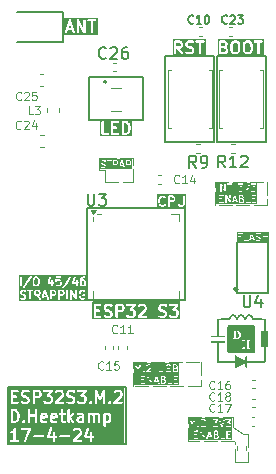
<source format=gbr>
%TF.GenerationSoftware,KiCad,Pcbnew,8.0.1*%
%TF.CreationDate,2024-04-18T13:31:19+02:00*%
%TF.ProjectId,ESP32S3_M.2_Board,45535033-3253-4335-9f4d-2e325f426f61,rev?*%
%TF.SameCoordinates,Original*%
%TF.FileFunction,Legend,Top*%
%TF.FilePolarity,Positive*%
%FSLAX46Y46*%
G04 Gerber Fmt 4.6, Leading zero omitted, Abs format (unit mm)*
G04 Created by KiCad (PCBNEW 8.0.1) date 2024-04-18 13:31:19*
%MOMM*%
%LPD*%
G01*
G04 APERTURE LIST*
%ADD10C,0.200000*%
%ADD11C,0.150000*%
%ADD12C,0.100000*%
%ADD13C,0.110000*%
%ADD14C,0.120000*%
%ADD15C,0.000000*%
%ADD16C,0.250000*%
G04 APERTURE END LIST*
D10*
X218075000Y-123675000D02*
X228050000Y-123675000D01*
X228050000Y-128500000D01*
X218075000Y-128500000D01*
X218075000Y-123675000D01*
D11*
X235750000Y-95602293D02*
X239950587Y-95602293D01*
X239950587Y-102875000D01*
X235750000Y-102875000D01*
X235750000Y-95602293D01*
D12*
X233300000Y-126200000D02*
X234400000Y-126200000D01*
X234800000Y-126200000D02*
X235900000Y-126200000D01*
X236300000Y-126200000D02*
X237125000Y-126200000D01*
X237125000Y-126200000D02*
X237125000Y-127000000D01*
X237125000Y-127000000D02*
X238000000Y-127625000D01*
X238000000Y-127625000D02*
X238450000Y-127625000D01*
X238450000Y-127625000D02*
X238450000Y-128725000D01*
X238450000Y-129125000D02*
X238450000Y-130000000D01*
X238450000Y-130000000D02*
X237350000Y-130000000D01*
X237350000Y-130000000D02*
X237350000Y-128900000D01*
X237350000Y-128500000D02*
X237350000Y-128300000D01*
X237350000Y-128300000D02*
X237250000Y-128200000D01*
X237250000Y-128200000D02*
X236150000Y-128200000D01*
X235750000Y-128200000D02*
X234650000Y-128200000D01*
X234250000Y-128200000D02*
X233300000Y-128200000D01*
X233300000Y-128200000D02*
X233300000Y-127100000D01*
X233300000Y-126700000D02*
X233300000Y-126200000D01*
X235625000Y-106250000D02*
X236725000Y-106250000D01*
X237125000Y-106250000D02*
X238225000Y-106250000D01*
X238625000Y-106250000D02*
X239725000Y-106250000D01*
X240025000Y-106250000D02*
X240025000Y-107350000D01*
X240025000Y-107750000D02*
X240025000Y-108225000D01*
X240025000Y-108225000D02*
X238925000Y-108225000D01*
X238525000Y-108225000D02*
X237425000Y-108225000D01*
X237025000Y-108225000D02*
X235925000Y-108225000D01*
X235625000Y-108225000D02*
X235625000Y-107125000D01*
X235625000Y-106725000D02*
X235625000Y-106250000D01*
D11*
X237517131Y-111367403D02*
X240142718Y-111367403D01*
X240142718Y-115662816D01*
X237517131Y-115662816D01*
X237517131Y-111367403D01*
D12*
X225275247Y-116225000D02*
X232597686Y-116225000D01*
X232597686Y-116525000D01*
X225275247Y-116525000D01*
X225275247Y-116225000D01*
G36*
X225275247Y-116225000D02*
G01*
X232597686Y-116225000D01*
X232597686Y-116525000D01*
X225275247Y-116525000D01*
X225275247Y-116225000D01*
G37*
X226650000Y-104275000D02*
X225775000Y-104275000D01*
X225775000Y-104275000D02*
X225775000Y-105275000D01*
X225775000Y-105275000D02*
X226300000Y-105275000D01*
X226300000Y-105275000D02*
X226300000Y-106325000D01*
X226300000Y-106325000D02*
X227400000Y-106325000D01*
X227800000Y-106325000D02*
X228700000Y-106325000D01*
X228700000Y-106325000D02*
X228700000Y-105225000D01*
X228700000Y-104825000D02*
X228700000Y-104275000D01*
X228700000Y-104275000D02*
X227600000Y-104275000D01*
X227200000Y-104275000D02*
X226650000Y-104275000D01*
D11*
X231374413Y-95602293D02*
X235575000Y-95602293D01*
X235575000Y-102875000D01*
X231374413Y-102875000D01*
X231374413Y-95602293D01*
D12*
X228700000Y-121550000D02*
X229800000Y-121550000D01*
X230200000Y-121550000D02*
X231300000Y-121550000D01*
X231700000Y-121550000D02*
X232800000Y-121550000D01*
X233200000Y-121550000D02*
X234300000Y-121550000D01*
X234450000Y-121550000D02*
X234450000Y-122650000D01*
X234450000Y-123050000D02*
X234450000Y-123525000D01*
X234450000Y-123525000D02*
X233350000Y-123525000D01*
X232950000Y-123525000D02*
X231850000Y-123525000D01*
X231450000Y-123525000D02*
X230350000Y-123525000D01*
X229950000Y-123525000D02*
X228850000Y-123525000D01*
X228700000Y-123525000D02*
X228700000Y-122425000D01*
X228700000Y-122025000D02*
X228700000Y-121550000D01*
D11*
X224800000Y-108450000D02*
X233075000Y-108450000D01*
X233075000Y-116250000D01*
X224800000Y-116250000D01*
X224800000Y-108450000D01*
X224950000Y-97402293D02*
X229500587Y-97402293D01*
X229500587Y-101000000D01*
X224950000Y-101000000D01*
X224950000Y-97402293D01*
D12*
G36*
X237882685Y-107754519D02*
G01*
X237954051Y-107775583D01*
X237969512Y-107789186D01*
X237991622Y-107828764D01*
X237993878Y-107890927D01*
X237976629Y-107929778D01*
X237959251Y-107949529D01*
X237919960Y-107971480D01*
X237748206Y-107974119D01*
X237746867Y-107756244D01*
X237881607Y-107753904D01*
X237882685Y-107754519D01*
G37*
G36*
X237921191Y-107486095D02*
G01*
X237940939Y-107503470D01*
X237963160Y-107543247D01*
X237964875Y-107577613D01*
X237948057Y-107615493D01*
X237930680Y-107635243D01*
X237891363Y-107657208D01*
X237746273Y-107659728D01*
X237745111Y-107470561D01*
X237880889Y-107468203D01*
X237921191Y-107486095D01*
G37*
G36*
X237374623Y-107800775D02*
G01*
X237222580Y-107802673D01*
X237297438Y-107573649D01*
X237374623Y-107800775D01*
G37*
G36*
X239186591Y-108138038D02*
G01*
X235724686Y-108138038D01*
X235724686Y-107421371D01*
X235962783Y-107421371D01*
X235966589Y-108040505D01*
X235993649Y-108067565D01*
X236012783Y-108071371D01*
X236317631Y-108067565D01*
X236344691Y-108040505D01*
X236344691Y-108002237D01*
X236317631Y-107975177D01*
X236298497Y-107971371D01*
X236062493Y-107974317D01*
X236061153Y-107756244D01*
X236231917Y-107753279D01*
X236258977Y-107726219D01*
X236258977Y-107687951D01*
X236231917Y-107660891D01*
X236212783Y-107657085D01*
X236060559Y-107659728D01*
X236059398Y-107470789D01*
X236317631Y-107467565D01*
X236344691Y-107440505D01*
X236344691Y-107421371D01*
X236505640Y-107421371D01*
X236509446Y-108040505D01*
X236536506Y-108067565D01*
X236574774Y-108067565D01*
X236601834Y-108040505D01*
X236605640Y-108021371D01*
X236603069Y-107603190D01*
X236852262Y-108033903D01*
X236852303Y-108040505D01*
X236861268Y-108049470D01*
X236867883Y-108060903D01*
X236874507Y-108062709D01*
X236879363Y-108067565D01*
X236892311Y-108067565D01*
X236904803Y-108070972D01*
X236910765Y-108067565D01*
X236917631Y-108067565D01*
X236926784Y-108058411D01*
X236938029Y-108051986D01*
X236939836Y-108045359D01*
X236944691Y-108040505D01*
X236947792Y-108024915D01*
X237048622Y-108024915D01*
X237065736Y-108059144D01*
X237102040Y-108071245D01*
X237136269Y-108054131D01*
X237145930Y-108037182D01*
X237190931Y-107899501D01*
X237407256Y-107896800D01*
X237460723Y-108054131D01*
X237494952Y-108071246D01*
X237531256Y-108059144D01*
X237548370Y-108024916D01*
X237545930Y-108005560D01*
X237487548Y-107833764D01*
X237487548Y-107830808D01*
X237486025Y-107829285D01*
X237347402Y-107421371D01*
X237648497Y-107421371D01*
X237652303Y-108040505D01*
X237679363Y-108067565D01*
X237698497Y-108071371D01*
X237920745Y-108067956D01*
X237930612Y-108071245D01*
X237943924Y-108067599D01*
X237946202Y-108067565D01*
X237947012Y-108066754D01*
X237949428Y-108066093D01*
X237997937Y-108038994D01*
X238003346Y-108038994D01*
X238019567Y-108028155D01*
X238021720Y-108025707D01*
X238021984Y-108025560D01*
X238022065Y-108025314D01*
X238041347Y-108003399D01*
X238045542Y-108002001D01*
X238057503Y-107986589D01*
X238058894Y-107983454D01*
X238058976Y-107983362D01*
X238058975Y-107983271D01*
X238081718Y-107932048D01*
X238087548Y-107926219D01*
X238090178Y-107912993D01*
X238091228Y-107910630D01*
X238090865Y-107909541D01*
X238091354Y-107907085D01*
X238088419Y-107826251D01*
X238091228Y-107817826D01*
X238087638Y-107804717D01*
X238087548Y-107802237D01*
X238086736Y-107801425D01*
X238086075Y-107799010D01*
X238058976Y-107750502D01*
X238058976Y-107745093D01*
X238048137Y-107728872D01*
X238045689Y-107726718D01*
X238045542Y-107726455D01*
X238045297Y-107726373D01*
X238020154Y-107704252D01*
X238016971Y-107697885D01*
X238009037Y-107693362D01*
X238012776Y-107689113D01*
X238016971Y-107687715D01*
X238028932Y-107672303D01*
X238030323Y-107669168D01*
X238030405Y-107669076D01*
X238030404Y-107668985D01*
X238053146Y-107617763D01*
X238058976Y-107611934D01*
X238061607Y-107598706D01*
X238062656Y-107596344D01*
X238062293Y-107595256D01*
X238062782Y-107592800D01*
X238060131Y-107539686D01*
X238062656Y-107532113D01*
X238059107Y-107519152D01*
X238058976Y-107516523D01*
X238058165Y-107515712D01*
X238057504Y-107513297D01*
X238030404Y-107464788D01*
X238030405Y-107459380D01*
X238019567Y-107443159D01*
X238017116Y-107441003D01*
X238016971Y-107440742D01*
X238016727Y-107440660D01*
X237994811Y-107421377D01*
X237994809Y-107421371D01*
X238248497Y-107421371D01*
X238252303Y-108040505D01*
X238279363Y-108067565D01*
X238298497Y-108071371D01*
X238603345Y-108067565D01*
X238630405Y-108040505D01*
X238630405Y-108002237D01*
X238603345Y-107975177D01*
X238584211Y-107971371D01*
X238348207Y-107974317D01*
X238344809Y-107421371D01*
X238734211Y-107421371D01*
X238738017Y-108040505D01*
X238765077Y-108067565D01*
X238784211Y-108071371D01*
X239089059Y-108067565D01*
X239116119Y-108040505D01*
X239116119Y-108002237D01*
X239089059Y-107975177D01*
X239069925Y-107971371D01*
X238833921Y-107974317D01*
X238832581Y-107756244D01*
X239003345Y-107753279D01*
X239030405Y-107726219D01*
X239030405Y-107687951D01*
X239003345Y-107660891D01*
X238984211Y-107657085D01*
X238831987Y-107659728D01*
X238830826Y-107470789D01*
X239089059Y-107467565D01*
X239116119Y-107440505D01*
X239116119Y-107402237D01*
X239089059Y-107375177D01*
X239069925Y-107371371D01*
X238765077Y-107375177D01*
X238738017Y-107402237D01*
X238734211Y-107421371D01*
X238344809Y-107421371D01*
X238344691Y-107402237D01*
X238317631Y-107375177D01*
X238279363Y-107375177D01*
X238252303Y-107402237D01*
X238248497Y-107421371D01*
X237994809Y-107421371D01*
X237993413Y-107417182D01*
X237978001Y-107405221D01*
X237974868Y-107403830D01*
X237974775Y-107403748D01*
X237974683Y-107403748D01*
X237923460Y-107381006D01*
X237917631Y-107375177D01*
X237904403Y-107372545D01*
X237902041Y-107371497D01*
X237900953Y-107371859D01*
X237898497Y-107371371D01*
X237679363Y-107375177D01*
X237652303Y-107402237D01*
X237648497Y-107421371D01*
X237347402Y-107421371D01*
X237347304Y-107421084D01*
X237348370Y-107417826D01*
X237341587Y-107404260D01*
X237336269Y-107388611D01*
X237332927Y-107386940D01*
X237331256Y-107383598D01*
X237316213Y-107378583D01*
X237302040Y-107371497D01*
X237298497Y-107372677D01*
X237294952Y-107371496D01*
X237280772Y-107378585D01*
X237265736Y-107383598D01*
X237264065Y-107386939D01*
X237260723Y-107388611D01*
X237251062Y-107405559D01*
X237113340Y-107826912D01*
X237109445Y-107830808D01*
X237109445Y-107838829D01*
X237048622Y-108024915D01*
X236947792Y-108024915D01*
X236948497Y-108021371D01*
X236944691Y-107402237D01*
X236917631Y-107375177D01*
X236879363Y-107375177D01*
X236852303Y-107402237D01*
X236848497Y-107421371D01*
X236851067Y-107839550D01*
X236601874Y-107408836D01*
X236601834Y-107402237D01*
X236592870Y-107393273D01*
X236586255Y-107381839D01*
X236579628Y-107380031D01*
X236574774Y-107375177D01*
X236561827Y-107375177D01*
X236549334Y-107371770D01*
X236543372Y-107375177D01*
X236536506Y-107375177D01*
X236527352Y-107384330D01*
X236516108Y-107390756D01*
X236514300Y-107397382D01*
X236509446Y-107402237D01*
X236505640Y-107421371D01*
X236344691Y-107421371D01*
X236344691Y-107402237D01*
X236317631Y-107375177D01*
X236298497Y-107371371D01*
X235993649Y-107375177D01*
X235966589Y-107402237D01*
X235962783Y-107421371D01*
X235724686Y-107421371D01*
X235724686Y-106455405D01*
X235791353Y-106455405D01*
X235795159Y-107074539D01*
X235822219Y-107101599D01*
X235860487Y-107101599D01*
X235887547Y-107074539D01*
X235891353Y-107055405D01*
X235887665Y-106455405D01*
X236077067Y-106455405D01*
X236080873Y-107074539D01*
X236107933Y-107101599D01*
X236146201Y-107101599D01*
X236173261Y-107074539D01*
X236177067Y-107055405D01*
X236174496Y-106637224D01*
X236423689Y-107067937D01*
X236423730Y-107074539D01*
X236432695Y-107083504D01*
X236439310Y-107094937D01*
X236445934Y-107096743D01*
X236450790Y-107101599D01*
X236463738Y-107101599D01*
X236476230Y-107105006D01*
X236482192Y-107101599D01*
X236489058Y-107101599D01*
X236498211Y-107092445D01*
X236509456Y-107086020D01*
X236511263Y-107079393D01*
X236516118Y-107074539D01*
X236519924Y-107055405D01*
X236516353Y-106474539D01*
X236623729Y-106474539D01*
X236650789Y-106501599D01*
X236669923Y-106505405D01*
X236791651Y-106504125D01*
X236795158Y-107074539D01*
X236822218Y-107101599D01*
X236860486Y-107101599D01*
X236887546Y-107074539D01*
X236891352Y-107055405D01*
X236891118Y-107017396D01*
X237566587Y-107017396D01*
X237577425Y-107033617D01*
X237602181Y-107055398D01*
X237603580Y-107059594D01*
X237618992Y-107071556D01*
X237622127Y-107072947D01*
X237622217Y-107073027D01*
X237622305Y-107073027D01*
X237673531Y-107095769D01*
X237679361Y-107101599D01*
X237692588Y-107104230D01*
X237694951Y-107105279D01*
X237696038Y-107104916D01*
X237698495Y-107105405D01*
X237863933Y-107102100D01*
X237873468Y-107105279D01*
X237886738Y-107101645D01*
X237889058Y-107101599D01*
X237889868Y-107100788D01*
X237892284Y-107100127D01*
X237940793Y-107073028D01*
X237946202Y-107073028D01*
X237962423Y-107062189D01*
X237964576Y-107059741D01*
X237964840Y-107059594D01*
X237964921Y-107059348D01*
X237984204Y-107037431D01*
X237988398Y-107036034D01*
X238000360Y-107020622D01*
X238001751Y-107017487D01*
X238001832Y-107017396D01*
X238001831Y-107017306D01*
X238024573Y-106966082D01*
X238030403Y-106960253D01*
X238033034Y-106947025D01*
X238034083Y-106944663D01*
X238033720Y-106943575D01*
X238034209Y-106941119D01*
X238030987Y-106804005D01*
X238034083Y-106794718D01*
X238030458Y-106781479D01*
X238030403Y-106779128D01*
X238029592Y-106778317D01*
X238028931Y-106775902D01*
X238001832Y-106727394D01*
X238001832Y-106721984D01*
X237990993Y-106705763D01*
X237988543Y-106703608D01*
X237988398Y-106703347D01*
X237988154Y-106703265D01*
X237966238Y-106683983D01*
X237964840Y-106679788D01*
X237949428Y-106667827D01*
X237946293Y-106666435D01*
X237946201Y-106666354D01*
X237946110Y-106666354D01*
X237894887Y-106643611D01*
X237889262Y-106637986D01*
X238020159Y-106484782D01*
X238030403Y-106474539D01*
X238030403Y-106472793D01*
X238031573Y-106471424D01*
X238030403Y-106453869D01*
X238030403Y-106451861D01*
X238105764Y-106451861D01*
X238108204Y-106471216D01*
X238306829Y-107055690D01*
X238305764Y-107058949D01*
X238312546Y-107072513D01*
X238317865Y-107088165D01*
X238321207Y-107089836D01*
X238322878Y-107093178D01*
X238337914Y-107098190D01*
X238352094Y-107105280D01*
X238355639Y-107104098D01*
X238359182Y-107105279D01*
X238373355Y-107098192D01*
X238388398Y-107093178D01*
X238390069Y-107089835D01*
X238393411Y-107088165D01*
X238403072Y-107071216D01*
X238420663Y-107017396D01*
X238652302Y-107017396D01*
X238663140Y-107033617D01*
X238687896Y-107055398D01*
X238689295Y-107059594D01*
X238704707Y-107071556D01*
X238707842Y-107072947D01*
X238707932Y-107073027D01*
X238708020Y-107073027D01*
X238759246Y-107095769D01*
X238765076Y-107101599D01*
X238778303Y-107104230D01*
X238780666Y-107105279D01*
X238781753Y-107104916D01*
X238784210Y-107105405D01*
X238949648Y-107102100D01*
X238959183Y-107105279D01*
X238972453Y-107101645D01*
X238974773Y-107101599D01*
X238975583Y-107100788D01*
X238977999Y-107100127D01*
X239026508Y-107073028D01*
X239031917Y-107073028D01*
X239048138Y-107062189D01*
X239050291Y-107059741D01*
X239050555Y-107059594D01*
X239050636Y-107059348D01*
X239069919Y-107037431D01*
X239074113Y-107036034D01*
X239086075Y-107020622D01*
X239087466Y-107017487D01*
X239087547Y-107017396D01*
X239087546Y-107017306D01*
X239110288Y-106966082D01*
X239116118Y-106960253D01*
X239118749Y-106947025D01*
X239119798Y-106944663D01*
X239119435Y-106943575D01*
X239119924Y-106941119D01*
X239116702Y-106804005D01*
X239119798Y-106794718D01*
X239116173Y-106781479D01*
X239116118Y-106779128D01*
X239115307Y-106778317D01*
X239114646Y-106775902D01*
X239087547Y-106727394D01*
X239087547Y-106721984D01*
X239076708Y-106705763D01*
X239074258Y-106703608D01*
X239074113Y-106703347D01*
X239073869Y-106703265D01*
X239051953Y-106683983D01*
X239050555Y-106679788D01*
X239035143Y-106667827D01*
X239032008Y-106666435D01*
X239031916Y-106666354D01*
X239031825Y-106666354D01*
X238980602Y-106643611D01*
X238974977Y-106637986D01*
X239105874Y-106484782D01*
X239116118Y-106474539D01*
X239116118Y-106472793D01*
X239117288Y-106471424D01*
X239116118Y-106453869D01*
X239116118Y-106436271D01*
X239114861Y-106435014D01*
X239114743Y-106433240D01*
X239101498Y-106421651D01*
X239089058Y-106409211D01*
X239086757Y-106408753D01*
X239085943Y-106408041D01*
X239083870Y-106408179D01*
X239069924Y-106405405D01*
X238679362Y-106409211D01*
X238652302Y-106436271D01*
X238652302Y-106474539D01*
X238679362Y-106501599D01*
X238698496Y-106505405D01*
X238963651Y-106502821D01*
X238833973Y-106654598D01*
X238823730Y-106664842D01*
X238823730Y-106666587D01*
X238822560Y-106667957D01*
X238823730Y-106685511D01*
X238823730Y-106703110D01*
X238824986Y-106704366D01*
X238825105Y-106706141D01*
X238838349Y-106717729D01*
X238850790Y-106730170D01*
X238853090Y-106730627D01*
X238853905Y-106731340D01*
X238855977Y-106731201D01*
X238869924Y-106733976D01*
X238939481Y-106731451D01*
X238978334Y-106748701D01*
X238998082Y-106766076D01*
X239020093Y-106805478D01*
X239022878Y-106923994D01*
X239005199Y-106963812D01*
X238987822Y-106983563D01*
X238948470Y-107005548D01*
X238801609Y-107008481D01*
X238761515Y-106990680D01*
X238717631Y-106952068D01*
X238679362Y-106952068D01*
X238652302Y-106979127D01*
X238652302Y-107017396D01*
X238420663Y-107017396D01*
X238605512Y-106451860D01*
X238588398Y-106417632D01*
X238552094Y-106405530D01*
X238517865Y-106422645D01*
X238508204Y-106439593D01*
X238356695Y-106903126D01*
X238193411Y-106422645D01*
X238159182Y-106405531D01*
X238122878Y-106417632D01*
X238105764Y-106451861D01*
X238030403Y-106451861D01*
X238030403Y-106436271D01*
X238029146Y-106435014D01*
X238029028Y-106433240D01*
X238015783Y-106421651D01*
X238003343Y-106409211D01*
X238001042Y-106408753D01*
X238000228Y-106408041D01*
X237998155Y-106408179D01*
X237984209Y-106405405D01*
X237593647Y-106409211D01*
X237566587Y-106436271D01*
X237566587Y-106474539D01*
X237593647Y-106501599D01*
X237612781Y-106505405D01*
X237877936Y-106502821D01*
X237748258Y-106654598D01*
X237738015Y-106664842D01*
X237738015Y-106666587D01*
X237736845Y-106667957D01*
X237738015Y-106685511D01*
X237738015Y-106703110D01*
X237739271Y-106704366D01*
X237739390Y-106706141D01*
X237752634Y-106717729D01*
X237765075Y-106730170D01*
X237767375Y-106730627D01*
X237768190Y-106731340D01*
X237770262Y-106731201D01*
X237784209Y-106733976D01*
X237853766Y-106731451D01*
X237892619Y-106748701D01*
X237912367Y-106766076D01*
X237934378Y-106805478D01*
X237937163Y-106923994D01*
X237919484Y-106963812D01*
X237902107Y-106983563D01*
X237862755Y-107005548D01*
X237715894Y-107008481D01*
X237675800Y-106990680D01*
X237631916Y-106952068D01*
X237593647Y-106952068D01*
X237566587Y-106979127D01*
X237566587Y-107017396D01*
X236891118Y-107017396D01*
X236887956Y-106503112D01*
X237031915Y-106501599D01*
X237058975Y-106474539D01*
X237058975Y-106436271D01*
X237031915Y-106409211D01*
X237012781Y-106405405D01*
X236650789Y-106409211D01*
X236623729Y-106436271D01*
X236623729Y-106474539D01*
X236516353Y-106474539D01*
X236516118Y-106436271D01*
X236489058Y-106409211D01*
X236450790Y-106409211D01*
X236423730Y-106436271D01*
X236419924Y-106455405D01*
X236422494Y-106873584D01*
X236173301Y-106442870D01*
X236173261Y-106436271D01*
X236164297Y-106427307D01*
X236157682Y-106415873D01*
X236151055Y-106414065D01*
X236146201Y-106409211D01*
X236133254Y-106409211D01*
X236120761Y-106405804D01*
X236114799Y-106409211D01*
X236107933Y-106409211D01*
X236098779Y-106418364D01*
X236087535Y-106424790D01*
X236085727Y-106431416D01*
X236080873Y-106436271D01*
X236077067Y-106455405D01*
X235887665Y-106455405D01*
X235887547Y-106436271D01*
X235860487Y-106409211D01*
X235822219Y-106409211D01*
X235795159Y-106436271D01*
X235791353Y-106455405D01*
X235724686Y-106455405D01*
X235724686Y-106338738D01*
X239186591Y-106338738D01*
X239186591Y-108138038D01*
G37*
G36*
X235732685Y-127704519D02*
G01*
X235804051Y-127725583D01*
X235819512Y-127739186D01*
X235841622Y-127778764D01*
X235843878Y-127840927D01*
X235826629Y-127879778D01*
X235809251Y-127899529D01*
X235769960Y-127921480D01*
X235598206Y-127924119D01*
X235596867Y-127706244D01*
X235731607Y-127703904D01*
X235732685Y-127704519D01*
G37*
G36*
X235771191Y-127436095D02*
G01*
X235790939Y-127453470D01*
X235813160Y-127493247D01*
X235814875Y-127527613D01*
X235798057Y-127565493D01*
X235780680Y-127585243D01*
X235741363Y-127607208D01*
X235596273Y-127609728D01*
X235595111Y-127420561D01*
X235730889Y-127418203D01*
X235771191Y-127436095D01*
G37*
G36*
X235224623Y-127750775D02*
G01*
X235072580Y-127752673D01*
X235147438Y-127523649D01*
X235224623Y-127750775D01*
G37*
G36*
X237036591Y-128088038D02*
G01*
X233403257Y-128088038D01*
X233403257Y-127371371D01*
X233812783Y-127371371D01*
X233816589Y-127990505D01*
X233843649Y-128017565D01*
X233862783Y-128021371D01*
X234167631Y-128017565D01*
X234194691Y-127990505D01*
X234194691Y-127952237D01*
X234167631Y-127925177D01*
X234148497Y-127921371D01*
X233912493Y-127924317D01*
X233911153Y-127706244D01*
X234081917Y-127703279D01*
X234108977Y-127676219D01*
X234108977Y-127637951D01*
X234081917Y-127610891D01*
X234062783Y-127607085D01*
X233910559Y-127609728D01*
X233909398Y-127420789D01*
X234167631Y-127417565D01*
X234194691Y-127390505D01*
X234194691Y-127371371D01*
X234355640Y-127371371D01*
X234359446Y-127990505D01*
X234386506Y-128017565D01*
X234424774Y-128017565D01*
X234451834Y-127990505D01*
X234455640Y-127971371D01*
X234453069Y-127553190D01*
X234702262Y-127983903D01*
X234702303Y-127990505D01*
X234711268Y-127999470D01*
X234717883Y-128010903D01*
X234724507Y-128012709D01*
X234729363Y-128017565D01*
X234742311Y-128017565D01*
X234754803Y-128020972D01*
X234760765Y-128017565D01*
X234767631Y-128017565D01*
X234776784Y-128008411D01*
X234788029Y-128001986D01*
X234789836Y-127995359D01*
X234794691Y-127990505D01*
X234797792Y-127974915D01*
X234898622Y-127974915D01*
X234915736Y-128009144D01*
X234952040Y-128021245D01*
X234986269Y-128004131D01*
X234995930Y-127987182D01*
X235040931Y-127849501D01*
X235257256Y-127846800D01*
X235310723Y-128004131D01*
X235344952Y-128021246D01*
X235381256Y-128009144D01*
X235398370Y-127974916D01*
X235395930Y-127955560D01*
X235337548Y-127783764D01*
X235337548Y-127780808D01*
X235336025Y-127779285D01*
X235197402Y-127371371D01*
X235498497Y-127371371D01*
X235502303Y-127990505D01*
X235529363Y-128017565D01*
X235548497Y-128021371D01*
X235770745Y-128017956D01*
X235780612Y-128021245D01*
X235793924Y-128017599D01*
X235796202Y-128017565D01*
X235797012Y-128016754D01*
X235799428Y-128016093D01*
X235847937Y-127988994D01*
X235853346Y-127988994D01*
X235869567Y-127978155D01*
X235871720Y-127975707D01*
X235871984Y-127975560D01*
X235872065Y-127975314D01*
X235891347Y-127953399D01*
X235895542Y-127952001D01*
X235907503Y-127936589D01*
X235908894Y-127933454D01*
X235908976Y-127933362D01*
X235908975Y-127933271D01*
X235931718Y-127882048D01*
X235937548Y-127876219D01*
X235940178Y-127862993D01*
X235941228Y-127860630D01*
X235940865Y-127859541D01*
X235941354Y-127857085D01*
X235938419Y-127776251D01*
X235941228Y-127767826D01*
X235937638Y-127754717D01*
X235937548Y-127752237D01*
X235936736Y-127751425D01*
X235936075Y-127749010D01*
X235908976Y-127700502D01*
X235908976Y-127695093D01*
X235898137Y-127678872D01*
X235895689Y-127676718D01*
X235895542Y-127676455D01*
X235895297Y-127676373D01*
X235870154Y-127654252D01*
X235866971Y-127647885D01*
X235859037Y-127643362D01*
X235862776Y-127639113D01*
X235866971Y-127637715D01*
X235878932Y-127622303D01*
X235880323Y-127619168D01*
X235880405Y-127619076D01*
X235880404Y-127618985D01*
X235903146Y-127567763D01*
X235908976Y-127561934D01*
X235911607Y-127548706D01*
X235912656Y-127546344D01*
X235912293Y-127545256D01*
X235912782Y-127542800D01*
X235910131Y-127489686D01*
X235912656Y-127482113D01*
X235909107Y-127469152D01*
X235908976Y-127466523D01*
X235908165Y-127465712D01*
X235907504Y-127463297D01*
X235880404Y-127414788D01*
X235880405Y-127409380D01*
X235869567Y-127393159D01*
X235867116Y-127391003D01*
X235866971Y-127390742D01*
X235866727Y-127390660D01*
X235844811Y-127371377D01*
X235844809Y-127371371D01*
X236098497Y-127371371D01*
X236102303Y-127990505D01*
X236129363Y-128017565D01*
X236148497Y-128021371D01*
X236453345Y-128017565D01*
X236480405Y-127990505D01*
X236480405Y-127952237D01*
X236453345Y-127925177D01*
X236434211Y-127921371D01*
X236198207Y-127924317D01*
X236194809Y-127371371D01*
X236584211Y-127371371D01*
X236588017Y-127990505D01*
X236615077Y-128017565D01*
X236634211Y-128021371D01*
X236939059Y-128017565D01*
X236966119Y-127990505D01*
X236966119Y-127952237D01*
X236939059Y-127925177D01*
X236919925Y-127921371D01*
X236683921Y-127924317D01*
X236682581Y-127706244D01*
X236853345Y-127703279D01*
X236880405Y-127676219D01*
X236880405Y-127637951D01*
X236853345Y-127610891D01*
X236834211Y-127607085D01*
X236681987Y-127609728D01*
X236680826Y-127420789D01*
X236939059Y-127417565D01*
X236966119Y-127390505D01*
X236966119Y-127352237D01*
X236939059Y-127325177D01*
X236919925Y-127321371D01*
X236615077Y-127325177D01*
X236588017Y-127352237D01*
X236584211Y-127371371D01*
X236194809Y-127371371D01*
X236194691Y-127352237D01*
X236167631Y-127325177D01*
X236129363Y-127325177D01*
X236102303Y-127352237D01*
X236098497Y-127371371D01*
X235844809Y-127371371D01*
X235843413Y-127367182D01*
X235828001Y-127355221D01*
X235824868Y-127353830D01*
X235824775Y-127353748D01*
X235824683Y-127353748D01*
X235773460Y-127331006D01*
X235767631Y-127325177D01*
X235754403Y-127322545D01*
X235752041Y-127321497D01*
X235750953Y-127321859D01*
X235748497Y-127321371D01*
X235529363Y-127325177D01*
X235502303Y-127352237D01*
X235498497Y-127371371D01*
X235197402Y-127371371D01*
X235197304Y-127371084D01*
X235198370Y-127367826D01*
X235191587Y-127354260D01*
X235186269Y-127338611D01*
X235182927Y-127336940D01*
X235181256Y-127333598D01*
X235166213Y-127328583D01*
X235152040Y-127321497D01*
X235148497Y-127322677D01*
X235144952Y-127321496D01*
X235130772Y-127328585D01*
X235115736Y-127333598D01*
X235114065Y-127336939D01*
X235110723Y-127338611D01*
X235101062Y-127355559D01*
X234963340Y-127776912D01*
X234959445Y-127780808D01*
X234959445Y-127788829D01*
X234898622Y-127974915D01*
X234797792Y-127974915D01*
X234798497Y-127971371D01*
X234794691Y-127352237D01*
X234767631Y-127325177D01*
X234729363Y-127325177D01*
X234702303Y-127352237D01*
X234698497Y-127371371D01*
X234701067Y-127789550D01*
X234451874Y-127358836D01*
X234451834Y-127352237D01*
X234442870Y-127343273D01*
X234436255Y-127331839D01*
X234429628Y-127330031D01*
X234424774Y-127325177D01*
X234411827Y-127325177D01*
X234399334Y-127321770D01*
X234393372Y-127325177D01*
X234386506Y-127325177D01*
X234377352Y-127334330D01*
X234366108Y-127340756D01*
X234364300Y-127347382D01*
X234359446Y-127352237D01*
X234355640Y-127371371D01*
X234194691Y-127371371D01*
X234194691Y-127352237D01*
X234167631Y-127325177D01*
X234148497Y-127321371D01*
X233843649Y-127325177D01*
X233816589Y-127352237D01*
X233812783Y-127371371D01*
X233403257Y-127371371D01*
X233403257Y-126405405D01*
X233469924Y-126405405D01*
X233473730Y-127024539D01*
X233500790Y-127051599D01*
X233539058Y-127051599D01*
X233566118Y-127024539D01*
X233569924Y-127005405D01*
X233567565Y-126621774D01*
X233677791Y-126853284D01*
X233683050Y-126867745D01*
X233685141Y-126868720D01*
X233686155Y-126870850D01*
X233702227Y-126876694D01*
X233717728Y-126883928D01*
X233719924Y-126883129D01*
X233722120Y-126883928D01*
X233737620Y-126876694D01*
X233753693Y-126870850D01*
X233755540Y-126868331D01*
X233756798Y-126867745D01*
X233757610Y-126865509D01*
X233765233Y-126855120D01*
X233871263Y-126623250D01*
X233873730Y-127024539D01*
X233900790Y-127051599D01*
X233939058Y-127051599D01*
X233966118Y-127024539D01*
X233969924Y-127005405D01*
X233969866Y-126995969D01*
X234130872Y-126995969D01*
X234141711Y-127012190D01*
X234186504Y-127051599D01*
X234224772Y-127051599D01*
X234240993Y-127040760D01*
X234255265Y-127024539D01*
X234388015Y-127024539D01*
X234415075Y-127051599D01*
X234434209Y-127055405D01*
X234824771Y-127051599D01*
X234851831Y-127024539D01*
X234851831Y-126986271D01*
X234832956Y-126967396D01*
X235416587Y-126967396D01*
X235427425Y-126983617D01*
X235452181Y-127005398D01*
X235453580Y-127009594D01*
X235468992Y-127021556D01*
X235472127Y-127022947D01*
X235472217Y-127023027D01*
X235472305Y-127023027D01*
X235523531Y-127045769D01*
X235529361Y-127051599D01*
X235542588Y-127054230D01*
X235544951Y-127055279D01*
X235546038Y-127054916D01*
X235548495Y-127055405D01*
X235713933Y-127052100D01*
X235723468Y-127055279D01*
X235736738Y-127051645D01*
X235739058Y-127051599D01*
X235739868Y-127050788D01*
X235742284Y-127050127D01*
X235790793Y-127023028D01*
X235796202Y-127023028D01*
X235812423Y-127012189D01*
X235814576Y-127009741D01*
X235814840Y-127009594D01*
X235814921Y-127009348D01*
X235834204Y-126987431D01*
X235838398Y-126986034D01*
X235850360Y-126970622D01*
X235851751Y-126967487D01*
X235851832Y-126967396D01*
X235851831Y-126967306D01*
X235874573Y-126916082D01*
X235880403Y-126910253D01*
X235883034Y-126897025D01*
X235884083Y-126894663D01*
X235883720Y-126893575D01*
X235884209Y-126891119D01*
X235880987Y-126754005D01*
X235884083Y-126744718D01*
X235880458Y-126731479D01*
X235880403Y-126729128D01*
X235879592Y-126728317D01*
X235878931Y-126725902D01*
X235851832Y-126677394D01*
X235851832Y-126671984D01*
X235840993Y-126655763D01*
X235838543Y-126653608D01*
X235838398Y-126653347D01*
X235838154Y-126653265D01*
X235816238Y-126633983D01*
X235814840Y-126629788D01*
X235799428Y-126617827D01*
X235796293Y-126616435D01*
X235796201Y-126616354D01*
X235796110Y-126616354D01*
X235744887Y-126593611D01*
X235739262Y-126587986D01*
X235870159Y-126434782D01*
X235880403Y-126424539D01*
X235880403Y-126422793D01*
X235881573Y-126421424D01*
X235880403Y-126403869D01*
X235880403Y-126401861D01*
X235955764Y-126401861D01*
X235958204Y-126421216D01*
X236156829Y-127005690D01*
X236155764Y-127008949D01*
X236162546Y-127022513D01*
X236167865Y-127038165D01*
X236171207Y-127039836D01*
X236172878Y-127043178D01*
X236187914Y-127048190D01*
X236202094Y-127055280D01*
X236205639Y-127054098D01*
X236209182Y-127055279D01*
X236223355Y-127048192D01*
X236238398Y-127043178D01*
X236240069Y-127039835D01*
X236243411Y-127038165D01*
X236253072Y-127021216D01*
X236270663Y-126967396D01*
X236502302Y-126967396D01*
X236513140Y-126983617D01*
X236537896Y-127005398D01*
X236539295Y-127009594D01*
X236554707Y-127021556D01*
X236557842Y-127022947D01*
X236557932Y-127023027D01*
X236558020Y-127023027D01*
X236609246Y-127045769D01*
X236615076Y-127051599D01*
X236628303Y-127054230D01*
X236630666Y-127055279D01*
X236631753Y-127054916D01*
X236634210Y-127055405D01*
X236799648Y-127052100D01*
X236809183Y-127055279D01*
X236822453Y-127051645D01*
X236824773Y-127051599D01*
X236825583Y-127050788D01*
X236827999Y-127050127D01*
X236876508Y-127023028D01*
X236881917Y-127023028D01*
X236898138Y-127012189D01*
X236900291Y-127009741D01*
X236900555Y-127009594D01*
X236900636Y-127009348D01*
X236919919Y-126987431D01*
X236924113Y-126986034D01*
X236936075Y-126970622D01*
X236937466Y-126967487D01*
X236937547Y-126967396D01*
X236937546Y-126967306D01*
X236960288Y-126916082D01*
X236966118Y-126910253D01*
X236968749Y-126897025D01*
X236969798Y-126894663D01*
X236969435Y-126893575D01*
X236969924Y-126891119D01*
X236966702Y-126754005D01*
X236969798Y-126744718D01*
X236966173Y-126731479D01*
X236966118Y-126729128D01*
X236965307Y-126728317D01*
X236964646Y-126725902D01*
X236937547Y-126677394D01*
X236937547Y-126671984D01*
X236926708Y-126655763D01*
X236924258Y-126653608D01*
X236924113Y-126653347D01*
X236923869Y-126653265D01*
X236901953Y-126633983D01*
X236900555Y-126629788D01*
X236885143Y-126617827D01*
X236882008Y-126616435D01*
X236881916Y-126616354D01*
X236881825Y-126616354D01*
X236830602Y-126593611D01*
X236824977Y-126587986D01*
X236955874Y-126434782D01*
X236966118Y-126424539D01*
X236966118Y-126422793D01*
X236967288Y-126421424D01*
X236966118Y-126403869D01*
X236966118Y-126386271D01*
X236964861Y-126385014D01*
X236964743Y-126383240D01*
X236951498Y-126371651D01*
X236939058Y-126359211D01*
X236936757Y-126358753D01*
X236935943Y-126358041D01*
X236933870Y-126358179D01*
X236919924Y-126355405D01*
X236529362Y-126359211D01*
X236502302Y-126386271D01*
X236502302Y-126424539D01*
X236529362Y-126451599D01*
X236548496Y-126455405D01*
X236813651Y-126452821D01*
X236683973Y-126604598D01*
X236673730Y-126614842D01*
X236673730Y-126616587D01*
X236672560Y-126617957D01*
X236673730Y-126635511D01*
X236673730Y-126653110D01*
X236674986Y-126654366D01*
X236675105Y-126656141D01*
X236688349Y-126667729D01*
X236700790Y-126680170D01*
X236703090Y-126680627D01*
X236703905Y-126681340D01*
X236705977Y-126681201D01*
X236719924Y-126683976D01*
X236789481Y-126681451D01*
X236828334Y-126698701D01*
X236848082Y-126716076D01*
X236870093Y-126755478D01*
X236872878Y-126873994D01*
X236855199Y-126913812D01*
X236837822Y-126933563D01*
X236798470Y-126955548D01*
X236651609Y-126958481D01*
X236611515Y-126940680D01*
X236567631Y-126902068D01*
X236529362Y-126902068D01*
X236502302Y-126929127D01*
X236502302Y-126967396D01*
X236270663Y-126967396D01*
X236455512Y-126401860D01*
X236438398Y-126367632D01*
X236402094Y-126355530D01*
X236367865Y-126372645D01*
X236358204Y-126389593D01*
X236206695Y-126853126D01*
X236043411Y-126372645D01*
X236009182Y-126355531D01*
X235972878Y-126367632D01*
X235955764Y-126401861D01*
X235880403Y-126401861D01*
X235880403Y-126386271D01*
X235879146Y-126385014D01*
X235879028Y-126383240D01*
X235865783Y-126371651D01*
X235853343Y-126359211D01*
X235851042Y-126358753D01*
X235850228Y-126358041D01*
X235848155Y-126358179D01*
X235834209Y-126355405D01*
X235443647Y-126359211D01*
X235416587Y-126386271D01*
X235416587Y-126424539D01*
X235443647Y-126451599D01*
X235462781Y-126455405D01*
X235727936Y-126452821D01*
X235598258Y-126604598D01*
X235588015Y-126614842D01*
X235588015Y-126616587D01*
X235586845Y-126617957D01*
X235588015Y-126635511D01*
X235588015Y-126653110D01*
X235589271Y-126654366D01*
X235589390Y-126656141D01*
X235602634Y-126667729D01*
X235615075Y-126680170D01*
X235617375Y-126680627D01*
X235618190Y-126681340D01*
X235620262Y-126681201D01*
X235634209Y-126683976D01*
X235703766Y-126681451D01*
X235742619Y-126698701D01*
X235762367Y-126716076D01*
X235784378Y-126755478D01*
X235787163Y-126873994D01*
X235769484Y-126913812D01*
X235752107Y-126933563D01*
X235712755Y-126955548D01*
X235565894Y-126958481D01*
X235525800Y-126940680D01*
X235481916Y-126902068D01*
X235443647Y-126902068D01*
X235416587Y-126929127D01*
X235416587Y-126967396D01*
X234832956Y-126967396D01*
X234824771Y-126959211D01*
X234805637Y-126955405D01*
X234551197Y-126957884D01*
X234804985Y-126700234D01*
X234814839Y-126695308D01*
X234821707Y-126683258D01*
X234823260Y-126681682D01*
X234823260Y-126680534D01*
X234824500Y-126678359D01*
X234847555Y-126600243D01*
X234851831Y-126595968D01*
X234855637Y-126576834D01*
X234855467Y-126573437D01*
X234855511Y-126573290D01*
X234855454Y-126573177D01*
X234852986Y-126523720D01*
X234855511Y-126516147D01*
X234851962Y-126503186D01*
X234851831Y-126500557D01*
X234851020Y-126499746D01*
X234850359Y-126497331D01*
X234823259Y-126448822D01*
X234823260Y-126443414D01*
X234812422Y-126427193D01*
X234809971Y-126425037D01*
X234809826Y-126424776D01*
X234809582Y-126424694D01*
X234787666Y-126405411D01*
X234786268Y-126401216D01*
X234770856Y-126389255D01*
X234767723Y-126387864D01*
X234767630Y-126387782D01*
X234767538Y-126387782D01*
X234716315Y-126365040D01*
X234710486Y-126359211D01*
X234697258Y-126356579D01*
X234694896Y-126355531D01*
X234693808Y-126355893D01*
X234691352Y-126355405D01*
X234554238Y-126358626D01*
X234544951Y-126355531D01*
X234531712Y-126359155D01*
X234529361Y-126359211D01*
X234528550Y-126360021D01*
X234526135Y-126360683D01*
X234477627Y-126387782D01*
X234472218Y-126387782D01*
X234455997Y-126398621D01*
X234453843Y-126401068D01*
X234453580Y-126401216D01*
X234453498Y-126401460D01*
X234416586Y-126443414D01*
X234416586Y-126481682D01*
X234443646Y-126508742D01*
X234481914Y-126508742D01*
X234498135Y-126497903D01*
X234516308Y-126477247D01*
X234555711Y-126455235D01*
X234674226Y-126452450D01*
X234714046Y-126470129D01*
X234733794Y-126487504D01*
X234756015Y-126527281D01*
X234757772Y-126562482D01*
X234737373Y-126631596D01*
X234388016Y-126986270D01*
X234388015Y-126986271D01*
X234388015Y-127024539D01*
X234255265Y-127024539D01*
X234280403Y-126995969D01*
X234280403Y-126957700D01*
X234269565Y-126941479D01*
X234224773Y-126902068D01*
X234224772Y-126902068D01*
X234186504Y-126902068D01*
X234170283Y-126912907D01*
X234130872Y-126957700D01*
X234130872Y-126995969D01*
X233969866Y-126995969D01*
X233966297Y-126415427D01*
X233969876Y-126407601D01*
X233966186Y-126397455D01*
X233966118Y-126386271D01*
X233959835Y-126379988D01*
X233956798Y-126371636D01*
X233946832Y-126366985D01*
X233939058Y-126359211D01*
X233930173Y-126359211D01*
X233922120Y-126355453D01*
X233911785Y-126359211D01*
X233900790Y-126359211D01*
X233894507Y-126365493D01*
X233886155Y-126368531D01*
X233874615Y-126384261D01*
X233721061Y-126720056D01*
X233566170Y-126394736D01*
X233566118Y-126386271D01*
X233558523Y-126378676D01*
X233553693Y-126368531D01*
X233545340Y-126365493D01*
X233539058Y-126359211D01*
X233528063Y-126359211D01*
X233517728Y-126355453D01*
X233509675Y-126359211D01*
X233500790Y-126359211D01*
X233493015Y-126366985D01*
X233483050Y-126371636D01*
X233480012Y-126379988D01*
X233473730Y-126386271D01*
X233469924Y-126405405D01*
X233403257Y-126405405D01*
X233403257Y-126288738D01*
X237036591Y-126288738D01*
X237036591Y-128088038D01*
G37*
D10*
G36*
X227707902Y-116820884D02*
G01*
X227733679Y-116845546D01*
X227764796Y-116905477D01*
X227765930Y-117001324D01*
X227737308Y-117060819D01*
X227712650Y-117086592D01*
X227653007Y-117117560D01*
X227392032Y-117118811D01*
X227391419Y-116793178D01*
X227647755Y-116791948D01*
X227707902Y-116820884D01*
G37*
G36*
X232647084Y-117904761D02*
G01*
X225224862Y-117904761D01*
X225224862Y-116693650D01*
X225335973Y-116693650D01*
X225337894Y-117713159D01*
X225352826Y-117749207D01*
X225380416Y-117776797D01*
X225416464Y-117791729D01*
X225435973Y-117793650D01*
X225931672Y-117791729D01*
X225967720Y-117776797D01*
X225995310Y-117749207D01*
X226010242Y-117713159D01*
X226010242Y-117674141D01*
X225995310Y-117638093D01*
X225967720Y-117610503D01*
X225931672Y-117595571D01*
X225912163Y-117593650D01*
X225535787Y-117595108D01*
X225535173Y-117269299D01*
X225788815Y-117267919D01*
X225824863Y-117252987D01*
X225852453Y-117225397D01*
X225867385Y-117189349D01*
X225867385Y-117150331D01*
X225852453Y-117114283D01*
X225824863Y-117086693D01*
X225788815Y-117071761D01*
X225769306Y-117069840D01*
X225534799Y-117071116D01*
X225534447Y-116884126D01*
X226193116Y-116884126D01*
X226194472Y-116965143D01*
X226193901Y-116966857D01*
X226194685Y-116977901D01*
X226195037Y-116998873D01*
X226196412Y-117002193D01*
X226196667Y-117005777D01*
X226203673Y-117024085D01*
X226253013Y-117119114D01*
X226257588Y-117130159D01*
X226260744Y-117134005D01*
X226261735Y-117135913D01*
X226263729Y-117137642D01*
X226270024Y-117145313D01*
X226320126Y-117193246D01*
X226327042Y-117201221D01*
X226331191Y-117203832D01*
X226332796Y-117205368D01*
X226335236Y-117206378D01*
X226343633Y-117211664D01*
X226433904Y-117255092D01*
X226440878Y-117260259D01*
X226455512Y-117265487D01*
X226457179Y-117266289D01*
X226457899Y-117266340D01*
X226459338Y-117266854D01*
X226632881Y-117308602D01*
X226707902Y-117344693D01*
X226733679Y-117369355D01*
X226764904Y-117429494D01*
X226765716Y-117477959D01*
X226737309Y-117537007D01*
X226712647Y-117562785D01*
X226652898Y-117593807D01*
X226456652Y-117595271D01*
X226305623Y-117546816D01*
X226266703Y-117549582D01*
X226231804Y-117567032D01*
X226206239Y-117596508D01*
X226193901Y-117633524D01*
X226196667Y-117672444D01*
X226214117Y-117707343D01*
X226243593Y-117732908D01*
X226261493Y-117740899D01*
X226404577Y-117786805D01*
X226416464Y-117791729D01*
X226421456Y-117792220D01*
X226423465Y-117792865D01*
X226426099Y-117792677D01*
X226435973Y-117793650D01*
X226658928Y-117791987D01*
X226661561Y-117792865D01*
X226675666Y-117791862D01*
X226693577Y-117791729D01*
X226696897Y-117790353D01*
X226700481Y-117790099D01*
X226718789Y-117783093D01*
X226813817Y-117733753D01*
X226824864Y-117729178D01*
X226828710Y-117726020D01*
X226830617Y-117725031D01*
X226832347Y-117723036D01*
X226840017Y-117716741D01*
X226887950Y-117666638D01*
X226895925Y-117659723D01*
X226898536Y-117655573D01*
X226900073Y-117653968D01*
X226901084Y-117651526D01*
X226906368Y-117643132D01*
X226946306Y-117560114D01*
X226947691Y-117558730D01*
X226952143Y-117547980D01*
X226960993Y-117529586D01*
X226961247Y-117526002D01*
X226962623Y-117522682D01*
X226964544Y-117503173D01*
X226963187Y-117422155D01*
X226963759Y-117420442D01*
X226962974Y-117409397D01*
X226962623Y-117388426D01*
X226961247Y-117385105D01*
X226960993Y-117381522D01*
X226953987Y-117363213D01*
X226904644Y-117268179D01*
X226900072Y-117257139D01*
X226896916Y-117253293D01*
X226895925Y-117251385D01*
X226893927Y-117249652D01*
X226887635Y-117241986D01*
X226837534Y-117194054D01*
X226830617Y-117186078D01*
X226826467Y-117183465D01*
X226824863Y-117181931D01*
X226822423Y-117180920D01*
X226814027Y-117175635D01*
X226723755Y-117132206D01*
X226716782Y-117127040D01*
X226702149Y-117121812D01*
X226700481Y-117121010D01*
X226699758Y-117120958D01*
X226698321Y-117120445D01*
X226524778Y-117078696D01*
X226449755Y-117042604D01*
X226423982Y-117017946D01*
X226392755Y-116957803D01*
X226391943Y-116909339D01*
X226420350Y-116850291D01*
X226445012Y-116824514D01*
X226504760Y-116793492D01*
X226701006Y-116792028D01*
X226852036Y-116840484D01*
X226890956Y-116837718D01*
X226925855Y-116820268D01*
X226951420Y-116790792D01*
X226963759Y-116753776D01*
X226960992Y-116714856D01*
X226950389Y-116693650D01*
X227193116Y-116693650D01*
X227195037Y-117713159D01*
X227209969Y-117749207D01*
X227237559Y-117776797D01*
X227273607Y-117791729D01*
X227312625Y-117791729D01*
X227348673Y-117776797D01*
X227376263Y-117749207D01*
X227391195Y-117713159D01*
X227393116Y-117693650D01*
X227392973Y-117617919D01*
X228099799Y-117617919D01*
X228114730Y-117653968D01*
X228127167Y-117669121D01*
X228177267Y-117717054D01*
X228184185Y-117725031D01*
X228188334Y-117727642D01*
X228189939Y-117729178D01*
X228192379Y-117730188D01*
X228200776Y-117735474D01*
X228283793Y-117775412D01*
X228285178Y-117776797D01*
X228295927Y-117781249D01*
X228314322Y-117790099D01*
X228317905Y-117790353D01*
X228321226Y-117791729D01*
X228340735Y-117793650D01*
X228611190Y-117791947D01*
X228613942Y-117792865D01*
X228628368Y-117791839D01*
X228645958Y-117791729D01*
X228649278Y-117790353D01*
X228652862Y-117790099D01*
X228671170Y-117783093D01*
X228766198Y-117733753D01*
X228777245Y-117729178D01*
X228781091Y-117726020D01*
X228782998Y-117725031D01*
X228784728Y-117723036D01*
X228792398Y-117716741D01*
X228795825Y-117713159D01*
X229052180Y-117713159D01*
X229067112Y-117749207D01*
X229094702Y-117776797D01*
X229130750Y-117791729D01*
X229150259Y-117793650D01*
X229788815Y-117791729D01*
X229824863Y-117776797D01*
X229852453Y-117749207D01*
X229867385Y-117713159D01*
X229867385Y-117674141D01*
X229852453Y-117638093D01*
X229824863Y-117610503D01*
X229788815Y-117595571D01*
X229769306Y-117593650D01*
X229389753Y-117594791D01*
X229780016Y-117202711D01*
X229782999Y-117201220D01*
X229793147Y-117189518D01*
X229804834Y-117177778D01*
X229806208Y-117174459D01*
X229808564Y-117171744D01*
X229816555Y-117153844D01*
X229862461Y-117010759D01*
X229867385Y-116998873D01*
X229867876Y-116993880D01*
X229868521Y-116991872D01*
X229868333Y-116989237D01*
X229869306Y-116979364D01*
X229867949Y-116898346D01*
X229868521Y-116896633D01*
X229867736Y-116885588D01*
X229867712Y-116884126D01*
X230812164Y-116884126D01*
X230813520Y-116965143D01*
X230812949Y-116966857D01*
X230813733Y-116977901D01*
X230814085Y-116998873D01*
X230815460Y-117002193D01*
X230815715Y-117005777D01*
X230822721Y-117024085D01*
X230872061Y-117119114D01*
X230876636Y-117130159D01*
X230879792Y-117134005D01*
X230880783Y-117135913D01*
X230882777Y-117137642D01*
X230889072Y-117145313D01*
X230939174Y-117193246D01*
X230946090Y-117201221D01*
X230950239Y-117203832D01*
X230951844Y-117205368D01*
X230954284Y-117206378D01*
X230962681Y-117211664D01*
X231052952Y-117255092D01*
X231059926Y-117260259D01*
X231074560Y-117265487D01*
X231076227Y-117266289D01*
X231076947Y-117266340D01*
X231078386Y-117266854D01*
X231251929Y-117308602D01*
X231326950Y-117344693D01*
X231352727Y-117369355D01*
X231383952Y-117429494D01*
X231384764Y-117477959D01*
X231356357Y-117537007D01*
X231331695Y-117562785D01*
X231271946Y-117593807D01*
X231075700Y-117595271D01*
X230924671Y-117546816D01*
X230885751Y-117549582D01*
X230850852Y-117567032D01*
X230825287Y-117596508D01*
X230812949Y-117633524D01*
X230815715Y-117672444D01*
X230833165Y-117707343D01*
X230862641Y-117732908D01*
X230880541Y-117740899D01*
X231023625Y-117786805D01*
X231035512Y-117791729D01*
X231040504Y-117792220D01*
X231042513Y-117792865D01*
X231045147Y-117792677D01*
X231055021Y-117793650D01*
X231277976Y-117791987D01*
X231280609Y-117792865D01*
X231294714Y-117791862D01*
X231312625Y-117791729D01*
X231315945Y-117790353D01*
X231319529Y-117790099D01*
X231337837Y-117783093D01*
X231432865Y-117733753D01*
X231443912Y-117729178D01*
X231447758Y-117726020D01*
X231449665Y-117725031D01*
X231451395Y-117723036D01*
X231459065Y-117716741D01*
X231506998Y-117666638D01*
X231514973Y-117659723D01*
X231517584Y-117655573D01*
X231519121Y-117653968D01*
X231520132Y-117651526D01*
X231525416Y-117643132D01*
X231537545Y-117617919D01*
X231718847Y-117617919D01*
X231733778Y-117653968D01*
X231746215Y-117669121D01*
X231796315Y-117717054D01*
X231803233Y-117725031D01*
X231807382Y-117727642D01*
X231808987Y-117729178D01*
X231811427Y-117730188D01*
X231819824Y-117735474D01*
X231902841Y-117775412D01*
X231904226Y-117776797D01*
X231914975Y-117781249D01*
X231933370Y-117790099D01*
X231936953Y-117790353D01*
X231940274Y-117791729D01*
X231959783Y-117793650D01*
X232230238Y-117791947D01*
X232232990Y-117792865D01*
X232247416Y-117791839D01*
X232265006Y-117791729D01*
X232268326Y-117790353D01*
X232271910Y-117790099D01*
X232290218Y-117783093D01*
X232385246Y-117733753D01*
X232396293Y-117729178D01*
X232400139Y-117726020D01*
X232402046Y-117725031D01*
X232403776Y-117723036D01*
X232411446Y-117716741D01*
X232459379Y-117666638D01*
X232467354Y-117659723D01*
X232469965Y-117655573D01*
X232471502Y-117653968D01*
X232472513Y-117651526D01*
X232477797Y-117643132D01*
X232517735Y-117560114D01*
X232519120Y-117558730D01*
X232523572Y-117547980D01*
X232532422Y-117529586D01*
X232532676Y-117526002D01*
X232534052Y-117522682D01*
X232535973Y-117503173D01*
X232534310Y-117280217D01*
X232535188Y-117277585D01*
X232534185Y-117263479D01*
X232534052Y-117245569D01*
X232532676Y-117242248D01*
X232532422Y-117238665D01*
X232525416Y-117220356D01*
X232476073Y-117125322D01*
X232471501Y-117114282D01*
X232468345Y-117110436D01*
X232467354Y-117108528D01*
X232465356Y-117106795D01*
X232459064Y-117099129D01*
X232408963Y-117051197D01*
X232402046Y-117043221D01*
X232397896Y-117040608D01*
X232396292Y-117039074D01*
X232393852Y-117038063D01*
X232385456Y-117032778D01*
X232305027Y-116994085D01*
X232508476Y-116759850D01*
X232519120Y-116749207D01*
X232520395Y-116746128D01*
X232522632Y-116743553D01*
X232527836Y-116728164D01*
X232534052Y-116713159D01*
X232534052Y-116709785D01*
X232535132Y-116706592D01*
X232534052Y-116690389D01*
X232534052Y-116674141D01*
X232532761Y-116671025D01*
X232532537Y-116667660D01*
X232525334Y-116653094D01*
X232519120Y-116638093D01*
X232516736Y-116635709D01*
X232515241Y-116632685D01*
X232503007Y-116621980D01*
X232491530Y-116610503D01*
X232488416Y-116609213D01*
X232485877Y-116606991D01*
X232470485Y-116601785D01*
X232455482Y-116595571D01*
X232450722Y-116595102D01*
X232448915Y-116594491D01*
X232446290Y-116594665D01*
X232435973Y-116593650D01*
X231797417Y-116595571D01*
X231761369Y-116610503D01*
X231733779Y-116638093D01*
X231718847Y-116674141D01*
X231718847Y-116713159D01*
X231733779Y-116749207D01*
X231761369Y-116776797D01*
X231797417Y-116791729D01*
X231816926Y-116793650D01*
X232217709Y-116792444D01*
X232030136Y-117008401D01*
X232019493Y-117019045D01*
X232018217Y-117022123D01*
X232015981Y-117024699D01*
X232010776Y-117040087D01*
X232004561Y-117055093D01*
X232004561Y-117058466D01*
X232003481Y-117061660D01*
X232004561Y-117077862D01*
X232004561Y-117094111D01*
X232005851Y-117097226D01*
X232006076Y-117100592D01*
X232013276Y-117115152D01*
X232019493Y-117130159D01*
X232021877Y-117132543D01*
X232023373Y-117135567D01*
X232035598Y-117146264D01*
X232047083Y-117157749D01*
X232050197Y-117159039D01*
X232052737Y-117161261D01*
X232068125Y-117166465D01*
X232083131Y-117172681D01*
X232087890Y-117173149D01*
X232089698Y-117173761D01*
X232092322Y-117173586D01*
X232102640Y-117174602D01*
X232219838Y-117173215D01*
X232279331Y-117201836D01*
X232305108Y-117226498D01*
X232336130Y-117286246D01*
X232337554Y-117477109D01*
X232308738Y-117537007D01*
X232284076Y-117562785D01*
X232224375Y-117593782D01*
X231985955Y-117595283D01*
X231925946Y-117566414D01*
X231872484Y-117515264D01*
X231836436Y-117500333D01*
X231797418Y-117500332D01*
X231761369Y-117515263D01*
X231733779Y-117542853D01*
X231718848Y-117578901D01*
X231718847Y-117617919D01*
X231537545Y-117617919D01*
X231565354Y-117560114D01*
X231566739Y-117558730D01*
X231571191Y-117547980D01*
X231580041Y-117529586D01*
X231580295Y-117526002D01*
X231581671Y-117522682D01*
X231583592Y-117503173D01*
X231582235Y-117422155D01*
X231582807Y-117420442D01*
X231582022Y-117409397D01*
X231581671Y-117388426D01*
X231580295Y-117385105D01*
X231580041Y-117381522D01*
X231573035Y-117363213D01*
X231523692Y-117268179D01*
X231519120Y-117257139D01*
X231515964Y-117253293D01*
X231514973Y-117251385D01*
X231512975Y-117249652D01*
X231506683Y-117241986D01*
X231456582Y-117194054D01*
X231449665Y-117186078D01*
X231445515Y-117183465D01*
X231443911Y-117181931D01*
X231441471Y-117180920D01*
X231433075Y-117175635D01*
X231342803Y-117132206D01*
X231335830Y-117127040D01*
X231321197Y-117121812D01*
X231319529Y-117121010D01*
X231318806Y-117120958D01*
X231317369Y-117120445D01*
X231143826Y-117078696D01*
X231068803Y-117042604D01*
X231043030Y-117017946D01*
X231011803Y-116957803D01*
X231010991Y-116909339D01*
X231039398Y-116850291D01*
X231064060Y-116824514D01*
X231123808Y-116793492D01*
X231320054Y-116792028D01*
X231471084Y-116840484D01*
X231510004Y-116837718D01*
X231544903Y-116820268D01*
X231570468Y-116790792D01*
X231582807Y-116753776D01*
X231580040Y-116714856D01*
X231562591Y-116679957D01*
X231533115Y-116654392D01*
X231515214Y-116646401D01*
X231372134Y-116600496D01*
X231360244Y-116595571D01*
X231355250Y-116595079D01*
X231353242Y-116594435D01*
X231350608Y-116594622D01*
X231340735Y-116593650D01*
X231117779Y-116595312D01*
X231115147Y-116594435D01*
X231101041Y-116595437D01*
X231083131Y-116595571D01*
X231079810Y-116596946D01*
X231076227Y-116597201D01*
X231057918Y-116604207D01*
X230962884Y-116653549D01*
X230951844Y-116658122D01*
X230947998Y-116661277D01*
X230946090Y-116662269D01*
X230944357Y-116664266D01*
X230936691Y-116670559D01*
X230888759Y-116720659D01*
X230880783Y-116727577D01*
X230878170Y-116731726D01*
X230876636Y-116733331D01*
X230875625Y-116735770D01*
X230870340Y-116744167D01*
X230830401Y-116827184D01*
X230829017Y-116828569D01*
X230824564Y-116839318D01*
X230815715Y-116857713D01*
X230815460Y-116861296D01*
X230814085Y-116864617D01*
X230812164Y-116884126D01*
X229867712Y-116884126D01*
X229867385Y-116864617D01*
X229866009Y-116861296D01*
X229865755Y-116857713D01*
X229858749Y-116839404D01*
X229809406Y-116744370D01*
X229804834Y-116733330D01*
X229801678Y-116729484D01*
X229800687Y-116727576D01*
X229798689Y-116725843D01*
X229792397Y-116718177D01*
X229742296Y-116670245D01*
X229735379Y-116662269D01*
X229731229Y-116659656D01*
X229729625Y-116658122D01*
X229727185Y-116657111D01*
X229718789Y-116651826D01*
X229635771Y-116611887D01*
X229634387Y-116610503D01*
X229623637Y-116606050D01*
X229605243Y-116597201D01*
X229601659Y-116596946D01*
X229598339Y-116595571D01*
X229578830Y-116593650D01*
X229355874Y-116595312D01*
X229353242Y-116594435D01*
X229339136Y-116595437D01*
X229321226Y-116595571D01*
X229317905Y-116596946D01*
X229314322Y-116597201D01*
X229296013Y-116604207D01*
X229200979Y-116653549D01*
X229189939Y-116658122D01*
X229186093Y-116661277D01*
X229184185Y-116662269D01*
X229182452Y-116664266D01*
X229174786Y-116670559D01*
X229114731Y-116733331D01*
X229099799Y-116769379D01*
X229099799Y-116808397D01*
X229114731Y-116844445D01*
X229142321Y-116872035D01*
X229178369Y-116886967D01*
X229217387Y-116886967D01*
X229253435Y-116872035D01*
X229268589Y-116859599D01*
X229302155Y-116824514D01*
X229361903Y-116793492D01*
X229552766Y-116792068D01*
X229612664Y-116820884D01*
X229638441Y-116845546D01*
X229669666Y-116905685D01*
X229670572Y-116959789D01*
X229636470Y-117066083D01*
X229067112Y-117638093D01*
X229052180Y-117674141D01*
X229052180Y-117713159D01*
X228795825Y-117713159D01*
X228840331Y-117666638D01*
X228848306Y-117659723D01*
X228850917Y-117655573D01*
X228852454Y-117653968D01*
X228853465Y-117651526D01*
X228858749Y-117643132D01*
X228898687Y-117560114D01*
X228900072Y-117558730D01*
X228904524Y-117547980D01*
X228913374Y-117529586D01*
X228913628Y-117526002D01*
X228915004Y-117522682D01*
X228916925Y-117503173D01*
X228915262Y-117280217D01*
X228916140Y-117277585D01*
X228915137Y-117263479D01*
X228915004Y-117245569D01*
X228913628Y-117242248D01*
X228913374Y-117238665D01*
X228906368Y-117220356D01*
X228857025Y-117125322D01*
X228852453Y-117114282D01*
X228849297Y-117110436D01*
X228848306Y-117108528D01*
X228846308Y-117106795D01*
X228840016Y-117099129D01*
X228789915Y-117051197D01*
X228782998Y-117043221D01*
X228778848Y-117040608D01*
X228777244Y-117039074D01*
X228774804Y-117038063D01*
X228766408Y-117032778D01*
X228685979Y-116994085D01*
X228889428Y-116759850D01*
X228900072Y-116749207D01*
X228901347Y-116746128D01*
X228903584Y-116743553D01*
X228908788Y-116728164D01*
X228915004Y-116713159D01*
X228915004Y-116709785D01*
X228916084Y-116706592D01*
X228915004Y-116690389D01*
X228915004Y-116674141D01*
X228913713Y-116671025D01*
X228913489Y-116667660D01*
X228906286Y-116653094D01*
X228900072Y-116638093D01*
X228897688Y-116635709D01*
X228896193Y-116632685D01*
X228883959Y-116621980D01*
X228872482Y-116610503D01*
X228869368Y-116609213D01*
X228866829Y-116606991D01*
X228851437Y-116601785D01*
X228836434Y-116595571D01*
X228831674Y-116595102D01*
X228829867Y-116594491D01*
X228827242Y-116594665D01*
X228816925Y-116593650D01*
X228178369Y-116595571D01*
X228142321Y-116610503D01*
X228114731Y-116638093D01*
X228099799Y-116674141D01*
X228099799Y-116713159D01*
X228114731Y-116749207D01*
X228142321Y-116776797D01*
X228178369Y-116791729D01*
X228197878Y-116793650D01*
X228598661Y-116792444D01*
X228411088Y-117008401D01*
X228400445Y-117019045D01*
X228399169Y-117022123D01*
X228396933Y-117024699D01*
X228391728Y-117040087D01*
X228385513Y-117055093D01*
X228385513Y-117058466D01*
X228384433Y-117061660D01*
X228385513Y-117077862D01*
X228385513Y-117094111D01*
X228386803Y-117097226D01*
X228387028Y-117100592D01*
X228394228Y-117115152D01*
X228400445Y-117130159D01*
X228402829Y-117132543D01*
X228404325Y-117135567D01*
X228416550Y-117146264D01*
X228428035Y-117157749D01*
X228431149Y-117159039D01*
X228433689Y-117161261D01*
X228449077Y-117166465D01*
X228464083Y-117172681D01*
X228468842Y-117173149D01*
X228470650Y-117173761D01*
X228473274Y-117173586D01*
X228483592Y-117174602D01*
X228600790Y-117173215D01*
X228660283Y-117201836D01*
X228686060Y-117226498D01*
X228717082Y-117286246D01*
X228718506Y-117477109D01*
X228689690Y-117537007D01*
X228665028Y-117562785D01*
X228605327Y-117593782D01*
X228366907Y-117595283D01*
X228306898Y-117566414D01*
X228253436Y-117515264D01*
X228217388Y-117500333D01*
X228178370Y-117500332D01*
X228142321Y-117515263D01*
X228114731Y-117542853D01*
X228099800Y-117578901D01*
X228099799Y-117617919D01*
X227392973Y-117617919D01*
X227392406Y-117316982D01*
X227658655Y-117315705D01*
X227661561Y-117316674D01*
X227676385Y-117315620D01*
X227693577Y-117315538D01*
X227696897Y-117314162D01*
X227700481Y-117313908D01*
X227718789Y-117306902D01*
X227813818Y-117257561D01*
X227824863Y-117252987D01*
X227828709Y-117249830D01*
X227830617Y-117248840D01*
X227832346Y-117246845D01*
X227840017Y-117240551D01*
X227887950Y-117190448D01*
X227895925Y-117183533D01*
X227898536Y-117179383D01*
X227900072Y-117177779D01*
X227901082Y-117175338D01*
X227906368Y-117166942D01*
X227946306Y-117083924D01*
X227947691Y-117082540D01*
X227952143Y-117071790D01*
X227960993Y-117053396D01*
X227961247Y-117049812D01*
X227962623Y-117046492D01*
X227964544Y-117026983D01*
X227963027Y-116898826D01*
X227963759Y-116896633D01*
X227962850Y-116883850D01*
X227962623Y-116864617D01*
X227961247Y-116861296D01*
X227960993Y-116857713D01*
X227953987Y-116839404D01*
X227904644Y-116744370D01*
X227900072Y-116733330D01*
X227896916Y-116729484D01*
X227895925Y-116727576D01*
X227893927Y-116725843D01*
X227887635Y-116718177D01*
X227837534Y-116670245D01*
X227830617Y-116662269D01*
X227826467Y-116659656D01*
X227824863Y-116658122D01*
X227822423Y-116657111D01*
X227814027Y-116651826D01*
X227731009Y-116611887D01*
X227729625Y-116610503D01*
X227718875Y-116606050D01*
X227700481Y-116597201D01*
X227696897Y-116596946D01*
X227693577Y-116595571D01*
X227674068Y-116593650D01*
X227273607Y-116595571D01*
X227237559Y-116610503D01*
X227209969Y-116638093D01*
X227195037Y-116674141D01*
X227193116Y-116693650D01*
X226950389Y-116693650D01*
X226943543Y-116679957D01*
X226914067Y-116654392D01*
X226896166Y-116646401D01*
X226753086Y-116600496D01*
X226741196Y-116595571D01*
X226736202Y-116595079D01*
X226734194Y-116594435D01*
X226731560Y-116594622D01*
X226721687Y-116593650D01*
X226498731Y-116595312D01*
X226496099Y-116594435D01*
X226481993Y-116595437D01*
X226464083Y-116595571D01*
X226460762Y-116596946D01*
X226457179Y-116597201D01*
X226438870Y-116604207D01*
X226343836Y-116653549D01*
X226332796Y-116658122D01*
X226328950Y-116661277D01*
X226327042Y-116662269D01*
X226325309Y-116664266D01*
X226317643Y-116670559D01*
X226269711Y-116720659D01*
X226261735Y-116727577D01*
X226259122Y-116731726D01*
X226257588Y-116733331D01*
X226256577Y-116735770D01*
X226251292Y-116744167D01*
X226211353Y-116827184D01*
X226209969Y-116828569D01*
X226205516Y-116839318D01*
X226196667Y-116857713D01*
X226196412Y-116861296D01*
X226195037Y-116864617D01*
X226193116Y-116884126D01*
X225534447Y-116884126D01*
X225534276Y-116793269D01*
X225931672Y-116791729D01*
X225967720Y-116776797D01*
X225995310Y-116749207D01*
X226010242Y-116713159D01*
X226010242Y-116674141D01*
X225995310Y-116638093D01*
X225967720Y-116610503D01*
X225931672Y-116595571D01*
X225912163Y-116593650D01*
X225416464Y-116595571D01*
X225380416Y-116610503D01*
X225352826Y-116638093D01*
X225337894Y-116674141D01*
X225335973Y-116693650D01*
X225224862Y-116693650D01*
X225224862Y-116482539D01*
X232647084Y-116482539D01*
X232647084Y-117904761D01*
G37*
D12*
G36*
X231257685Y-123054519D02*
G01*
X231329051Y-123075583D01*
X231344512Y-123089186D01*
X231366622Y-123128764D01*
X231368878Y-123190927D01*
X231351629Y-123229778D01*
X231334251Y-123249529D01*
X231294960Y-123271480D01*
X231123206Y-123274119D01*
X231121867Y-123056244D01*
X231256607Y-123053904D01*
X231257685Y-123054519D01*
G37*
G36*
X231296191Y-122786095D02*
G01*
X231315939Y-122803470D01*
X231338160Y-122843247D01*
X231339875Y-122877613D01*
X231323057Y-122915493D01*
X231305680Y-122935243D01*
X231266363Y-122957208D01*
X231121273Y-122959728D01*
X231120111Y-122770561D01*
X231255889Y-122768203D01*
X231296191Y-122786095D01*
G37*
G36*
X230749623Y-123100775D02*
G01*
X230597580Y-123102673D01*
X230672438Y-122873649D01*
X230749623Y-123100775D01*
G37*
G36*
X232286256Y-122088553D02*
G01*
X232357622Y-122109617D01*
X232373083Y-122123220D01*
X232395193Y-122162798D01*
X232397449Y-122224961D01*
X232380200Y-122263812D01*
X232362822Y-122283563D01*
X232323531Y-122305514D01*
X232151777Y-122308153D01*
X232150438Y-122090278D01*
X232285178Y-122087938D01*
X232286256Y-122088553D01*
G37*
G36*
X232324762Y-121820129D02*
G01*
X232344510Y-121837504D01*
X232366731Y-121877281D01*
X232368446Y-121911647D01*
X232351628Y-121949527D01*
X232334251Y-121969277D01*
X232294934Y-121991242D01*
X232149844Y-121993762D01*
X232148682Y-121804595D01*
X232284460Y-121802237D01*
X232324762Y-121820129D01*
G37*
G36*
X232561592Y-123438038D02*
G01*
X228785401Y-123438038D01*
X228785401Y-122721371D01*
X229337783Y-122721371D01*
X229341589Y-123340505D01*
X229368649Y-123367565D01*
X229387783Y-123371371D01*
X229692631Y-123367565D01*
X229719691Y-123340505D01*
X229719691Y-123302237D01*
X229692631Y-123275177D01*
X229673497Y-123271371D01*
X229437493Y-123274317D01*
X229436153Y-123056244D01*
X229606917Y-123053279D01*
X229633977Y-123026219D01*
X229633977Y-122987951D01*
X229606917Y-122960891D01*
X229587783Y-122957085D01*
X229435559Y-122959728D01*
X229434398Y-122770789D01*
X229692631Y-122767565D01*
X229719691Y-122740505D01*
X229719691Y-122721371D01*
X229880640Y-122721371D01*
X229884446Y-123340505D01*
X229911506Y-123367565D01*
X229949774Y-123367565D01*
X229976834Y-123340505D01*
X229980640Y-123321371D01*
X229978069Y-122903190D01*
X230227262Y-123333903D01*
X230227303Y-123340505D01*
X230236268Y-123349470D01*
X230242883Y-123360903D01*
X230249507Y-123362709D01*
X230254363Y-123367565D01*
X230267311Y-123367565D01*
X230279803Y-123370972D01*
X230285765Y-123367565D01*
X230292631Y-123367565D01*
X230301784Y-123358411D01*
X230313029Y-123351986D01*
X230314836Y-123345359D01*
X230319691Y-123340505D01*
X230322792Y-123324915D01*
X230423622Y-123324915D01*
X230440736Y-123359144D01*
X230477040Y-123371245D01*
X230511269Y-123354131D01*
X230520930Y-123337182D01*
X230565931Y-123199501D01*
X230782256Y-123196800D01*
X230835723Y-123354131D01*
X230869952Y-123371246D01*
X230906256Y-123359144D01*
X230923370Y-123324916D01*
X230920930Y-123305560D01*
X230862548Y-123133764D01*
X230862548Y-123130808D01*
X230861025Y-123129285D01*
X230722402Y-122721371D01*
X231023497Y-122721371D01*
X231027303Y-123340505D01*
X231054363Y-123367565D01*
X231073497Y-123371371D01*
X231295745Y-123367956D01*
X231305612Y-123371245D01*
X231318924Y-123367599D01*
X231321202Y-123367565D01*
X231322012Y-123366754D01*
X231324428Y-123366093D01*
X231372937Y-123338994D01*
X231378346Y-123338994D01*
X231394567Y-123328155D01*
X231396720Y-123325707D01*
X231396984Y-123325560D01*
X231397065Y-123325314D01*
X231416347Y-123303399D01*
X231420542Y-123302001D01*
X231432503Y-123286589D01*
X231433894Y-123283454D01*
X231433976Y-123283362D01*
X231433975Y-123283271D01*
X231456718Y-123232048D01*
X231462548Y-123226219D01*
X231465178Y-123212993D01*
X231466228Y-123210630D01*
X231465865Y-123209541D01*
X231466354Y-123207085D01*
X231463419Y-123126251D01*
X231466228Y-123117826D01*
X231462638Y-123104717D01*
X231462548Y-123102237D01*
X231461736Y-123101425D01*
X231461075Y-123099010D01*
X231433976Y-123050502D01*
X231433976Y-123045093D01*
X231423137Y-123028872D01*
X231420689Y-123026718D01*
X231420542Y-123026455D01*
X231420297Y-123026373D01*
X231395154Y-123004252D01*
X231391971Y-122997885D01*
X231384037Y-122993362D01*
X231387776Y-122989113D01*
X231391971Y-122987715D01*
X231403932Y-122972303D01*
X231405323Y-122969168D01*
X231405405Y-122969076D01*
X231405404Y-122968985D01*
X231428146Y-122917763D01*
X231433976Y-122911934D01*
X231436607Y-122898706D01*
X231437656Y-122896344D01*
X231437293Y-122895256D01*
X231437782Y-122892800D01*
X231435131Y-122839686D01*
X231437656Y-122832113D01*
X231434107Y-122819152D01*
X231433976Y-122816523D01*
X231433165Y-122815712D01*
X231432504Y-122813297D01*
X231405404Y-122764788D01*
X231405405Y-122759380D01*
X231394567Y-122743159D01*
X231392116Y-122741003D01*
X231391971Y-122740742D01*
X231391727Y-122740660D01*
X231369811Y-122721377D01*
X231369809Y-122721371D01*
X231623497Y-122721371D01*
X231627303Y-123340505D01*
X231654363Y-123367565D01*
X231673497Y-123371371D01*
X231978345Y-123367565D01*
X232005405Y-123340505D01*
X232005405Y-123302237D01*
X231978345Y-123275177D01*
X231959211Y-123271371D01*
X231723207Y-123274317D01*
X231719809Y-122721371D01*
X232109211Y-122721371D01*
X232113017Y-123340505D01*
X232140077Y-123367565D01*
X232159211Y-123371371D01*
X232464059Y-123367565D01*
X232491119Y-123340505D01*
X232491119Y-123302237D01*
X232464059Y-123275177D01*
X232444925Y-123271371D01*
X232208921Y-123274317D01*
X232207581Y-123056244D01*
X232378345Y-123053279D01*
X232405405Y-123026219D01*
X232405405Y-122987951D01*
X232378345Y-122960891D01*
X232359211Y-122957085D01*
X232206987Y-122959728D01*
X232205826Y-122770789D01*
X232464059Y-122767565D01*
X232491119Y-122740505D01*
X232491119Y-122702237D01*
X232464059Y-122675177D01*
X232444925Y-122671371D01*
X232140077Y-122675177D01*
X232113017Y-122702237D01*
X232109211Y-122721371D01*
X231719809Y-122721371D01*
X231719691Y-122702237D01*
X231692631Y-122675177D01*
X231654363Y-122675177D01*
X231627303Y-122702237D01*
X231623497Y-122721371D01*
X231369809Y-122721371D01*
X231368413Y-122717182D01*
X231353001Y-122705221D01*
X231349868Y-122703830D01*
X231349775Y-122703748D01*
X231349683Y-122703748D01*
X231298460Y-122681006D01*
X231292631Y-122675177D01*
X231279403Y-122672545D01*
X231277041Y-122671497D01*
X231275953Y-122671859D01*
X231273497Y-122671371D01*
X231054363Y-122675177D01*
X231027303Y-122702237D01*
X231023497Y-122721371D01*
X230722402Y-122721371D01*
X230722304Y-122721084D01*
X230723370Y-122717826D01*
X230716587Y-122704260D01*
X230711269Y-122688611D01*
X230707927Y-122686940D01*
X230706256Y-122683598D01*
X230691213Y-122678583D01*
X230677040Y-122671497D01*
X230673497Y-122672677D01*
X230669952Y-122671496D01*
X230655772Y-122678585D01*
X230640736Y-122683598D01*
X230639065Y-122686939D01*
X230635723Y-122688611D01*
X230626062Y-122705559D01*
X230488340Y-123126912D01*
X230484445Y-123130808D01*
X230484445Y-123138829D01*
X230423622Y-123324915D01*
X230322792Y-123324915D01*
X230323497Y-123321371D01*
X230319691Y-122702237D01*
X230292631Y-122675177D01*
X230254363Y-122675177D01*
X230227303Y-122702237D01*
X230223497Y-122721371D01*
X230226067Y-123139550D01*
X229976874Y-122708836D01*
X229976834Y-122702237D01*
X229967870Y-122693273D01*
X229961255Y-122681839D01*
X229954628Y-122680031D01*
X229949774Y-122675177D01*
X229936827Y-122675177D01*
X229924334Y-122671770D01*
X229918372Y-122675177D01*
X229911506Y-122675177D01*
X229902352Y-122684330D01*
X229891108Y-122690756D01*
X229889300Y-122697382D01*
X229884446Y-122702237D01*
X229880640Y-122721371D01*
X229719691Y-122721371D01*
X229719691Y-122702237D01*
X229692631Y-122675177D01*
X229673497Y-122671371D01*
X229368649Y-122675177D01*
X229341589Y-122702237D01*
X229337783Y-122721371D01*
X228785401Y-122721371D01*
X228785401Y-121755405D01*
X228852068Y-121755405D01*
X228855874Y-122374539D01*
X228882934Y-122401599D01*
X228921202Y-122401599D01*
X228948262Y-122374539D01*
X228952068Y-122355405D01*
X228949709Y-121971774D01*
X229059935Y-122203284D01*
X229065194Y-122217745D01*
X229067285Y-122218720D01*
X229068299Y-122220850D01*
X229084371Y-122226694D01*
X229099872Y-122233928D01*
X229102068Y-122233129D01*
X229104264Y-122233928D01*
X229119764Y-122226694D01*
X229135837Y-122220850D01*
X229137684Y-122218331D01*
X229138942Y-122217745D01*
X229139754Y-122215509D01*
X229147377Y-122205120D01*
X229253407Y-121973250D01*
X229255874Y-122374539D01*
X229282934Y-122401599D01*
X229321202Y-122401599D01*
X229348262Y-122374539D01*
X229352068Y-122355405D01*
X229352010Y-122345969D01*
X229513016Y-122345969D01*
X229523855Y-122362190D01*
X229568648Y-122401599D01*
X229606916Y-122401599D01*
X229623137Y-122390760D01*
X229637409Y-122374539D01*
X229770159Y-122374539D01*
X229797219Y-122401599D01*
X229816353Y-122405405D01*
X230206915Y-122401599D01*
X230233975Y-122374539D01*
X230233975Y-122336271D01*
X230206915Y-122309211D01*
X230187781Y-122305405D01*
X229933341Y-122307884D01*
X230187129Y-122050234D01*
X230196983Y-122045308D01*
X230203851Y-122033258D01*
X230205404Y-122031682D01*
X230205404Y-122030534D01*
X230206644Y-122028359D01*
X230229699Y-121950243D01*
X230233975Y-121945968D01*
X230237781Y-121926834D01*
X230237611Y-121923437D01*
X230237655Y-121923290D01*
X230237598Y-121923177D01*
X230235130Y-121873720D01*
X230237655Y-121866147D01*
X230234106Y-121853186D01*
X230233975Y-121850557D01*
X230233164Y-121849746D01*
X230232503Y-121847331D01*
X230205403Y-121798822D01*
X230205404Y-121793414D01*
X230194566Y-121777193D01*
X230192115Y-121775037D01*
X230191970Y-121774776D01*
X230191726Y-121774694D01*
X230169810Y-121755411D01*
X230169808Y-121755405D01*
X230852068Y-121755405D01*
X230855677Y-122234212D01*
X230852194Y-122244663D01*
X230855857Y-122258042D01*
X230855874Y-122260253D01*
X230856684Y-122261063D01*
X230857346Y-122263479D01*
X230884445Y-122311987D01*
X230884445Y-122317396D01*
X230895284Y-122333617D01*
X230897730Y-122335769D01*
X230897879Y-122336035D01*
X230898125Y-122336117D01*
X230920039Y-122355397D01*
X230921438Y-122359594D01*
X230936850Y-122371555D01*
X230939984Y-122372946D01*
X230940077Y-122373028D01*
X230940168Y-122373028D01*
X230991389Y-122395769D01*
X230997219Y-122401599D01*
X231010446Y-122404230D01*
X231012809Y-122405279D01*
X231013896Y-122404916D01*
X231016353Y-122405405D01*
X231125242Y-122402298D01*
X231134183Y-122405279D01*
X231147372Y-122401667D01*
X231149773Y-122401599D01*
X231150583Y-122400788D01*
X231152999Y-122400127D01*
X231201508Y-122373028D01*
X231206917Y-122373028D01*
X231223138Y-122362189D01*
X231225291Y-122359741D01*
X231225555Y-122359594D01*
X231225636Y-122359348D01*
X231244918Y-122337433D01*
X231249113Y-122336035D01*
X231261074Y-122320623D01*
X231262465Y-122317488D01*
X231262547Y-122317396D01*
X231262546Y-122317305D01*
X231285289Y-122266082D01*
X231291119Y-122260253D01*
X231293749Y-122247027D01*
X231294799Y-122244664D01*
X231294436Y-122243575D01*
X231294925Y-122241119D01*
X231292125Y-121869691D01*
X231452067Y-121869691D01*
X231454717Y-121922805D01*
X231452193Y-121930379D01*
X231455741Y-121943337D01*
X231455873Y-121945968D01*
X231456684Y-121946779D01*
X231457346Y-121949195D01*
X231484445Y-121997702D01*
X231484445Y-122003110D01*
X231495283Y-122019331D01*
X231497731Y-122021485D01*
X231497879Y-122021749D01*
X231498124Y-122021830D01*
X231520039Y-122041112D01*
X231521438Y-122045308D01*
X231536850Y-122057270D01*
X231539985Y-122058661D01*
X231540075Y-122058741D01*
X231540163Y-122058741D01*
X231584997Y-122078645D01*
X231586586Y-122081293D01*
X231604226Y-122089626D01*
X231704993Y-122111862D01*
X231708279Y-122114413D01*
X231753333Y-122134415D01*
X231773082Y-122151791D01*
X231795302Y-122191566D01*
X231797017Y-122225932D01*
X231780199Y-122263812D01*
X231762822Y-122283563D01*
X231723423Y-122305574D01*
X231604298Y-122308373D01*
X231603593Y-122307971D01*
X231498522Y-122276960D01*
X231464294Y-122294074D01*
X231452193Y-122330379D01*
X231469307Y-122364607D01*
X231486256Y-122374268D01*
X231564372Y-122397323D01*
X231568648Y-122401599D01*
X231587782Y-122405405D01*
X231724896Y-122402183D01*
X231734183Y-122405279D01*
X231747421Y-122401654D01*
X231749773Y-122401599D01*
X231750583Y-122400788D01*
X231752999Y-122400127D01*
X231801508Y-122373028D01*
X231806917Y-122373028D01*
X231823138Y-122362189D01*
X231825291Y-122359741D01*
X231825555Y-122359594D01*
X231825636Y-122359348D01*
X231844919Y-122337431D01*
X231849113Y-122336034D01*
X231861075Y-122320622D01*
X231862466Y-122317487D01*
X231862547Y-122317396D01*
X231862546Y-122317306D01*
X231885288Y-122266082D01*
X231891118Y-122260253D01*
X231893749Y-122247025D01*
X231894798Y-122244663D01*
X231894435Y-122243575D01*
X231894924Y-122241119D01*
X231892273Y-122188004D01*
X231894798Y-122180432D01*
X231891249Y-122167474D01*
X231891118Y-122164842D01*
X231890306Y-122164030D01*
X231889645Y-122161616D01*
X231862546Y-122113108D01*
X231862547Y-122107700D01*
X231851709Y-122091479D01*
X231849260Y-122089324D01*
X231849113Y-122089061D01*
X231848868Y-122088979D01*
X231826953Y-122069697D01*
X231825555Y-122065502D01*
X231810143Y-122053541D01*
X231807010Y-122052150D01*
X231806917Y-122052068D01*
X231806825Y-122052068D01*
X231761993Y-122032163D01*
X231760405Y-122029517D01*
X231742766Y-122021184D01*
X231641998Y-121998947D01*
X231638714Y-121996398D01*
X231593658Y-121976394D01*
X231573908Y-121959017D01*
X231551688Y-121919242D01*
X231549973Y-121884877D01*
X231566791Y-121846997D01*
X231584169Y-121827246D01*
X231623569Y-121805235D01*
X231742693Y-121802436D01*
X231743399Y-121802839D01*
X231848468Y-121833850D01*
X231882697Y-121816736D01*
X231894798Y-121780431D01*
X231882284Y-121755405D01*
X232052068Y-121755405D01*
X232055874Y-122374538D01*
X232055874Y-122374539D01*
X232082934Y-122401599D01*
X232102068Y-122405405D01*
X232324316Y-122401990D01*
X232334183Y-122405279D01*
X232347495Y-122401633D01*
X232349773Y-122401599D01*
X232350583Y-122400788D01*
X232352999Y-122400127D01*
X232401508Y-122373028D01*
X232406917Y-122373028D01*
X232423138Y-122362189D01*
X232425291Y-122359741D01*
X232425555Y-122359594D01*
X232425636Y-122359348D01*
X232444918Y-122337433D01*
X232449113Y-122336035D01*
X232461074Y-122320623D01*
X232462465Y-122317488D01*
X232462547Y-122317396D01*
X232462546Y-122317305D01*
X232485289Y-122266082D01*
X232491119Y-122260253D01*
X232493749Y-122247027D01*
X232494799Y-122244664D01*
X232494436Y-122243575D01*
X232494925Y-122241119D01*
X232491990Y-122160285D01*
X232494799Y-122151860D01*
X232491209Y-122138751D01*
X232491119Y-122136271D01*
X232490307Y-122135459D01*
X232489646Y-122133044D01*
X232462547Y-122084536D01*
X232462547Y-122079127D01*
X232451708Y-122062906D01*
X232449260Y-122060752D01*
X232449113Y-122060489D01*
X232448868Y-122060407D01*
X232423725Y-122038286D01*
X232420542Y-122031919D01*
X232412608Y-122027396D01*
X232416347Y-122023147D01*
X232420542Y-122021749D01*
X232432503Y-122006337D01*
X232433894Y-122003202D01*
X232433976Y-122003110D01*
X232433975Y-122003019D01*
X232456717Y-121951797D01*
X232462547Y-121945968D01*
X232465178Y-121932740D01*
X232466227Y-121930378D01*
X232465864Y-121929290D01*
X232466353Y-121926834D01*
X232463702Y-121873720D01*
X232466227Y-121866147D01*
X232462678Y-121853186D01*
X232462547Y-121850557D01*
X232461736Y-121849746D01*
X232461075Y-121847331D01*
X232433975Y-121798822D01*
X232433976Y-121793414D01*
X232423138Y-121777193D01*
X232420687Y-121775037D01*
X232420542Y-121774776D01*
X232420298Y-121774694D01*
X232398382Y-121755411D01*
X232396984Y-121751216D01*
X232381572Y-121739255D01*
X232378439Y-121737864D01*
X232378346Y-121737782D01*
X232378254Y-121737782D01*
X232327031Y-121715040D01*
X232321202Y-121709211D01*
X232307974Y-121706579D01*
X232305612Y-121705531D01*
X232304524Y-121705893D01*
X232302068Y-121705405D01*
X232082934Y-121709211D01*
X232055874Y-121736271D01*
X232052068Y-121755405D01*
X231882284Y-121755405D01*
X231877683Y-121746203D01*
X231860735Y-121736542D01*
X231782619Y-121713486D01*
X231778344Y-121709211D01*
X231759210Y-121705405D01*
X231622096Y-121708626D01*
X231612809Y-121705531D01*
X231599570Y-121709155D01*
X231597219Y-121709211D01*
X231596408Y-121710021D01*
X231593993Y-121710683D01*
X231545483Y-121737782D01*
X231540075Y-121737783D01*
X231523854Y-121748621D01*
X231521699Y-121751069D01*
X231521438Y-121751216D01*
X231521356Y-121751459D01*
X231502073Y-121773376D01*
X231497879Y-121774775D01*
X231485918Y-121790187D01*
X231484526Y-121793321D01*
X231484445Y-121793414D01*
X231484445Y-121793504D01*
X231461702Y-121844727D01*
X231455873Y-121850557D01*
X231453242Y-121863782D01*
X231452193Y-121866146D01*
X231452555Y-121867234D01*
X231452067Y-121869691D01*
X231292125Y-121869691D01*
X231291119Y-121736271D01*
X231264059Y-121709211D01*
X231225791Y-121709211D01*
X231198731Y-121736271D01*
X231194925Y-121755405D01*
X231198447Y-122222713D01*
X231180200Y-122263812D01*
X231162822Y-122283563D01*
X231123355Y-122305612D01*
X231033091Y-122308187D01*
X230993657Y-122290679D01*
X230973910Y-122273305D01*
X230952015Y-122234112D01*
X230948262Y-121736271D01*
X230921202Y-121709211D01*
X230882934Y-121709211D01*
X230855874Y-121736271D01*
X230852068Y-121755405D01*
X230169808Y-121755405D01*
X230168412Y-121751216D01*
X230153000Y-121739255D01*
X230149867Y-121737864D01*
X230149774Y-121737782D01*
X230149682Y-121737782D01*
X230098459Y-121715040D01*
X230092630Y-121709211D01*
X230079402Y-121706579D01*
X230077040Y-121705531D01*
X230075952Y-121705893D01*
X230073496Y-121705405D01*
X229936382Y-121708626D01*
X229927095Y-121705531D01*
X229913856Y-121709155D01*
X229911505Y-121709211D01*
X229910694Y-121710021D01*
X229908279Y-121710683D01*
X229859771Y-121737782D01*
X229854362Y-121737782D01*
X229838141Y-121748621D01*
X229835987Y-121751068D01*
X229835724Y-121751216D01*
X229835642Y-121751460D01*
X229798730Y-121793414D01*
X229798730Y-121831682D01*
X229825790Y-121858742D01*
X229864058Y-121858742D01*
X229880279Y-121847903D01*
X229898452Y-121827247D01*
X229937855Y-121805235D01*
X230056370Y-121802450D01*
X230096190Y-121820129D01*
X230115938Y-121837504D01*
X230138159Y-121877281D01*
X230139916Y-121912482D01*
X230119517Y-121981596D01*
X229770160Y-122336270D01*
X229770159Y-122336271D01*
X229770159Y-122374539D01*
X229637409Y-122374539D01*
X229662547Y-122345969D01*
X229662547Y-122307700D01*
X229651709Y-122291479D01*
X229606917Y-122252068D01*
X229606916Y-122252068D01*
X229568648Y-122252068D01*
X229552427Y-122262907D01*
X229513016Y-122307700D01*
X229513016Y-122345969D01*
X229352010Y-122345969D01*
X229348441Y-121765427D01*
X229352020Y-121757601D01*
X229348330Y-121747455D01*
X229348262Y-121736271D01*
X229341979Y-121729988D01*
X229338942Y-121721636D01*
X229328976Y-121716985D01*
X229321202Y-121709211D01*
X229312317Y-121709211D01*
X229304264Y-121705453D01*
X229293929Y-121709211D01*
X229282934Y-121709211D01*
X229276651Y-121715493D01*
X229268299Y-121718531D01*
X229256759Y-121734261D01*
X229103205Y-122070056D01*
X228948314Y-121744736D01*
X228948262Y-121736271D01*
X228940667Y-121728676D01*
X228935837Y-121718531D01*
X228927484Y-121715493D01*
X228921202Y-121709211D01*
X228910207Y-121709211D01*
X228899872Y-121705453D01*
X228891819Y-121709211D01*
X228882934Y-121709211D01*
X228875159Y-121716985D01*
X228865194Y-121721636D01*
X228862156Y-121729988D01*
X228855874Y-121736271D01*
X228852068Y-121755405D01*
X228785401Y-121755405D01*
X228785401Y-121638738D01*
X232561592Y-121638738D01*
X232561592Y-123438038D01*
G37*
G36*
X238814553Y-111024245D02*
G01*
X238662510Y-111026143D01*
X238737368Y-110797119D01*
X238814553Y-111024245D01*
G37*
G36*
X240169380Y-111361508D02*
G01*
X237507474Y-111361508D01*
X237507474Y-110644841D01*
X237574141Y-110644841D01*
X237577947Y-111263975D01*
X237605007Y-111291035D01*
X237643275Y-111291035D01*
X237670335Y-111263975D01*
X237674141Y-111244841D01*
X237672511Y-110979714D01*
X237843275Y-110976749D01*
X237870335Y-110949689D01*
X237870335Y-110911421D01*
X237843275Y-110884361D01*
X237824141Y-110880555D01*
X237671917Y-110883198D01*
X237670756Y-110694259D01*
X237928989Y-110691035D01*
X237956049Y-110663975D01*
X237956049Y-110644841D01*
X238088427Y-110644841D01*
X238092233Y-111263975D01*
X238119293Y-111291035D01*
X238138427Y-111294841D01*
X238443275Y-111291035D01*
X238470335Y-111263975D01*
X238470335Y-111248385D01*
X238488552Y-111248385D01*
X238505666Y-111282614D01*
X238541970Y-111294715D01*
X238576199Y-111277601D01*
X238585860Y-111260652D01*
X238630861Y-111122971D01*
X238847186Y-111120270D01*
X238900653Y-111277601D01*
X238934882Y-111294716D01*
X238971186Y-111282614D01*
X238988300Y-111248386D01*
X238985860Y-111229030D01*
X238927478Y-111057234D01*
X238927478Y-111054278D01*
X238925955Y-111052755D01*
X238826170Y-110759127D01*
X239059855Y-110759127D01*
X239062505Y-110812241D01*
X239059981Y-110819815D01*
X239063529Y-110832773D01*
X239063661Y-110835404D01*
X239064472Y-110836215D01*
X239065134Y-110838631D01*
X239092233Y-110887138D01*
X239092233Y-110892546D01*
X239103071Y-110908767D01*
X239105519Y-110910921D01*
X239105667Y-110911185D01*
X239105912Y-110911266D01*
X239127827Y-110930548D01*
X239129226Y-110934744D01*
X239144638Y-110946706D01*
X239147773Y-110948097D01*
X239147863Y-110948177D01*
X239147951Y-110948177D01*
X239192785Y-110968081D01*
X239194374Y-110970729D01*
X239212014Y-110979062D01*
X239312781Y-111001298D01*
X239316067Y-111003849D01*
X239361121Y-111023851D01*
X239380870Y-111041227D01*
X239403090Y-111081002D01*
X239404805Y-111115368D01*
X239387987Y-111153248D01*
X239370610Y-111172999D01*
X239331211Y-111195010D01*
X239212086Y-111197809D01*
X239211381Y-111197407D01*
X239106310Y-111166396D01*
X239072082Y-111183510D01*
X239059981Y-111219815D01*
X239077095Y-111254043D01*
X239094044Y-111263704D01*
X239172160Y-111286759D01*
X239176436Y-111291035D01*
X239195570Y-111294841D01*
X239332684Y-111291619D01*
X239341971Y-111294715D01*
X239355209Y-111291090D01*
X239357561Y-111291035D01*
X239358371Y-111290224D01*
X239360787Y-111289563D01*
X239409296Y-111262464D01*
X239414705Y-111262464D01*
X239430926Y-111251625D01*
X239433079Y-111249177D01*
X239433343Y-111249030D01*
X239433424Y-111248784D01*
X239452707Y-111226867D01*
X239456901Y-111225470D01*
X239468863Y-111210058D01*
X239470254Y-111206923D01*
X239470335Y-111206832D01*
X239470334Y-111206742D01*
X239493076Y-111155518D01*
X239498906Y-111149689D01*
X239501537Y-111136461D01*
X239502586Y-111134099D01*
X239502223Y-111133011D01*
X239502712Y-111130555D01*
X239500061Y-111077440D01*
X239502586Y-111069868D01*
X239499037Y-111056910D01*
X239498906Y-111054278D01*
X239498094Y-111053466D01*
X239497433Y-111051052D01*
X239470334Y-111002544D01*
X239470335Y-110997136D01*
X239459497Y-110980915D01*
X239457048Y-110978760D01*
X239456901Y-110978497D01*
X239456656Y-110978415D01*
X239434741Y-110959133D01*
X239433343Y-110954938D01*
X239417931Y-110942977D01*
X239414798Y-110941586D01*
X239414705Y-110941504D01*
X239414613Y-110941504D01*
X239369781Y-110921599D01*
X239368193Y-110918953D01*
X239350554Y-110910620D01*
X239249786Y-110888383D01*
X239246502Y-110885834D01*
X239201446Y-110865830D01*
X239181696Y-110848453D01*
X239159476Y-110808678D01*
X239157761Y-110774313D01*
X239174579Y-110736433D01*
X239191957Y-110716682D01*
X239231357Y-110694671D01*
X239350481Y-110691872D01*
X239351187Y-110692275D01*
X239456256Y-110723286D01*
X239490485Y-110706172D01*
X239502586Y-110669867D01*
X239490072Y-110644841D01*
X239659856Y-110644841D01*
X239663662Y-111263975D01*
X239690722Y-111291035D01*
X239728990Y-111291035D01*
X239756050Y-111263975D01*
X239759856Y-111244841D01*
X239758228Y-110980046D01*
X240004757Y-110977454D01*
X240006519Y-111263975D01*
X240033579Y-111291035D01*
X240071847Y-111291035D01*
X240098907Y-111263975D01*
X240102713Y-111244841D01*
X240098907Y-110625707D01*
X240071847Y-110598647D01*
X240033579Y-110598647D01*
X240006519Y-110625707D01*
X240002713Y-110644841D01*
X240004165Y-110881065D01*
X239757635Y-110883657D01*
X239756050Y-110625707D01*
X239728990Y-110598647D01*
X239690722Y-110598647D01*
X239663662Y-110625707D01*
X239659856Y-110644841D01*
X239490072Y-110644841D01*
X239485471Y-110635639D01*
X239468523Y-110625978D01*
X239390407Y-110602922D01*
X239386132Y-110598647D01*
X239366998Y-110594841D01*
X239229884Y-110598062D01*
X239220597Y-110594967D01*
X239207358Y-110598591D01*
X239205007Y-110598647D01*
X239204196Y-110599457D01*
X239201781Y-110600119D01*
X239153271Y-110627218D01*
X239147863Y-110627219D01*
X239131642Y-110638057D01*
X239129487Y-110640505D01*
X239129226Y-110640652D01*
X239129144Y-110640895D01*
X239109861Y-110662812D01*
X239105667Y-110664211D01*
X239093706Y-110679623D01*
X239092314Y-110682757D01*
X239092233Y-110682850D01*
X239092233Y-110682940D01*
X239069490Y-110734163D01*
X239063661Y-110739993D01*
X239061030Y-110753218D01*
X239059981Y-110755582D01*
X239060343Y-110756670D01*
X239059855Y-110759127D01*
X238826170Y-110759127D01*
X238787234Y-110644554D01*
X238788300Y-110641296D01*
X238781517Y-110627730D01*
X238776199Y-110612081D01*
X238772857Y-110610410D01*
X238771186Y-110607068D01*
X238756143Y-110602053D01*
X238741970Y-110594967D01*
X238738427Y-110596147D01*
X238734882Y-110594966D01*
X238720702Y-110602055D01*
X238705666Y-110607068D01*
X238703995Y-110610409D01*
X238700653Y-110612081D01*
X238690992Y-110629029D01*
X238553270Y-111050382D01*
X238549375Y-111054278D01*
X238549375Y-111062299D01*
X238488552Y-111248385D01*
X238470335Y-111248385D01*
X238470335Y-111225707D01*
X238443275Y-111198647D01*
X238424141Y-111194841D01*
X238188137Y-111197787D01*
X238184621Y-110625707D01*
X238157561Y-110598647D01*
X238119293Y-110598647D01*
X238092233Y-110625707D01*
X238088427Y-110644841D01*
X237956049Y-110644841D01*
X237956049Y-110625707D01*
X237928989Y-110598647D01*
X237909855Y-110594841D01*
X237605007Y-110598647D01*
X237577947Y-110625707D01*
X237574141Y-110644841D01*
X237507474Y-110644841D01*
X237507474Y-110528174D01*
X240169380Y-110528174D01*
X240169380Y-111361508D01*
G37*
D10*
G36*
X226596364Y-126042842D02*
G01*
X226622141Y-126067504D01*
X226653138Y-126127204D01*
X226654639Y-126365625D01*
X226625771Y-126425632D01*
X226601109Y-126451410D01*
X226541289Y-126482469D01*
X226397960Y-126483780D01*
X226375982Y-126473207D01*
X226375137Y-126024840D01*
X226393293Y-126015413D01*
X226536623Y-126014102D01*
X226596364Y-126042842D01*
G37*
G36*
X218744932Y-125715254D02*
G01*
X218812073Y-125780741D01*
X218847693Y-125849345D01*
X218891172Y-126016912D01*
X218892578Y-126135720D01*
X218852338Y-126302992D01*
X218816416Y-126377662D01*
X218749107Y-126446670D01*
X218645925Y-126482363D01*
X218519486Y-126483306D01*
X218517975Y-125681541D01*
X218637087Y-125680653D01*
X218744932Y-125715254D01*
G37*
G36*
X221249805Y-126036480D02*
G01*
X221268630Y-126072738D01*
X220994372Y-126128676D01*
X220994161Y-126084777D01*
X221016735Y-126037855D01*
X221059959Y-126015413D01*
X221203289Y-126014102D01*
X221249805Y-126036480D01*
G37*
G36*
X222106948Y-126036480D02*
G01*
X222125773Y-126072738D01*
X221851515Y-126128676D01*
X221851304Y-126084777D01*
X221873878Y-126037855D01*
X221917102Y-126015413D01*
X222060432Y-126014102D01*
X222106948Y-126036480D01*
G37*
G36*
X224359547Y-126300537D02*
G01*
X224368145Y-126299925D01*
X224368758Y-126473152D01*
X224350884Y-126482432D01*
X224160022Y-126483856D01*
X224113350Y-126461402D01*
X224090741Y-126417857D01*
X224089929Y-126369392D01*
X224111974Y-126323569D01*
X224155127Y-126301164D01*
X224356914Y-126299659D01*
X224359547Y-126300537D01*
G37*
G36*
X220691602Y-124099565D02*
G01*
X220717379Y-124124227D01*
X220748496Y-124184158D01*
X220749630Y-124280005D01*
X220721008Y-124339500D01*
X220696350Y-124365273D01*
X220636707Y-124396241D01*
X220375732Y-124397492D01*
X220375119Y-124071859D01*
X220631455Y-124070629D01*
X220691602Y-124099565D01*
G37*
G36*
X227916497Y-128403330D02*
G01*
X218161728Y-128403330D01*
X218161728Y-127465426D01*
X218272839Y-127465426D01*
X218275605Y-127504346D01*
X218293054Y-127539245D01*
X218322531Y-127564809D01*
X218359547Y-127577148D01*
X218398467Y-127574382D01*
X218416775Y-127567376D01*
X218511804Y-127518035D01*
X218522849Y-127513461D01*
X218526695Y-127510304D01*
X218528603Y-127509314D01*
X218530332Y-127507319D01*
X218538003Y-127501025D01*
X218558310Y-127480204D01*
X218559466Y-128093467D01*
X218352545Y-128094140D01*
X218316497Y-128109072D01*
X218288907Y-128136662D01*
X218273975Y-128172710D01*
X218273975Y-128211728D01*
X218288907Y-128247776D01*
X218316497Y-128275366D01*
X218352545Y-128290298D01*
X218372054Y-128292219D01*
X218962991Y-128290298D01*
X218999039Y-128275366D01*
X219026629Y-128247776D01*
X219041561Y-128211728D01*
X219041561Y-128172710D01*
X219026629Y-128136662D01*
X218999039Y-128109072D01*
X218962991Y-128094140D01*
X218943482Y-128092219D01*
X218757580Y-128092823D01*
X218755920Y-127211728D01*
X219178737Y-127211728D01*
X219193669Y-127247776D01*
X219221259Y-127275366D01*
X219257307Y-127290298D01*
X219276816Y-127292219D01*
X219792729Y-127290774D01*
X219417077Y-128171515D01*
X219416602Y-128210531D01*
X219431093Y-128246758D01*
X219458344Y-128274683D01*
X219494207Y-128290053D01*
X219533223Y-128290528D01*
X219569450Y-128276037D01*
X219597375Y-128248786D01*
X219606826Y-128231611D01*
X219777790Y-127830775D01*
X220226356Y-127830775D01*
X220241288Y-127866823D01*
X220268878Y-127894413D01*
X220304926Y-127909345D01*
X220324435Y-127911266D01*
X221105849Y-127909345D01*
X221141897Y-127894413D01*
X221169487Y-127866823D01*
X221177956Y-127846378D01*
X221415696Y-127846378D01*
X221416832Y-127862362D01*
X221416832Y-127878394D01*
X221418207Y-127881714D01*
X221418462Y-127885298D01*
X221425629Y-127899633D01*
X221431764Y-127914442D01*
X221434304Y-127916982D01*
X221435912Y-127920197D01*
X221448023Y-127930701D01*
X221459354Y-127942032D01*
X221462672Y-127943406D01*
X221465388Y-127945762D01*
X221480597Y-127950831D01*
X221495402Y-127956964D01*
X221500502Y-127957466D01*
X221502404Y-127958100D01*
X221505037Y-127957912D01*
X221514911Y-127958885D01*
X221892310Y-127957749D01*
X221893022Y-128211728D01*
X221907954Y-128247776D01*
X221935544Y-128275366D01*
X221971592Y-128290298D01*
X222010610Y-128290298D01*
X222046658Y-128275366D01*
X222074248Y-128247776D01*
X222089180Y-128211728D01*
X223559689Y-128211728D01*
X223574621Y-128247776D01*
X223602211Y-128275366D01*
X223638259Y-128290298D01*
X223657768Y-128292219D01*
X224296324Y-128290298D01*
X224332372Y-128275366D01*
X224359962Y-128247776D01*
X224374894Y-128211728D01*
X224374894Y-128172710D01*
X224359962Y-128136662D01*
X224332372Y-128109072D01*
X224296324Y-128094140D01*
X224276815Y-128092219D01*
X223897262Y-128093360D01*
X224143099Y-127846378D01*
X224558553Y-127846378D01*
X224559689Y-127862362D01*
X224559689Y-127878394D01*
X224561064Y-127881714D01*
X224561319Y-127885298D01*
X224568486Y-127899633D01*
X224574621Y-127914442D01*
X224577161Y-127916982D01*
X224578769Y-127920197D01*
X224590880Y-127930701D01*
X224602211Y-127942032D01*
X224605529Y-127943406D01*
X224608245Y-127945762D01*
X224623454Y-127950831D01*
X224638259Y-127956964D01*
X224643359Y-127957466D01*
X224645261Y-127958100D01*
X224647894Y-127957912D01*
X224657768Y-127958885D01*
X225035167Y-127957749D01*
X225035879Y-128211728D01*
X225050811Y-128247776D01*
X225078401Y-128275366D01*
X225114449Y-128290298D01*
X225153467Y-128290298D01*
X225189515Y-128275366D01*
X225217105Y-128247776D01*
X225232037Y-128211728D01*
X225233958Y-128192219D01*
X225233299Y-127957153D01*
X225296324Y-127956964D01*
X225332372Y-127942032D01*
X225359962Y-127914442D01*
X225374894Y-127878394D01*
X225374894Y-127839376D01*
X225359962Y-127803328D01*
X225332372Y-127775738D01*
X225296324Y-127760806D01*
X225276815Y-127758885D01*
X225232745Y-127759017D01*
X225232037Y-127506043D01*
X225217105Y-127469995D01*
X225189515Y-127442405D01*
X225153467Y-127427473D01*
X225114449Y-127427473D01*
X225078401Y-127442405D01*
X225050811Y-127469995D01*
X225035879Y-127506043D01*
X225033958Y-127525552D01*
X225034613Y-127759613D01*
X224795668Y-127760332D01*
X224995078Y-127157108D01*
X224992312Y-127118188D01*
X224974862Y-127083289D01*
X224945386Y-127057724D01*
X224908370Y-127045385D01*
X224869450Y-127048152D01*
X224834551Y-127065601D01*
X224808986Y-127095077D01*
X224800995Y-127112978D01*
X224565525Y-127825285D01*
X224559689Y-127839376D01*
X224559689Y-127842941D01*
X224558553Y-127846378D01*
X224143099Y-127846378D01*
X224287525Y-127701280D01*
X224290508Y-127699789D01*
X224300656Y-127688087D01*
X224312343Y-127676347D01*
X224313717Y-127673028D01*
X224316073Y-127670313D01*
X224324064Y-127652413D01*
X224369970Y-127509328D01*
X224374894Y-127497442D01*
X224375385Y-127492449D01*
X224376030Y-127490441D01*
X224375842Y-127487806D01*
X224376815Y-127477933D01*
X224375458Y-127396915D01*
X224376030Y-127395202D01*
X224375245Y-127384157D01*
X224374894Y-127363186D01*
X224373518Y-127359865D01*
X224373264Y-127356282D01*
X224366258Y-127337973D01*
X224316915Y-127242939D01*
X224312343Y-127231899D01*
X224309187Y-127228053D01*
X224308196Y-127226145D01*
X224306198Y-127224412D01*
X224299906Y-127216746D01*
X224249805Y-127168814D01*
X224242888Y-127160838D01*
X224238738Y-127158225D01*
X224237134Y-127156691D01*
X224234694Y-127155680D01*
X224226298Y-127150395D01*
X224143280Y-127110456D01*
X224141896Y-127109072D01*
X224131146Y-127104619D01*
X224112752Y-127095770D01*
X224109168Y-127095515D01*
X224105848Y-127094140D01*
X224086339Y-127092219D01*
X223863383Y-127093881D01*
X223860751Y-127093004D01*
X223846645Y-127094006D01*
X223828735Y-127094140D01*
X223825414Y-127095515D01*
X223821831Y-127095770D01*
X223803522Y-127102776D01*
X223708488Y-127152118D01*
X223697448Y-127156691D01*
X223693602Y-127159846D01*
X223691694Y-127160838D01*
X223689961Y-127162835D01*
X223682295Y-127169128D01*
X223622240Y-127231900D01*
X223607308Y-127267948D01*
X223607308Y-127306966D01*
X223622240Y-127343014D01*
X223649830Y-127370604D01*
X223685878Y-127385536D01*
X223724896Y-127385536D01*
X223760944Y-127370604D01*
X223776098Y-127358168D01*
X223809664Y-127323083D01*
X223869412Y-127292061D01*
X224060275Y-127290637D01*
X224120173Y-127319453D01*
X224145950Y-127344115D01*
X224177175Y-127404254D01*
X224178081Y-127458358D01*
X224143979Y-127564652D01*
X223574621Y-128136662D01*
X223559689Y-128172710D01*
X223559689Y-128211728D01*
X222089180Y-128211728D01*
X222091101Y-128192219D01*
X222090442Y-127957153D01*
X222153467Y-127956964D01*
X222189515Y-127942032D01*
X222217105Y-127914442D01*
X222232037Y-127878394D01*
X222232037Y-127839376D01*
X222228474Y-127830775D01*
X222416832Y-127830775D01*
X222431764Y-127866823D01*
X222459354Y-127894413D01*
X222495402Y-127909345D01*
X222514911Y-127911266D01*
X223296325Y-127909345D01*
X223332373Y-127894413D01*
X223359963Y-127866823D01*
X223374895Y-127830775D01*
X223374895Y-127791757D01*
X223359963Y-127755709D01*
X223332373Y-127728119D01*
X223296325Y-127713187D01*
X223276816Y-127711266D01*
X222495402Y-127713187D01*
X222459354Y-127728119D01*
X222431764Y-127755709D01*
X222416832Y-127791757D01*
X222416832Y-127830775D01*
X222228474Y-127830775D01*
X222217105Y-127803328D01*
X222189515Y-127775738D01*
X222153467Y-127760806D01*
X222133958Y-127758885D01*
X222089888Y-127759017D01*
X222089180Y-127506043D01*
X222074248Y-127469995D01*
X222046658Y-127442405D01*
X222010610Y-127427473D01*
X221971592Y-127427473D01*
X221935544Y-127442405D01*
X221907954Y-127469995D01*
X221893022Y-127506043D01*
X221891101Y-127525552D01*
X221891756Y-127759613D01*
X221652811Y-127760332D01*
X221852221Y-127157108D01*
X221849455Y-127118188D01*
X221832005Y-127083289D01*
X221802529Y-127057724D01*
X221765513Y-127045385D01*
X221726593Y-127048152D01*
X221691694Y-127065601D01*
X221666129Y-127095077D01*
X221658138Y-127112978D01*
X221422668Y-127825285D01*
X221416832Y-127839376D01*
X221416832Y-127842941D01*
X221415696Y-127846378D01*
X221177956Y-127846378D01*
X221184419Y-127830775D01*
X221184419Y-127791757D01*
X221169487Y-127755709D01*
X221141897Y-127728119D01*
X221105849Y-127713187D01*
X221086340Y-127711266D01*
X220304926Y-127713187D01*
X220268878Y-127728119D01*
X220241288Y-127755709D01*
X220226356Y-127791757D01*
X220226356Y-127830775D01*
X219777790Y-127830775D01*
X220026317Y-127248087D01*
X220026629Y-127247776D01*
X220032642Y-127233258D01*
X220041316Y-127212923D01*
X220041323Y-127212301D01*
X220041561Y-127211728D01*
X220041561Y-127192799D01*
X220041791Y-127173908D01*
X220041561Y-127173332D01*
X220041561Y-127172710D01*
X220034307Y-127155199D01*
X220027300Y-127137680D01*
X220026866Y-127137236D01*
X220026629Y-127136662D01*
X220013249Y-127123282D01*
X220000049Y-127109756D01*
X219999478Y-127109511D01*
X219999039Y-127109072D01*
X219981522Y-127101816D01*
X219964185Y-127094386D01*
X219963566Y-127094378D01*
X219962991Y-127094140D01*
X219943482Y-127092219D01*
X219257307Y-127094140D01*
X219221259Y-127109072D01*
X219193669Y-127136662D01*
X219178737Y-127172710D01*
X219178737Y-127211728D01*
X218755920Y-127211728D01*
X218755901Y-127201550D01*
X218757768Y-127192114D01*
X218755865Y-127182602D01*
X218755847Y-127172710D01*
X218752057Y-127163561D01*
X218750116Y-127153854D01*
X218744664Y-127145713D01*
X218740915Y-127136662D01*
X218733915Y-127129662D01*
X218728405Y-127121434D01*
X218720250Y-127115997D01*
X218713325Y-127109072D01*
X218704181Y-127105284D01*
X218695940Y-127099790D01*
X218686326Y-127097888D01*
X218677277Y-127094140D01*
X218667376Y-127094140D01*
X218657664Y-127092219D01*
X218648059Y-127094140D01*
X218638259Y-127094140D01*
X218629110Y-127097929D01*
X218619403Y-127099871D01*
X218611262Y-127105322D01*
X218602211Y-127109072D01*
X218595211Y-127116071D01*
X218586983Y-127121582D01*
X218574694Y-127136588D01*
X218574621Y-127136662D01*
X218574607Y-127136694D01*
X218574563Y-127136749D01*
X218490329Y-127265892D01*
X218411683Y-127346523D01*
X218310742Y-127398933D01*
X218285178Y-127428410D01*
X218272839Y-127465426D01*
X218161728Y-127465426D01*
X218161728Y-125582275D01*
X218319673Y-125582275D01*
X218321594Y-126601784D01*
X218336526Y-126637832D01*
X218364116Y-126665422D01*
X218400164Y-126680354D01*
X218419673Y-126682275D01*
X218656473Y-126680509D01*
X218670275Y-126681490D01*
X218675202Y-126680369D01*
X218677277Y-126680354D01*
X218679719Y-126679342D01*
X218689391Y-126677143D01*
X218817768Y-126632734D01*
X218820135Y-126632734D01*
X218832127Y-126627766D01*
X218850148Y-126621533D01*
X218852863Y-126619178D01*
X218856183Y-126617803D01*
X218871336Y-126605366D01*
X218921276Y-126554165D01*
X219273975Y-126554165D01*
X219280438Y-126569768D01*
X219288907Y-126590214D01*
X219288911Y-126590218D01*
X219301343Y-126605367D01*
X219364115Y-126665422D01*
X219373118Y-126669151D01*
X219400164Y-126680354D01*
X219439182Y-126680354D01*
X219475230Y-126665422D01*
X219490384Y-126652986D01*
X219550439Y-126590214D01*
X219557191Y-126573912D01*
X219565370Y-126554166D01*
X219565371Y-126515148D01*
X219550440Y-126479099D01*
X219538003Y-126463946D01*
X219475231Y-126403889D01*
X219450637Y-126393702D01*
X219439182Y-126388957D01*
X219400164Y-126388957D01*
X219389606Y-126393330D01*
X219364116Y-126403888D01*
X219364115Y-126403889D01*
X219348961Y-126416326D01*
X219288906Y-126479099D01*
X219279947Y-126500729D01*
X219273975Y-126515147D01*
X219273975Y-126554165D01*
X218921276Y-126554165D01*
X218965353Y-126508976D01*
X218974863Y-126500729D01*
X218977529Y-126496493D01*
X218979011Y-126494974D01*
X218980022Y-126492532D01*
X218985306Y-126484138D01*
X219028734Y-126393866D01*
X219033901Y-126386893D01*
X219039129Y-126372258D01*
X219039931Y-126370592D01*
X219039982Y-126369871D01*
X219040496Y-126368433D01*
X219085075Y-126183120D01*
X219089180Y-126173212D01*
X219090372Y-126161102D01*
X219090983Y-126158564D01*
X219090765Y-126157105D01*
X219091101Y-126153703D01*
X219089473Y-126016129D01*
X219090983Y-126005985D01*
X219089211Y-125994006D01*
X219089180Y-125991337D01*
X219088615Y-125989973D01*
X219088115Y-125986592D01*
X219040610Y-125803512D01*
X219039931Y-125793957D01*
X219034338Y-125779341D01*
X219033901Y-125777656D01*
X219033471Y-125777076D01*
X219032925Y-125775648D01*
X218983582Y-125680614D01*
X218979010Y-125669575D01*
X218975854Y-125665730D01*
X218974863Y-125663820D01*
X218972865Y-125662087D01*
X218966574Y-125654421D01*
X218892607Y-125582275D01*
X219795863Y-125582275D01*
X219797784Y-126601784D01*
X219812716Y-126637832D01*
X219840306Y-126665422D01*
X219876354Y-126680354D01*
X219915372Y-126680354D01*
X219951420Y-126665422D01*
X219979010Y-126637832D01*
X219993942Y-126601784D01*
X219995863Y-126582275D01*
X219995063Y-126158142D01*
X220368373Y-126156928D01*
X220369212Y-126601784D01*
X220384144Y-126637832D01*
X220411734Y-126665422D01*
X220447782Y-126680354D01*
X220486800Y-126680354D01*
X220522848Y-126665422D01*
X220550438Y-126637832D01*
X220565370Y-126601784D01*
X220567291Y-126582275D01*
X220566663Y-126249046D01*
X220795863Y-126249046D01*
X220796799Y-126253729D01*
X220797616Y-126424003D01*
X220796648Y-126426909D01*
X220797701Y-126441733D01*
X220797784Y-126458926D01*
X220799159Y-126462246D01*
X220799414Y-126465829D01*
X220806420Y-126484138D01*
X220853457Y-126574733D01*
X220856606Y-126584179D01*
X220860980Y-126589223D01*
X220864482Y-126595967D01*
X220873953Y-126604181D01*
X220882170Y-126613656D01*
X220892040Y-126619868D01*
X220893958Y-126621532D01*
X220895498Y-126622045D01*
X220898761Y-126624099D01*
X220981778Y-126664037D01*
X220983163Y-126665422D01*
X220993912Y-126669874D01*
X221012307Y-126678724D01*
X221015890Y-126678978D01*
X221019211Y-126680354D01*
X221038720Y-126682275D01*
X221214227Y-126680669D01*
X221216689Y-126681490D01*
X221230304Y-126680522D01*
X221248705Y-126680354D01*
X221252025Y-126678978D01*
X221255609Y-126678724D01*
X221273917Y-126671718D01*
X221385745Y-126613656D01*
X221411310Y-126584179D01*
X221423648Y-126547163D01*
X221420883Y-126508243D01*
X221403434Y-126473345D01*
X221373957Y-126447780D01*
X221336941Y-126435441D01*
X221298021Y-126438207D01*
X221279712Y-126445213D01*
X221207955Y-126482469D01*
X221064626Y-126483780D01*
X221018111Y-126461402D01*
X220995761Y-126418358D01*
X220995341Y-126330709D01*
X221382319Y-126251782D01*
X221391562Y-126251782D01*
X221398166Y-126249046D01*
X221653006Y-126249046D01*
X221653942Y-126253729D01*
X221654759Y-126424003D01*
X221653791Y-126426909D01*
X221654844Y-126441733D01*
X221654927Y-126458926D01*
X221656302Y-126462246D01*
X221656557Y-126465829D01*
X221663563Y-126484138D01*
X221710600Y-126574733D01*
X221713749Y-126584179D01*
X221718123Y-126589223D01*
X221721625Y-126595967D01*
X221731096Y-126604181D01*
X221739313Y-126613656D01*
X221749183Y-126619868D01*
X221751101Y-126621532D01*
X221752641Y-126622045D01*
X221755904Y-126624099D01*
X221838921Y-126664037D01*
X221840306Y-126665422D01*
X221851055Y-126669874D01*
X221869450Y-126678724D01*
X221873033Y-126678978D01*
X221876354Y-126680354D01*
X221895863Y-126682275D01*
X222071370Y-126680669D01*
X222073832Y-126681490D01*
X222087447Y-126680522D01*
X222105848Y-126680354D01*
X222109168Y-126678978D01*
X222112752Y-126678724D01*
X222131060Y-126671718D01*
X222242888Y-126613656D01*
X222268453Y-126584179D01*
X222280791Y-126547163D01*
X222278026Y-126508243D01*
X222260577Y-126473345D01*
X222231100Y-126447780D01*
X222194084Y-126435441D01*
X222155164Y-126438207D01*
X222136855Y-126445213D01*
X222065098Y-126482469D01*
X221921769Y-126483780D01*
X221875254Y-126461402D01*
X221852904Y-126418358D01*
X221852484Y-126330709D01*
X222239462Y-126251782D01*
X222248705Y-126251782D01*
X222257670Y-126248068D01*
X222267561Y-126246051D01*
X222275701Y-126240599D01*
X222284753Y-126236850D01*
X222291754Y-126229848D01*
X222299980Y-126224340D01*
X222305414Y-126216188D01*
X222312343Y-126209260D01*
X222316132Y-126200112D01*
X222321624Y-126191875D01*
X222323525Y-126182264D01*
X222327275Y-126173212D01*
X222329196Y-126153703D01*
X222329194Y-126153606D01*
X222329196Y-126153598D01*
X222329194Y-126153588D01*
X222327839Y-126072685D01*
X222328411Y-126070972D01*
X222327626Y-126059927D01*
X222327275Y-126038956D01*
X222325899Y-126035635D01*
X222325645Y-126032052D01*
X222318639Y-126013743D01*
X222277815Y-125935117D01*
X222416832Y-125935117D01*
X222431764Y-125971165D01*
X222459354Y-125998755D01*
X222495402Y-126013687D01*
X222514911Y-126015608D01*
X222558717Y-126015397D01*
X222559611Y-126423732D01*
X222558553Y-126426909D01*
X222559652Y-126442383D01*
X222559689Y-126458926D01*
X222561064Y-126462246D01*
X222561319Y-126465829D01*
X222568325Y-126484138D01*
X222615362Y-126574733D01*
X222618511Y-126584179D01*
X222622885Y-126589223D01*
X222626387Y-126595967D01*
X222635858Y-126604181D01*
X222644075Y-126613656D01*
X222653945Y-126619868D01*
X222655863Y-126621532D01*
X222657403Y-126622045D01*
X222660666Y-126624099D01*
X222743683Y-126664037D01*
X222745068Y-126665422D01*
X222755817Y-126669874D01*
X222774212Y-126678724D01*
X222777795Y-126678978D01*
X222781116Y-126680354D01*
X222800625Y-126682275D01*
X222915372Y-126680354D01*
X222951420Y-126665422D01*
X222979010Y-126637832D01*
X222993942Y-126601784D01*
X222993942Y-126562766D01*
X222979010Y-126526718D01*
X222951420Y-126499128D01*
X222915372Y-126484196D01*
X222895863Y-126482275D01*
X222825838Y-126483447D01*
X222780016Y-126461402D01*
X222757722Y-126418464D01*
X222756836Y-126014447D01*
X222915372Y-126013687D01*
X222951420Y-125998755D01*
X222979010Y-125971165D01*
X222993942Y-125935117D01*
X222993942Y-125896099D01*
X222979010Y-125860051D01*
X222951420Y-125832461D01*
X222915372Y-125817529D01*
X222895863Y-125815608D01*
X222756402Y-125816276D01*
X222755890Y-125582275D01*
X223129197Y-125582275D01*
X223131118Y-126601784D01*
X223146050Y-126637832D01*
X223173640Y-126665422D01*
X223209688Y-126680354D01*
X223248706Y-126680354D01*
X223284754Y-126665422D01*
X223312344Y-126637832D01*
X223327276Y-126601784D01*
X223329197Y-126582275D01*
X223328802Y-126372908D01*
X223543391Y-126656730D01*
X223576966Y-126676609D01*
X223615592Y-126682127D01*
X223653389Y-126672444D01*
X223684604Y-126649033D01*
X223704483Y-126615459D01*
X223710001Y-126576833D01*
X223700318Y-126539035D01*
X223690149Y-126522275D01*
X223555496Y-126344179D01*
X223891102Y-126344179D01*
X223892458Y-126425195D01*
X223891887Y-126426909D01*
X223892671Y-126437953D01*
X223893023Y-126458926D01*
X223894398Y-126462246D01*
X223894653Y-126465829D01*
X223901659Y-126484138D01*
X223948696Y-126574733D01*
X223951845Y-126584179D01*
X223956219Y-126589223D01*
X223959721Y-126595967D01*
X223969192Y-126604181D01*
X223977409Y-126613656D01*
X223987279Y-126619868D01*
X223989197Y-126621532D01*
X223990737Y-126622045D01*
X223994000Y-126624099D01*
X224077017Y-126664037D01*
X224078402Y-126665422D01*
X224089151Y-126669874D01*
X224107546Y-126678724D01*
X224111129Y-126678978D01*
X224114450Y-126680354D01*
X224133959Y-126682275D01*
X224356914Y-126680612D01*
X224359547Y-126681490D01*
X224373652Y-126680487D01*
X224391563Y-126680354D01*
X224394883Y-126678978D01*
X224398467Y-126678724D01*
X224416775Y-126671718D01*
X224421283Y-126669377D01*
X224447783Y-126680354D01*
X224486801Y-126680354D01*
X224522849Y-126665422D01*
X224550439Y-126637832D01*
X224565371Y-126601784D01*
X224567292Y-126582275D01*
X224565828Y-126168243D01*
X224566506Y-126166210D01*
X224565785Y-126156061D01*
X224565494Y-126074008D01*
X224566507Y-126070972D01*
X224565430Y-126055826D01*
X224565371Y-126038956D01*
X224563995Y-126035635D01*
X224563741Y-126032052D01*
X224556735Y-126013743D01*
X224509695Y-125923145D01*
X224507183Y-125915608D01*
X224843483Y-125915608D01*
X224845404Y-126601784D01*
X224860336Y-126637832D01*
X224887926Y-126665422D01*
X224923974Y-126680354D01*
X224962992Y-126680354D01*
X224999040Y-126665422D01*
X225026630Y-126637832D01*
X225041562Y-126601784D01*
X225043483Y-126582275D01*
X225041999Y-126052493D01*
X225047760Y-126046472D01*
X225107691Y-126015355D01*
X225203538Y-126014221D01*
X225249806Y-126036480D01*
X225272128Y-126079472D01*
X225273975Y-126601784D01*
X225288907Y-126637832D01*
X225316497Y-126665422D01*
X225352545Y-126680354D01*
X225391563Y-126680354D01*
X225427611Y-126665422D01*
X225455201Y-126637832D01*
X225470133Y-126601784D01*
X225472054Y-126582275D01*
X225470295Y-126084897D01*
X225492926Y-126037855D01*
X225536262Y-126015355D01*
X225632109Y-126014221D01*
X225678378Y-126036480D01*
X225700700Y-126079472D01*
X225702547Y-126601784D01*
X225717479Y-126637832D01*
X225745069Y-126665422D01*
X225781117Y-126680354D01*
X225820135Y-126680354D01*
X225856183Y-126665422D01*
X225883773Y-126637832D01*
X225898705Y-126601784D01*
X225900626Y-126582275D01*
X225898828Y-126074008D01*
X225899841Y-126070972D01*
X225898764Y-126055826D01*
X225898705Y-126038956D01*
X225897329Y-126035635D01*
X225897075Y-126032052D01*
X225890069Y-126013743D01*
X225843031Y-125923148D01*
X225840518Y-125915608D01*
X226176816Y-125915608D01*
X226177995Y-126541611D01*
X226177601Y-126547163D01*
X226178008Y-126548384D01*
X226178737Y-126935117D01*
X226193669Y-126971165D01*
X226221259Y-126998755D01*
X226257307Y-127013687D01*
X226296325Y-127013687D01*
X226332373Y-126998755D01*
X226359963Y-126971165D01*
X226374895Y-126935117D01*
X226376816Y-126915608D01*
X226376376Y-126682235D01*
X226547561Y-126680669D01*
X226550023Y-126681490D01*
X226563638Y-126680522D01*
X226582039Y-126680354D01*
X226585359Y-126678978D01*
X226588943Y-126678724D01*
X226607251Y-126671718D01*
X226702279Y-126622378D01*
X226713326Y-126617803D01*
X226717172Y-126614645D01*
X226719079Y-126613656D01*
X226720809Y-126611661D01*
X226728479Y-126605366D01*
X226776412Y-126555263D01*
X226784387Y-126548348D01*
X226786998Y-126544198D01*
X226788535Y-126542593D01*
X226789546Y-126540151D01*
X226794830Y-126531757D01*
X226834768Y-126448739D01*
X226836153Y-126447355D01*
X226840605Y-126436605D01*
X226849455Y-126418211D01*
X226849709Y-126414627D01*
X226851085Y-126411307D01*
X226853006Y-126391798D01*
X226851303Y-126121342D01*
X226852221Y-126118591D01*
X226851195Y-126104164D01*
X226851085Y-126086575D01*
X226849709Y-126083254D01*
X226849455Y-126079671D01*
X226842449Y-126061362D01*
X226793106Y-125966328D01*
X226788534Y-125955288D01*
X226785378Y-125951442D01*
X226784387Y-125949534D01*
X226782389Y-125947801D01*
X226776097Y-125940135D01*
X226725996Y-125892203D01*
X226719079Y-125884227D01*
X226714929Y-125881614D01*
X226713325Y-125880080D01*
X226710885Y-125879069D01*
X226702489Y-125873784D01*
X226619471Y-125833845D01*
X226618087Y-125832461D01*
X226607337Y-125828008D01*
X226588943Y-125819159D01*
X226585359Y-125818904D01*
X226582039Y-125817529D01*
X226562530Y-125815608D01*
X226387022Y-125817213D01*
X226384561Y-125816393D01*
X226370945Y-125817360D01*
X226352545Y-125817529D01*
X226349224Y-125818904D01*
X226345641Y-125819159D01*
X226327332Y-125826165D01*
X226322824Y-125828505D01*
X226296325Y-125817529D01*
X226257307Y-125817529D01*
X226221259Y-125832461D01*
X226193669Y-125860051D01*
X226178737Y-125896099D01*
X226176816Y-125915608D01*
X225840518Y-125915608D01*
X225839883Y-125913703D01*
X225835508Y-125908659D01*
X225832007Y-125901915D01*
X225822532Y-125893698D01*
X225814318Y-125884227D01*
X225804446Y-125878013D01*
X225802530Y-125876351D01*
X225800991Y-125875837D01*
X225797728Y-125873784D01*
X225714710Y-125833846D01*
X225713325Y-125832461D01*
X225702570Y-125828006D01*
X225684180Y-125819159D01*
X225680597Y-125818904D01*
X225677277Y-125817529D01*
X225657768Y-125815608D01*
X225529611Y-125817124D01*
X225527418Y-125816393D01*
X225514635Y-125817301D01*
X225495402Y-125817529D01*
X225492081Y-125818904D01*
X225488498Y-125819159D01*
X225470189Y-125826165D01*
X225379591Y-125873204D01*
X225372166Y-125875678D01*
X225369156Y-125873784D01*
X225286138Y-125833845D01*
X225284754Y-125832461D01*
X225274004Y-125828008D01*
X225255610Y-125819159D01*
X225252026Y-125818904D01*
X225248706Y-125817529D01*
X225229197Y-125815608D01*
X225101040Y-125817124D01*
X225098847Y-125816393D01*
X225086064Y-125817301D01*
X225066831Y-125817529D01*
X225063510Y-125818904D01*
X225059927Y-125819159D01*
X225041618Y-125826165D01*
X225009447Y-125842868D01*
X224999040Y-125832461D01*
X224962992Y-125817529D01*
X224923974Y-125817529D01*
X224887926Y-125832461D01*
X224860336Y-125860051D01*
X224845404Y-125896099D01*
X224843483Y-125915608D01*
X224507183Y-125915608D01*
X224506549Y-125913704D01*
X224502176Y-125908661D01*
X224498673Y-125901915D01*
X224489197Y-125893697D01*
X224480984Y-125884227D01*
X224471112Y-125878013D01*
X224469196Y-125876351D01*
X224467657Y-125875837D01*
X224464394Y-125873784D01*
X224381376Y-125833845D01*
X224379992Y-125832461D01*
X224369242Y-125828008D01*
X224350848Y-125819159D01*
X224347264Y-125818904D01*
X224343944Y-125817529D01*
X224324435Y-125815608D01*
X224148927Y-125817213D01*
X224146466Y-125816393D01*
X224132850Y-125817360D01*
X224114450Y-125817529D01*
X224111129Y-125818904D01*
X224107546Y-125819159D01*
X224089237Y-125826165D01*
X223977409Y-125884227D01*
X223951845Y-125913704D01*
X223939506Y-125950720D01*
X223942272Y-125989640D01*
X223959721Y-126024539D01*
X223989198Y-126050103D01*
X224026214Y-126062442D01*
X224065134Y-126059676D01*
X224083442Y-126052670D01*
X224155198Y-126015413D01*
X224298528Y-126014102D01*
X224345044Y-126036480D01*
X224367366Y-126079472D01*
X224367413Y-126092897D01*
X224350884Y-126101479D01*
X224149098Y-126102984D01*
X224146466Y-126102107D01*
X224132360Y-126103109D01*
X224114450Y-126103243D01*
X224111129Y-126104618D01*
X224107546Y-126104873D01*
X224089237Y-126111879D01*
X223998639Y-126158918D01*
X223989198Y-126162065D01*
X223984155Y-126166437D01*
X223977409Y-126169941D01*
X223969191Y-126179416D01*
X223959721Y-126187630D01*
X223953507Y-126197501D01*
X223951845Y-126199418D01*
X223951331Y-126200956D01*
X223949278Y-126204220D01*
X223909339Y-126287237D01*
X223907955Y-126288622D01*
X223903502Y-126299371D01*
X223894653Y-126317766D01*
X223894398Y-126321349D01*
X223893023Y-126324670D01*
X223891102Y-126344179D01*
X223555496Y-126344179D01*
X223454934Y-126211173D01*
X223693296Y-125971166D01*
X223708227Y-125935117D01*
X223708227Y-125896099D01*
X223693296Y-125860051D01*
X223665706Y-125832461D01*
X223629658Y-125817530D01*
X223590640Y-125817530D01*
X223554591Y-125832461D01*
X223539438Y-125844898D01*
X223328208Y-126057586D01*
X223327276Y-125562766D01*
X223312344Y-125526718D01*
X223284754Y-125499128D01*
X223248706Y-125484196D01*
X223209688Y-125484196D01*
X223173640Y-125499128D01*
X223146050Y-125526718D01*
X223131118Y-125562766D01*
X223129197Y-125582275D01*
X222755890Y-125582275D01*
X222755847Y-125562766D01*
X222740915Y-125526718D01*
X222713325Y-125499128D01*
X222677277Y-125484196D01*
X222638259Y-125484196D01*
X222602211Y-125499128D01*
X222574621Y-125526718D01*
X222559689Y-125562766D01*
X222557768Y-125582275D01*
X222558282Y-125817227D01*
X222495402Y-125817529D01*
X222459354Y-125832461D01*
X222431764Y-125860051D01*
X222416832Y-125896099D01*
X222416832Y-125935117D01*
X222277815Y-125935117D01*
X222271599Y-125923145D01*
X222268453Y-125913704D01*
X222264080Y-125908661D01*
X222260577Y-125901915D01*
X222251101Y-125893697D01*
X222242888Y-125884227D01*
X222233016Y-125878013D01*
X222231100Y-125876351D01*
X222229561Y-125875837D01*
X222226298Y-125873784D01*
X222143280Y-125833845D01*
X222141896Y-125832461D01*
X222131146Y-125828008D01*
X222112752Y-125819159D01*
X222109168Y-125818904D01*
X222105848Y-125817529D01*
X222086339Y-125815608D01*
X221910831Y-125817213D01*
X221908370Y-125816393D01*
X221894754Y-125817360D01*
X221876354Y-125817529D01*
X221873033Y-125818904D01*
X221869450Y-125819159D01*
X221851141Y-125826165D01*
X221760543Y-125873204D01*
X221751102Y-125876351D01*
X221746059Y-125880723D01*
X221739313Y-125884227D01*
X221731095Y-125893702D01*
X221721625Y-125901916D01*
X221715411Y-125911787D01*
X221713749Y-125913704D01*
X221713235Y-125915242D01*
X221711182Y-125918506D01*
X221671243Y-126001523D01*
X221669859Y-126002908D01*
X221665406Y-126013657D01*
X221656557Y-126032052D01*
X221656302Y-126035635D01*
X221654927Y-126038956D01*
X221653006Y-126058465D01*
X221653898Y-126244534D01*
X221653006Y-126249046D01*
X221398166Y-126249046D01*
X221400527Y-126248068D01*
X221410418Y-126246051D01*
X221418558Y-126240599D01*
X221427610Y-126236850D01*
X221434611Y-126229848D01*
X221442837Y-126224340D01*
X221448271Y-126216188D01*
X221455200Y-126209260D01*
X221458989Y-126200112D01*
X221464481Y-126191875D01*
X221466382Y-126182264D01*
X221470132Y-126173212D01*
X221472053Y-126153703D01*
X221472051Y-126153606D01*
X221472053Y-126153598D01*
X221472051Y-126153588D01*
X221470696Y-126072685D01*
X221471268Y-126070972D01*
X221470483Y-126059927D01*
X221470132Y-126038956D01*
X221468756Y-126035635D01*
X221468502Y-126032052D01*
X221461496Y-126013743D01*
X221414456Y-125923145D01*
X221411310Y-125913704D01*
X221406937Y-125908661D01*
X221403434Y-125901915D01*
X221393958Y-125893697D01*
X221385745Y-125884227D01*
X221375873Y-125878013D01*
X221373957Y-125876351D01*
X221372418Y-125875837D01*
X221369155Y-125873784D01*
X221286137Y-125833845D01*
X221284753Y-125832461D01*
X221274003Y-125828008D01*
X221255609Y-125819159D01*
X221252025Y-125818904D01*
X221248705Y-125817529D01*
X221229196Y-125815608D01*
X221053688Y-125817213D01*
X221051227Y-125816393D01*
X221037611Y-125817360D01*
X221019211Y-125817529D01*
X221015890Y-125818904D01*
X221012307Y-125819159D01*
X220993998Y-125826165D01*
X220903400Y-125873204D01*
X220893959Y-125876351D01*
X220888916Y-125880723D01*
X220882170Y-125884227D01*
X220873952Y-125893702D01*
X220864482Y-125901916D01*
X220858268Y-125911787D01*
X220856606Y-125913704D01*
X220856092Y-125915242D01*
X220854039Y-125918506D01*
X220814100Y-126001523D01*
X220812716Y-126002908D01*
X220808263Y-126013657D01*
X220799414Y-126032052D01*
X220799159Y-126035635D01*
X220797784Y-126038956D01*
X220795863Y-126058465D01*
X220796755Y-126244534D01*
X220795863Y-126249046D01*
X220566663Y-126249046D01*
X220565370Y-125562766D01*
X220550438Y-125526718D01*
X220522848Y-125499128D01*
X220486800Y-125484196D01*
X220447782Y-125484196D01*
X220411734Y-125499128D01*
X220384144Y-125526718D01*
X220369212Y-125562766D01*
X220367291Y-125582275D01*
X220368000Y-125958787D01*
X219994690Y-125960001D01*
X219993942Y-125562766D01*
X219979010Y-125526718D01*
X219951420Y-125499128D01*
X219915372Y-125484196D01*
X219876354Y-125484196D01*
X219840306Y-125499128D01*
X219812716Y-125526718D01*
X219797784Y-125562766D01*
X219795863Y-125582275D01*
X218892607Y-125582275D01*
X218880629Y-125570592D01*
X218879624Y-125568582D01*
X218870094Y-125560316D01*
X218856182Y-125546747D01*
X218852863Y-125545372D01*
X218850148Y-125543017D01*
X218832247Y-125535026D01*
X218689167Y-125489121D01*
X218677277Y-125484196D01*
X218672283Y-125483704D01*
X218670275Y-125483060D01*
X218667641Y-125483247D01*
X218657768Y-125482275D01*
X218400164Y-125484196D01*
X218364116Y-125499128D01*
X218336526Y-125526718D01*
X218321594Y-125562766D01*
X218319673Y-125582275D01*
X218161728Y-125582275D01*
X218161728Y-123972331D01*
X218319673Y-123972331D01*
X218321594Y-124991840D01*
X218336526Y-125027888D01*
X218364116Y-125055478D01*
X218400164Y-125070410D01*
X218419673Y-125072331D01*
X218915372Y-125070410D01*
X218951420Y-125055478D01*
X218979010Y-125027888D01*
X218993942Y-124991840D01*
X218993942Y-124952822D01*
X218979010Y-124916774D01*
X218951420Y-124889184D01*
X218915372Y-124874252D01*
X218895863Y-124872331D01*
X218519487Y-124873789D01*
X218518873Y-124547980D01*
X218772515Y-124546600D01*
X218808563Y-124531668D01*
X218836153Y-124504078D01*
X218851085Y-124468030D01*
X218851085Y-124429012D01*
X218836153Y-124392964D01*
X218808563Y-124365374D01*
X218772515Y-124350442D01*
X218753006Y-124348521D01*
X218518499Y-124349797D01*
X218518147Y-124162807D01*
X219176816Y-124162807D01*
X219178172Y-124243824D01*
X219177601Y-124245538D01*
X219178385Y-124256582D01*
X219178737Y-124277554D01*
X219180112Y-124280874D01*
X219180367Y-124284458D01*
X219187373Y-124302766D01*
X219236713Y-124397795D01*
X219241288Y-124408840D01*
X219244444Y-124412686D01*
X219245435Y-124414594D01*
X219247429Y-124416323D01*
X219253724Y-124423994D01*
X219303826Y-124471927D01*
X219310742Y-124479902D01*
X219314891Y-124482513D01*
X219316496Y-124484049D01*
X219318936Y-124485059D01*
X219327333Y-124490345D01*
X219417604Y-124533773D01*
X219424578Y-124538940D01*
X219439212Y-124544168D01*
X219440879Y-124544970D01*
X219441599Y-124545021D01*
X219443038Y-124545535D01*
X219616581Y-124587283D01*
X219691602Y-124623374D01*
X219717379Y-124648036D01*
X219748604Y-124708175D01*
X219749416Y-124756640D01*
X219721009Y-124815688D01*
X219696347Y-124841466D01*
X219636598Y-124872488D01*
X219440352Y-124873952D01*
X219289323Y-124825497D01*
X219250403Y-124828263D01*
X219215504Y-124845713D01*
X219189939Y-124875189D01*
X219177601Y-124912205D01*
X219180367Y-124951125D01*
X219197817Y-124986024D01*
X219227293Y-125011589D01*
X219245193Y-125019580D01*
X219388277Y-125065486D01*
X219400164Y-125070410D01*
X219405156Y-125070901D01*
X219407165Y-125071546D01*
X219409799Y-125071358D01*
X219419673Y-125072331D01*
X219642628Y-125070668D01*
X219645261Y-125071546D01*
X219659366Y-125070543D01*
X219677277Y-125070410D01*
X219680597Y-125069034D01*
X219684181Y-125068780D01*
X219702489Y-125061774D01*
X219797517Y-125012434D01*
X219808564Y-125007859D01*
X219812410Y-125004701D01*
X219814317Y-125003712D01*
X219816047Y-125001717D01*
X219823717Y-124995422D01*
X219871650Y-124945319D01*
X219879625Y-124938404D01*
X219882236Y-124934254D01*
X219883773Y-124932649D01*
X219884784Y-124930207D01*
X219890068Y-124921813D01*
X219930006Y-124838795D01*
X219931391Y-124837411D01*
X219935843Y-124826661D01*
X219944693Y-124808267D01*
X219944947Y-124804683D01*
X219946323Y-124801363D01*
X219948244Y-124781854D01*
X219946887Y-124700836D01*
X219947459Y-124699123D01*
X219946674Y-124688078D01*
X219946323Y-124667107D01*
X219944947Y-124663786D01*
X219944693Y-124660203D01*
X219937687Y-124641894D01*
X219888344Y-124546860D01*
X219883772Y-124535820D01*
X219880616Y-124531974D01*
X219879625Y-124530066D01*
X219877627Y-124528333D01*
X219871335Y-124520667D01*
X219821234Y-124472735D01*
X219814317Y-124464759D01*
X219810167Y-124462146D01*
X219808563Y-124460612D01*
X219806123Y-124459601D01*
X219797727Y-124454316D01*
X219707455Y-124410887D01*
X219700482Y-124405721D01*
X219685849Y-124400493D01*
X219684181Y-124399691D01*
X219683458Y-124399639D01*
X219682021Y-124399126D01*
X219508478Y-124357377D01*
X219433455Y-124321285D01*
X219407682Y-124296627D01*
X219376455Y-124236484D01*
X219375643Y-124188020D01*
X219404050Y-124128972D01*
X219428712Y-124103195D01*
X219488460Y-124072173D01*
X219684706Y-124070709D01*
X219835736Y-124119165D01*
X219874656Y-124116399D01*
X219909555Y-124098949D01*
X219935120Y-124069473D01*
X219947459Y-124032457D01*
X219944692Y-123993537D01*
X219934089Y-123972331D01*
X220176816Y-123972331D01*
X220178737Y-124991840D01*
X220193669Y-125027888D01*
X220221259Y-125055478D01*
X220257307Y-125070410D01*
X220296325Y-125070410D01*
X220332373Y-125055478D01*
X220359963Y-125027888D01*
X220374895Y-124991840D01*
X220376816Y-124972331D01*
X220376673Y-124896600D01*
X221083499Y-124896600D01*
X221098430Y-124932649D01*
X221110867Y-124947802D01*
X221160967Y-124995735D01*
X221167885Y-125003712D01*
X221172034Y-125006323D01*
X221173639Y-125007859D01*
X221176079Y-125008869D01*
X221184476Y-125014155D01*
X221267493Y-125054093D01*
X221268878Y-125055478D01*
X221279627Y-125059930D01*
X221298022Y-125068780D01*
X221301605Y-125069034D01*
X221304926Y-125070410D01*
X221324435Y-125072331D01*
X221594890Y-125070628D01*
X221597642Y-125071546D01*
X221612068Y-125070520D01*
X221629658Y-125070410D01*
X221632978Y-125069034D01*
X221636562Y-125068780D01*
X221654870Y-125061774D01*
X221749898Y-125012434D01*
X221760945Y-125007859D01*
X221764791Y-125004701D01*
X221766698Y-125003712D01*
X221768428Y-125001717D01*
X221776098Y-124995422D01*
X221779525Y-124991840D01*
X222035880Y-124991840D01*
X222050812Y-125027888D01*
X222078402Y-125055478D01*
X222114450Y-125070410D01*
X222133959Y-125072331D01*
X222772515Y-125070410D01*
X222808563Y-125055478D01*
X222836153Y-125027888D01*
X222851085Y-124991840D01*
X222851085Y-124952822D01*
X222836153Y-124916774D01*
X222808563Y-124889184D01*
X222772515Y-124874252D01*
X222753006Y-124872331D01*
X222373453Y-124873472D01*
X222763716Y-124481392D01*
X222766699Y-124479901D01*
X222776847Y-124468199D01*
X222788534Y-124456459D01*
X222789908Y-124453140D01*
X222792264Y-124450425D01*
X222800255Y-124432525D01*
X222846161Y-124289440D01*
X222851085Y-124277554D01*
X222851576Y-124272561D01*
X222852221Y-124270553D01*
X222852033Y-124267918D01*
X222853006Y-124258045D01*
X222851649Y-124177027D01*
X222852221Y-124175314D01*
X222851436Y-124164269D01*
X222851412Y-124162807D01*
X223033959Y-124162807D01*
X223035315Y-124243824D01*
X223034744Y-124245538D01*
X223035528Y-124256582D01*
X223035880Y-124277554D01*
X223037255Y-124280874D01*
X223037510Y-124284458D01*
X223044516Y-124302766D01*
X223093856Y-124397795D01*
X223098431Y-124408840D01*
X223101587Y-124412686D01*
X223102578Y-124414594D01*
X223104572Y-124416323D01*
X223110867Y-124423994D01*
X223160969Y-124471927D01*
X223167885Y-124479902D01*
X223172034Y-124482513D01*
X223173639Y-124484049D01*
X223176079Y-124485059D01*
X223184476Y-124490345D01*
X223274747Y-124533773D01*
X223281721Y-124538940D01*
X223296355Y-124544168D01*
X223298022Y-124544970D01*
X223298742Y-124545021D01*
X223300181Y-124545535D01*
X223473724Y-124587283D01*
X223548745Y-124623374D01*
X223574522Y-124648036D01*
X223605747Y-124708175D01*
X223606559Y-124756640D01*
X223578152Y-124815688D01*
X223553490Y-124841466D01*
X223493741Y-124872488D01*
X223297495Y-124873952D01*
X223146466Y-124825497D01*
X223107546Y-124828263D01*
X223072647Y-124845713D01*
X223047082Y-124875189D01*
X223034744Y-124912205D01*
X223037510Y-124951125D01*
X223054960Y-124986024D01*
X223084436Y-125011589D01*
X223102336Y-125019580D01*
X223245420Y-125065486D01*
X223257307Y-125070410D01*
X223262299Y-125070901D01*
X223264308Y-125071546D01*
X223266942Y-125071358D01*
X223276816Y-125072331D01*
X223499771Y-125070668D01*
X223502404Y-125071546D01*
X223516509Y-125070543D01*
X223534420Y-125070410D01*
X223537740Y-125069034D01*
X223541324Y-125068780D01*
X223559632Y-125061774D01*
X223654660Y-125012434D01*
X223665707Y-125007859D01*
X223669553Y-125004701D01*
X223671460Y-125003712D01*
X223673190Y-125001717D01*
X223680860Y-124995422D01*
X223728793Y-124945319D01*
X223736768Y-124938404D01*
X223739379Y-124934254D01*
X223740916Y-124932649D01*
X223741927Y-124930207D01*
X223747211Y-124921813D01*
X223759340Y-124896600D01*
X223940642Y-124896600D01*
X223955573Y-124932649D01*
X223968010Y-124947802D01*
X224018110Y-124995735D01*
X224025028Y-125003712D01*
X224029177Y-125006323D01*
X224030782Y-125007859D01*
X224033222Y-125008869D01*
X224041619Y-125014155D01*
X224124636Y-125054093D01*
X224126021Y-125055478D01*
X224136770Y-125059930D01*
X224155165Y-125068780D01*
X224158748Y-125069034D01*
X224162069Y-125070410D01*
X224181578Y-125072331D01*
X224452033Y-125070628D01*
X224454785Y-125071546D01*
X224469211Y-125070520D01*
X224486801Y-125070410D01*
X224490121Y-125069034D01*
X224493705Y-125068780D01*
X224512013Y-125061774D01*
X224607041Y-125012434D01*
X224618088Y-125007859D01*
X224621934Y-125004701D01*
X224623841Y-125003712D01*
X224625571Y-125001717D01*
X224633241Y-124995422D01*
X224681174Y-124945319D01*
X224682440Y-124944221D01*
X224940642Y-124944221D01*
X224947105Y-124959824D01*
X224955574Y-124980270D01*
X224955578Y-124980274D01*
X224968010Y-124995423D01*
X225030782Y-125055478D01*
X225039785Y-125059207D01*
X225066831Y-125070410D01*
X225105849Y-125070410D01*
X225141897Y-125055478D01*
X225157051Y-125043042D01*
X225217106Y-124980270D01*
X225223858Y-124963968D01*
X225232037Y-124944222D01*
X225232038Y-124905204D01*
X225217107Y-124869155D01*
X225204670Y-124854002D01*
X225141898Y-124793945D01*
X225121406Y-124785457D01*
X225115631Y-124783065D01*
X225105849Y-124779013D01*
X225066831Y-124779013D01*
X225057049Y-124783065D01*
X225030783Y-124793944D01*
X225030782Y-124793945D01*
X225015628Y-124806382D01*
X224955573Y-124869155D01*
X224945560Y-124893331D01*
X224940642Y-124905203D01*
X224940642Y-124944221D01*
X224682440Y-124944221D01*
X224689149Y-124938404D01*
X224691760Y-124934254D01*
X224693297Y-124932649D01*
X224694308Y-124930207D01*
X224699592Y-124921813D01*
X224739530Y-124838795D01*
X224740915Y-124837411D01*
X224745367Y-124826661D01*
X224754217Y-124808267D01*
X224754471Y-124804683D01*
X224755847Y-124801363D01*
X224757768Y-124781854D01*
X224756105Y-124558898D01*
X224756983Y-124556266D01*
X224755980Y-124542160D01*
X224755847Y-124524250D01*
X224754471Y-124520929D01*
X224754217Y-124517346D01*
X224747211Y-124499037D01*
X224697868Y-124404003D01*
X224693296Y-124392963D01*
X224690140Y-124389117D01*
X224689149Y-124387209D01*
X224687151Y-124385476D01*
X224680859Y-124377810D01*
X224630758Y-124329878D01*
X224623841Y-124321902D01*
X224619691Y-124319289D01*
X224618087Y-124317755D01*
X224615647Y-124316744D01*
X224607251Y-124311459D01*
X224526822Y-124272766D01*
X224730271Y-124038531D01*
X224740915Y-124027888D01*
X224742190Y-124024809D01*
X224744427Y-124022234D01*
X224749631Y-124006845D01*
X224755847Y-123991840D01*
X224755847Y-123988466D01*
X224756927Y-123985273D01*
X224756064Y-123972331D01*
X225462530Y-123972331D01*
X225464451Y-124991840D01*
X225479383Y-125027888D01*
X225506973Y-125055478D01*
X225543021Y-125070410D01*
X225582039Y-125070410D01*
X225618087Y-125055478D01*
X225645677Y-125027888D01*
X225660609Y-124991840D01*
X225662530Y-124972331D01*
X225661486Y-124418341D01*
X225805378Y-124724779D01*
X225810357Y-124738468D01*
X225813332Y-124741717D01*
X225815236Y-124745771D01*
X225826446Y-124756037D01*
X225836708Y-124767243D01*
X225840733Y-124769121D01*
X225844011Y-124772123D01*
X225858293Y-124777316D01*
X225872066Y-124783744D01*
X225876505Y-124783939D01*
X225880680Y-124785457D01*
X225895863Y-124784789D01*
X225911046Y-124785457D01*
X225915219Y-124783939D01*
X225919661Y-124783744D01*
X225933445Y-124777311D01*
X225947715Y-124772122D01*
X225950988Y-124769124D01*
X225955018Y-124767244D01*
X225965287Y-124756029D01*
X225976490Y-124745771D01*
X225979801Y-124740180D01*
X225981370Y-124738468D01*
X225982250Y-124736046D01*
X225986481Y-124728905D01*
X226130038Y-124419363D01*
X226131117Y-124991840D01*
X226146049Y-125027888D01*
X226173639Y-125055478D01*
X226209687Y-125070410D01*
X226248705Y-125070410D01*
X226284753Y-125055478D01*
X226312343Y-125027888D01*
X226327275Y-124991840D01*
X226329196Y-124972331D01*
X226329143Y-124944221D01*
X226559689Y-124944221D01*
X226566152Y-124959824D01*
X226574621Y-124980270D01*
X226574625Y-124980274D01*
X226587057Y-124995423D01*
X226649829Y-125055478D01*
X226658832Y-125059207D01*
X226685878Y-125070410D01*
X226724896Y-125070410D01*
X226760944Y-125055478D01*
X226776098Y-125043042D01*
X226825084Y-124991840D01*
X226988260Y-124991840D01*
X227003192Y-125027888D01*
X227030782Y-125055478D01*
X227066830Y-125070410D01*
X227086339Y-125072331D01*
X227724895Y-125070410D01*
X227760943Y-125055478D01*
X227788533Y-125027888D01*
X227803465Y-124991840D01*
X227803465Y-124952822D01*
X227788533Y-124916774D01*
X227760943Y-124889184D01*
X227724895Y-124874252D01*
X227705386Y-124872331D01*
X227325833Y-124873472D01*
X227716096Y-124481392D01*
X227719079Y-124479901D01*
X227729227Y-124468199D01*
X227740914Y-124456459D01*
X227742288Y-124453140D01*
X227744644Y-124450425D01*
X227752635Y-124432525D01*
X227798541Y-124289440D01*
X227803465Y-124277554D01*
X227803956Y-124272561D01*
X227804601Y-124270553D01*
X227804413Y-124267918D01*
X227805386Y-124258045D01*
X227804029Y-124177027D01*
X227804601Y-124175314D01*
X227803816Y-124164269D01*
X227803465Y-124143298D01*
X227802089Y-124139977D01*
X227801835Y-124136394D01*
X227794829Y-124118085D01*
X227745486Y-124023051D01*
X227740914Y-124012011D01*
X227737758Y-124008165D01*
X227736767Y-124006257D01*
X227734769Y-124004524D01*
X227728477Y-123996858D01*
X227678376Y-123948926D01*
X227671459Y-123940950D01*
X227667309Y-123938337D01*
X227665705Y-123936803D01*
X227663265Y-123935792D01*
X227654869Y-123930507D01*
X227571851Y-123890568D01*
X227570467Y-123889184D01*
X227559717Y-123884731D01*
X227541323Y-123875882D01*
X227537739Y-123875627D01*
X227534419Y-123874252D01*
X227514910Y-123872331D01*
X227291954Y-123873993D01*
X227289322Y-123873116D01*
X227275216Y-123874118D01*
X227257306Y-123874252D01*
X227253985Y-123875627D01*
X227250402Y-123875882D01*
X227232093Y-123882888D01*
X227137059Y-123932230D01*
X227126019Y-123936803D01*
X227122173Y-123939958D01*
X227120265Y-123940950D01*
X227118532Y-123942947D01*
X227110866Y-123949240D01*
X227050811Y-124012012D01*
X227035879Y-124048060D01*
X227035879Y-124087078D01*
X227050811Y-124123126D01*
X227078401Y-124150716D01*
X227114449Y-124165648D01*
X227153467Y-124165648D01*
X227189515Y-124150716D01*
X227204669Y-124138280D01*
X227238235Y-124103195D01*
X227297983Y-124072173D01*
X227488846Y-124070749D01*
X227548744Y-124099565D01*
X227574521Y-124124227D01*
X227605746Y-124184366D01*
X227606652Y-124238470D01*
X227572550Y-124344764D01*
X227003193Y-124916773D01*
X227003192Y-124916774D01*
X226988260Y-124952822D01*
X226988260Y-124991840D01*
X226825084Y-124991840D01*
X226836153Y-124980270D01*
X226842905Y-124963968D01*
X226851084Y-124944222D01*
X226851085Y-124905204D01*
X226836154Y-124869155D01*
X226823717Y-124854002D01*
X226760945Y-124793945D01*
X226740453Y-124785457D01*
X226734678Y-124783065D01*
X226724896Y-124779013D01*
X226685878Y-124779013D01*
X226676096Y-124783065D01*
X226649830Y-124793944D01*
X226649829Y-124793945D01*
X226634675Y-124806382D01*
X226574620Y-124869155D01*
X226564607Y-124893331D01*
X226559689Y-124905203D01*
X226559689Y-124944221D01*
X226329143Y-124944221D01*
X226327314Y-123973596D01*
X226328037Y-123957148D01*
X226327279Y-123955064D01*
X226327275Y-123952822D01*
X226320634Y-123936791D01*
X226314703Y-123920479D01*
X226313196Y-123918833D01*
X226312343Y-123916774D01*
X226300081Y-123904512D01*
X226288351Y-123891703D01*
X226286327Y-123890758D01*
X226284753Y-123889184D01*
X226268737Y-123882549D01*
X226252994Y-123875203D01*
X226250764Y-123875105D01*
X226248705Y-123874252D01*
X226231353Y-123874252D01*
X226214013Y-123873490D01*
X226211917Y-123874252D01*
X226209687Y-123874252D01*
X226193656Y-123880892D01*
X226177344Y-123886824D01*
X226175698Y-123888330D01*
X226173639Y-123889184D01*
X226161371Y-123901451D01*
X226148569Y-123913176D01*
X226147002Y-123915820D01*
X226146049Y-123916774D01*
X226145145Y-123918955D01*
X226138578Y-123930042D01*
X225896339Y-124452361D01*
X225651893Y-123931781D01*
X225645677Y-123916774D01*
X225644111Y-123915208D01*
X225643157Y-123913176D01*
X225630360Y-123901457D01*
X225618087Y-123889184D01*
X225616025Y-123888330D01*
X225614382Y-123886825D01*
X225598080Y-123880896D01*
X225582039Y-123874252D01*
X225579808Y-123874252D01*
X225577713Y-123873490D01*
X225560373Y-123874252D01*
X225543021Y-123874252D01*
X225540961Y-123875105D01*
X225538733Y-123875203D01*
X225523002Y-123882544D01*
X225506973Y-123889184D01*
X225505396Y-123890760D01*
X225503375Y-123891704D01*
X225491656Y-123904500D01*
X225479383Y-123916774D01*
X225478529Y-123918835D01*
X225477024Y-123920479D01*
X225471095Y-123936780D01*
X225464451Y-123952822D01*
X225464149Y-123955880D01*
X225463689Y-123957148D01*
X225463792Y-123959507D01*
X225462530Y-123972331D01*
X224756064Y-123972331D01*
X224755847Y-123969070D01*
X224755847Y-123952822D01*
X224754556Y-123949706D01*
X224754332Y-123946341D01*
X224747129Y-123931775D01*
X224740915Y-123916774D01*
X224738531Y-123914390D01*
X224737036Y-123911366D01*
X224724802Y-123900661D01*
X224713325Y-123889184D01*
X224710211Y-123887894D01*
X224707672Y-123885672D01*
X224692280Y-123880466D01*
X224677277Y-123874252D01*
X224672517Y-123873783D01*
X224670710Y-123873172D01*
X224668085Y-123873346D01*
X224657768Y-123872331D01*
X224019212Y-123874252D01*
X223983164Y-123889184D01*
X223955574Y-123916774D01*
X223940642Y-123952822D01*
X223940642Y-123991840D01*
X223955574Y-124027888D01*
X223983164Y-124055478D01*
X224019212Y-124070410D01*
X224038721Y-124072331D01*
X224439504Y-124071125D01*
X224251931Y-124287082D01*
X224241288Y-124297726D01*
X224240012Y-124300804D01*
X224237776Y-124303380D01*
X224232571Y-124318768D01*
X224226356Y-124333774D01*
X224226356Y-124337147D01*
X224225276Y-124340341D01*
X224226356Y-124356543D01*
X224226356Y-124372792D01*
X224227646Y-124375907D01*
X224227871Y-124379273D01*
X224235071Y-124393833D01*
X224241288Y-124408840D01*
X224243672Y-124411224D01*
X224245168Y-124414248D01*
X224257393Y-124424945D01*
X224268878Y-124436430D01*
X224271992Y-124437720D01*
X224274532Y-124439942D01*
X224289920Y-124445146D01*
X224304926Y-124451362D01*
X224309685Y-124451830D01*
X224311493Y-124452442D01*
X224314117Y-124452267D01*
X224324435Y-124453283D01*
X224441633Y-124451896D01*
X224501126Y-124480517D01*
X224526903Y-124505179D01*
X224557925Y-124564927D01*
X224559349Y-124755790D01*
X224530533Y-124815688D01*
X224505871Y-124841466D01*
X224446170Y-124872463D01*
X224207750Y-124873964D01*
X224147741Y-124845095D01*
X224094279Y-124793945D01*
X224058231Y-124779014D01*
X224019213Y-124779013D01*
X223983164Y-124793944D01*
X223955574Y-124821534D01*
X223940643Y-124857582D01*
X223940642Y-124896600D01*
X223759340Y-124896600D01*
X223787149Y-124838795D01*
X223788534Y-124837411D01*
X223792986Y-124826661D01*
X223801836Y-124808267D01*
X223802090Y-124804683D01*
X223803466Y-124801363D01*
X223805387Y-124781854D01*
X223804030Y-124700836D01*
X223804602Y-124699123D01*
X223803817Y-124688078D01*
X223803466Y-124667107D01*
X223802090Y-124663786D01*
X223801836Y-124660203D01*
X223794830Y-124641894D01*
X223745487Y-124546860D01*
X223740915Y-124535820D01*
X223737759Y-124531974D01*
X223736768Y-124530066D01*
X223734770Y-124528333D01*
X223728478Y-124520667D01*
X223678377Y-124472735D01*
X223671460Y-124464759D01*
X223667310Y-124462146D01*
X223665706Y-124460612D01*
X223663266Y-124459601D01*
X223654870Y-124454316D01*
X223564598Y-124410887D01*
X223557625Y-124405721D01*
X223542992Y-124400493D01*
X223541324Y-124399691D01*
X223540601Y-124399639D01*
X223539164Y-124399126D01*
X223365621Y-124357377D01*
X223290598Y-124321285D01*
X223264825Y-124296627D01*
X223233598Y-124236484D01*
X223232786Y-124188020D01*
X223261193Y-124128972D01*
X223285855Y-124103195D01*
X223345603Y-124072173D01*
X223541849Y-124070709D01*
X223692879Y-124119165D01*
X223731799Y-124116399D01*
X223766698Y-124098949D01*
X223792263Y-124069473D01*
X223804602Y-124032457D01*
X223801835Y-123993537D01*
X223784386Y-123958638D01*
X223754910Y-123933073D01*
X223737009Y-123925082D01*
X223593929Y-123879177D01*
X223582039Y-123874252D01*
X223577045Y-123873760D01*
X223575037Y-123873116D01*
X223572403Y-123873303D01*
X223562530Y-123872331D01*
X223339574Y-123873993D01*
X223336942Y-123873116D01*
X223322836Y-123874118D01*
X223304926Y-123874252D01*
X223301605Y-123875627D01*
X223298022Y-123875882D01*
X223279713Y-123882888D01*
X223184679Y-123932230D01*
X223173639Y-123936803D01*
X223169793Y-123939958D01*
X223167885Y-123940950D01*
X223166152Y-123942947D01*
X223158486Y-123949240D01*
X223110554Y-123999340D01*
X223102578Y-124006258D01*
X223099965Y-124010407D01*
X223098431Y-124012012D01*
X223097420Y-124014451D01*
X223092135Y-124022848D01*
X223052196Y-124105865D01*
X223050812Y-124107250D01*
X223046359Y-124117999D01*
X223037510Y-124136394D01*
X223037255Y-124139977D01*
X223035880Y-124143298D01*
X223033959Y-124162807D01*
X222851412Y-124162807D01*
X222851085Y-124143298D01*
X222849709Y-124139977D01*
X222849455Y-124136394D01*
X222842449Y-124118085D01*
X222793106Y-124023051D01*
X222788534Y-124012011D01*
X222785378Y-124008165D01*
X222784387Y-124006257D01*
X222782389Y-124004524D01*
X222776097Y-123996858D01*
X222725996Y-123948926D01*
X222719079Y-123940950D01*
X222714929Y-123938337D01*
X222713325Y-123936803D01*
X222710885Y-123935792D01*
X222702489Y-123930507D01*
X222619471Y-123890568D01*
X222618087Y-123889184D01*
X222607337Y-123884731D01*
X222588943Y-123875882D01*
X222585359Y-123875627D01*
X222582039Y-123874252D01*
X222562530Y-123872331D01*
X222339574Y-123873993D01*
X222336942Y-123873116D01*
X222322836Y-123874118D01*
X222304926Y-123874252D01*
X222301605Y-123875627D01*
X222298022Y-123875882D01*
X222279713Y-123882888D01*
X222184679Y-123932230D01*
X222173639Y-123936803D01*
X222169793Y-123939958D01*
X222167885Y-123940950D01*
X222166152Y-123942947D01*
X222158486Y-123949240D01*
X222098431Y-124012012D01*
X222083499Y-124048060D01*
X222083499Y-124087078D01*
X222098431Y-124123126D01*
X222126021Y-124150716D01*
X222162069Y-124165648D01*
X222201087Y-124165648D01*
X222237135Y-124150716D01*
X222252289Y-124138280D01*
X222285855Y-124103195D01*
X222345603Y-124072173D01*
X222536466Y-124070749D01*
X222596364Y-124099565D01*
X222622141Y-124124227D01*
X222653366Y-124184366D01*
X222654272Y-124238470D01*
X222620170Y-124344764D01*
X222050813Y-124916773D01*
X222050812Y-124916774D01*
X222035880Y-124952822D01*
X222035880Y-124991840D01*
X221779525Y-124991840D01*
X221824031Y-124945319D01*
X221832006Y-124938404D01*
X221834617Y-124934254D01*
X221836154Y-124932649D01*
X221837165Y-124930207D01*
X221842449Y-124921813D01*
X221882387Y-124838795D01*
X221883772Y-124837411D01*
X221888224Y-124826661D01*
X221897074Y-124808267D01*
X221897328Y-124804683D01*
X221898704Y-124801363D01*
X221900625Y-124781854D01*
X221898962Y-124558898D01*
X221899840Y-124556266D01*
X221898837Y-124542160D01*
X221898704Y-124524250D01*
X221897328Y-124520929D01*
X221897074Y-124517346D01*
X221890068Y-124499037D01*
X221840725Y-124404003D01*
X221836153Y-124392963D01*
X221832997Y-124389117D01*
X221832006Y-124387209D01*
X221830008Y-124385476D01*
X221823716Y-124377810D01*
X221773615Y-124329878D01*
X221766698Y-124321902D01*
X221762548Y-124319289D01*
X221760944Y-124317755D01*
X221758504Y-124316744D01*
X221750108Y-124311459D01*
X221669679Y-124272766D01*
X221873128Y-124038531D01*
X221883772Y-124027888D01*
X221885047Y-124024809D01*
X221887284Y-124022234D01*
X221892488Y-124006845D01*
X221898704Y-123991840D01*
X221898704Y-123988466D01*
X221899784Y-123985273D01*
X221898704Y-123969070D01*
X221898704Y-123952822D01*
X221897413Y-123949706D01*
X221897189Y-123946341D01*
X221889986Y-123931775D01*
X221883772Y-123916774D01*
X221881388Y-123914390D01*
X221879893Y-123911366D01*
X221867659Y-123900661D01*
X221856182Y-123889184D01*
X221853068Y-123887894D01*
X221850529Y-123885672D01*
X221835137Y-123880466D01*
X221820134Y-123874252D01*
X221815374Y-123873783D01*
X221813567Y-123873172D01*
X221810942Y-123873346D01*
X221800625Y-123872331D01*
X221162069Y-123874252D01*
X221126021Y-123889184D01*
X221098431Y-123916774D01*
X221083499Y-123952822D01*
X221083499Y-123991840D01*
X221098431Y-124027888D01*
X221126021Y-124055478D01*
X221162069Y-124070410D01*
X221181578Y-124072331D01*
X221582361Y-124071125D01*
X221394788Y-124287082D01*
X221384145Y-124297726D01*
X221382869Y-124300804D01*
X221380633Y-124303380D01*
X221375428Y-124318768D01*
X221369213Y-124333774D01*
X221369213Y-124337147D01*
X221368133Y-124340341D01*
X221369213Y-124356543D01*
X221369213Y-124372792D01*
X221370503Y-124375907D01*
X221370728Y-124379273D01*
X221377928Y-124393833D01*
X221384145Y-124408840D01*
X221386529Y-124411224D01*
X221388025Y-124414248D01*
X221400250Y-124424945D01*
X221411735Y-124436430D01*
X221414849Y-124437720D01*
X221417389Y-124439942D01*
X221432777Y-124445146D01*
X221447783Y-124451362D01*
X221452542Y-124451830D01*
X221454350Y-124452442D01*
X221456974Y-124452267D01*
X221467292Y-124453283D01*
X221584490Y-124451896D01*
X221643983Y-124480517D01*
X221669760Y-124505179D01*
X221700782Y-124564927D01*
X221702206Y-124755790D01*
X221673390Y-124815688D01*
X221648728Y-124841466D01*
X221589027Y-124872463D01*
X221350607Y-124873964D01*
X221290598Y-124845095D01*
X221237136Y-124793945D01*
X221201088Y-124779014D01*
X221162070Y-124779013D01*
X221126021Y-124793944D01*
X221098431Y-124821534D01*
X221083500Y-124857582D01*
X221083499Y-124896600D01*
X220376673Y-124896600D01*
X220376106Y-124595663D01*
X220642355Y-124594386D01*
X220645261Y-124595355D01*
X220660085Y-124594301D01*
X220677277Y-124594219D01*
X220680597Y-124592843D01*
X220684181Y-124592589D01*
X220702489Y-124585583D01*
X220797518Y-124536242D01*
X220808563Y-124531668D01*
X220812409Y-124528511D01*
X220814317Y-124527521D01*
X220816046Y-124525526D01*
X220823717Y-124519232D01*
X220871650Y-124469129D01*
X220879625Y-124462214D01*
X220882236Y-124458064D01*
X220883772Y-124456460D01*
X220884782Y-124454019D01*
X220890068Y-124445623D01*
X220930006Y-124362605D01*
X220931391Y-124361221D01*
X220935843Y-124350471D01*
X220944693Y-124332077D01*
X220944947Y-124328493D01*
X220946323Y-124325173D01*
X220948244Y-124305664D01*
X220946727Y-124177507D01*
X220947459Y-124175314D01*
X220946550Y-124162531D01*
X220946323Y-124143298D01*
X220944947Y-124139977D01*
X220944693Y-124136394D01*
X220937687Y-124118085D01*
X220888344Y-124023051D01*
X220883772Y-124012011D01*
X220880616Y-124008165D01*
X220879625Y-124006257D01*
X220877627Y-124004524D01*
X220871335Y-123996858D01*
X220821234Y-123948926D01*
X220814317Y-123940950D01*
X220810167Y-123938337D01*
X220808563Y-123936803D01*
X220806123Y-123935792D01*
X220797727Y-123930507D01*
X220714709Y-123890568D01*
X220713325Y-123889184D01*
X220702575Y-123884731D01*
X220684181Y-123875882D01*
X220680597Y-123875627D01*
X220677277Y-123874252D01*
X220657768Y-123872331D01*
X220257307Y-123874252D01*
X220221259Y-123889184D01*
X220193669Y-123916774D01*
X220178737Y-123952822D01*
X220176816Y-123972331D01*
X219934089Y-123972331D01*
X219927243Y-123958638D01*
X219897767Y-123933073D01*
X219879866Y-123925082D01*
X219736786Y-123879177D01*
X219724896Y-123874252D01*
X219719902Y-123873760D01*
X219717894Y-123873116D01*
X219715260Y-123873303D01*
X219705387Y-123872331D01*
X219482431Y-123873993D01*
X219479799Y-123873116D01*
X219465693Y-123874118D01*
X219447783Y-123874252D01*
X219444462Y-123875627D01*
X219440879Y-123875882D01*
X219422570Y-123882888D01*
X219327536Y-123932230D01*
X219316496Y-123936803D01*
X219312650Y-123939958D01*
X219310742Y-123940950D01*
X219309009Y-123942947D01*
X219301343Y-123949240D01*
X219253411Y-123999340D01*
X219245435Y-124006258D01*
X219242822Y-124010407D01*
X219241288Y-124012012D01*
X219240277Y-124014451D01*
X219234992Y-124022848D01*
X219195053Y-124105865D01*
X219193669Y-124107250D01*
X219189216Y-124117999D01*
X219180367Y-124136394D01*
X219180112Y-124139977D01*
X219178737Y-124143298D01*
X219176816Y-124162807D01*
X218518147Y-124162807D01*
X218517976Y-124071950D01*
X218915372Y-124070410D01*
X218951420Y-124055478D01*
X218979010Y-124027888D01*
X218993942Y-123991840D01*
X218993942Y-123952822D01*
X218979010Y-123916774D01*
X218951420Y-123889184D01*
X218915372Y-123874252D01*
X218895863Y-123872331D01*
X218400164Y-123874252D01*
X218364116Y-123889184D01*
X218336526Y-123916774D01*
X218321594Y-123952822D01*
X218319673Y-123972331D01*
X218161728Y-123972331D01*
X218161728Y-123761220D01*
X227916497Y-123761220D01*
X227916497Y-128403330D01*
G37*
D12*
G36*
X227828194Y-104850775D02*
G01*
X227676151Y-104852673D01*
X227751009Y-104623649D01*
X227828194Y-104850775D01*
G37*
G36*
X227289047Y-104536095D02*
G01*
X227308796Y-104553471D01*
X227330907Y-104593050D01*
X227333163Y-104655213D01*
X227315914Y-104694064D01*
X227298537Y-104713815D01*
X227259244Y-104735766D01*
X227171383Y-104737116D01*
X227169824Y-104736841D01*
X227169387Y-104737146D01*
X227085735Y-104738432D01*
X227084396Y-104520654D01*
X227248585Y-104518131D01*
X227289047Y-104536095D01*
G37*
G36*
X228403333Y-104536095D02*
G01*
X228423082Y-104553471D01*
X228445193Y-104593050D01*
X228447449Y-104655213D01*
X228430200Y-104694064D01*
X228412823Y-104713815D01*
X228373530Y-104735766D01*
X228200021Y-104738432D01*
X228198682Y-104520654D01*
X228362871Y-104518131D01*
X228403333Y-104536095D01*
G37*
G36*
X228611592Y-105188038D02*
G01*
X225863971Y-105188038D01*
X225863971Y-104585657D01*
X225930638Y-104585657D01*
X225933288Y-104638771D01*
X225930764Y-104646345D01*
X225934312Y-104659303D01*
X225934444Y-104661934D01*
X225935255Y-104662745D01*
X225935917Y-104665161D01*
X225963016Y-104713668D01*
X225963016Y-104719076D01*
X225973854Y-104735297D01*
X225976302Y-104737451D01*
X225976450Y-104737715D01*
X225976695Y-104737796D01*
X225998610Y-104757078D01*
X226000009Y-104761274D01*
X226015421Y-104773236D01*
X226018556Y-104774627D01*
X226018646Y-104774707D01*
X226018734Y-104774707D01*
X226063568Y-104794611D01*
X226065157Y-104797259D01*
X226082797Y-104805592D01*
X226183564Y-104827828D01*
X226186850Y-104830379D01*
X226231904Y-104850381D01*
X226251653Y-104867757D01*
X226273873Y-104907532D01*
X226275588Y-104941898D01*
X226258770Y-104979778D01*
X226241393Y-104999529D01*
X226201994Y-105021540D01*
X226082869Y-105024339D01*
X226082164Y-105023937D01*
X225977093Y-104992926D01*
X225942865Y-105010040D01*
X225930764Y-105046345D01*
X225947878Y-105080573D01*
X225964827Y-105090234D01*
X226042943Y-105113289D01*
X226047219Y-105117565D01*
X226066353Y-105121371D01*
X226203467Y-105118149D01*
X226212754Y-105121245D01*
X226225992Y-105117620D01*
X226228344Y-105117565D01*
X226229154Y-105116754D01*
X226231570Y-105116093D01*
X226280079Y-105088994D01*
X226285488Y-105088994D01*
X226301709Y-105078155D01*
X226303862Y-105075707D01*
X226304126Y-105075560D01*
X226304207Y-105075314D01*
X226323490Y-105053397D01*
X226327684Y-105052000D01*
X226339646Y-105036588D01*
X226341037Y-105033453D01*
X226341118Y-105033362D01*
X226341117Y-105033272D01*
X226363859Y-104982048D01*
X226369689Y-104976219D01*
X226372320Y-104962991D01*
X226373369Y-104960629D01*
X226373006Y-104959541D01*
X226373495Y-104957085D01*
X226370844Y-104903970D01*
X226373369Y-104896398D01*
X226369820Y-104883440D01*
X226369689Y-104880808D01*
X226368877Y-104879996D01*
X226368216Y-104877582D01*
X226341117Y-104829074D01*
X226341118Y-104823666D01*
X226330280Y-104807445D01*
X226327831Y-104805290D01*
X226327684Y-104805027D01*
X226327439Y-104804945D01*
X226305524Y-104785663D01*
X226304126Y-104781468D01*
X226288714Y-104769507D01*
X226285581Y-104768116D01*
X226285488Y-104768034D01*
X226285396Y-104768034D01*
X226240564Y-104748129D01*
X226238976Y-104745483D01*
X226221337Y-104737150D01*
X226120569Y-104714913D01*
X226117285Y-104712364D01*
X226072229Y-104692360D01*
X226052479Y-104674983D01*
X226030259Y-104635208D01*
X226028544Y-104600843D01*
X226045362Y-104562963D01*
X226062740Y-104543212D01*
X226102140Y-104521201D01*
X226221264Y-104518402D01*
X226221970Y-104518805D01*
X226327039Y-104549816D01*
X226361268Y-104532702D01*
X226373369Y-104496397D01*
X226370423Y-104490505D01*
X226448730Y-104490505D01*
X226475790Y-104517565D01*
X226494924Y-104521371D01*
X226616652Y-104520091D01*
X226620159Y-105090505D01*
X226647219Y-105117565D01*
X226685487Y-105117565D01*
X226712547Y-105090505D01*
X226716353Y-105071371D01*
X226712957Y-104519078D01*
X226856916Y-104517565D01*
X226883976Y-104490505D01*
X226883976Y-104471371D01*
X226987782Y-104471371D01*
X226991588Y-105090505D01*
X227018648Y-105117565D01*
X227056916Y-105117565D01*
X227083976Y-105090505D01*
X227087782Y-105071371D01*
X227086328Y-104834911D01*
X227153663Y-104833876D01*
X227353768Y-105113536D01*
X227391454Y-105120187D01*
X227422804Y-105098242D01*
X227426921Y-105074915D01*
X227502193Y-105074915D01*
X227519307Y-105109144D01*
X227555611Y-105121245D01*
X227589840Y-105104131D01*
X227599501Y-105087182D01*
X227644502Y-104949501D01*
X227860827Y-104946800D01*
X227914294Y-105104131D01*
X227948523Y-105121246D01*
X227984827Y-105109144D01*
X228001941Y-105074916D01*
X227999501Y-105055560D01*
X227941119Y-104883764D01*
X227941119Y-104880808D01*
X227939596Y-104879285D01*
X227800973Y-104471371D01*
X228102068Y-104471371D01*
X228105874Y-105090505D01*
X228132934Y-105117565D01*
X228171202Y-105117565D01*
X228198262Y-105090505D01*
X228202068Y-105071371D01*
X228200614Y-104834911D01*
X228374316Y-104832242D01*
X228384184Y-104835531D01*
X228397493Y-104831886D01*
X228399773Y-104831851D01*
X228400584Y-104831039D01*
X228403000Y-104830378D01*
X228451508Y-104803279D01*
X228456916Y-104803279D01*
X228473137Y-104792440D01*
X228475289Y-104789993D01*
X228475555Y-104789845D01*
X228475637Y-104789598D01*
X228494917Y-104767685D01*
X228499113Y-104766287D01*
X228511074Y-104750875D01*
X228512464Y-104747742D01*
X228512547Y-104747649D01*
X228512547Y-104747557D01*
X228535289Y-104696334D01*
X228541119Y-104690505D01*
X228543749Y-104677279D01*
X228544799Y-104674916D01*
X228544436Y-104673827D01*
X228544925Y-104671371D01*
X228541990Y-104590537D01*
X228544799Y-104582112D01*
X228541209Y-104569003D01*
X228541119Y-104566523D01*
X228540307Y-104565711D01*
X228539646Y-104563296D01*
X228512546Y-104514787D01*
X228512547Y-104509380D01*
X228501709Y-104493159D01*
X228499260Y-104491004D01*
X228499113Y-104490741D01*
X228498868Y-104490659D01*
X228476953Y-104471377D01*
X228475555Y-104467182D01*
X228460143Y-104455221D01*
X228457010Y-104453830D01*
X228456917Y-104453748D01*
X228456825Y-104453748D01*
X228405602Y-104431006D01*
X228399773Y-104425177D01*
X228386545Y-104422545D01*
X228384183Y-104421497D01*
X228383095Y-104421859D01*
X228380639Y-104421371D01*
X228132934Y-104425177D01*
X228105874Y-104452237D01*
X228102068Y-104471371D01*
X227800973Y-104471371D01*
X227800875Y-104471084D01*
X227801941Y-104467826D01*
X227795158Y-104454260D01*
X227789840Y-104438611D01*
X227786498Y-104436940D01*
X227784827Y-104433598D01*
X227769784Y-104428583D01*
X227755611Y-104421497D01*
X227752068Y-104422677D01*
X227748523Y-104421496D01*
X227734343Y-104428585D01*
X227719307Y-104433598D01*
X227717636Y-104436939D01*
X227714294Y-104438611D01*
X227704633Y-104455559D01*
X227566911Y-104876912D01*
X227563016Y-104880808D01*
X227563016Y-104888829D01*
X227502193Y-105074915D01*
X227426921Y-105074915D01*
X227429455Y-105060555D01*
X227421600Y-105042697D01*
X227272798Y-104834736D01*
X227283207Y-104831886D01*
X227285487Y-104831851D01*
X227286298Y-104831039D01*
X227288714Y-104830378D01*
X227337222Y-104803279D01*
X227342630Y-104803279D01*
X227358851Y-104792440D01*
X227361003Y-104789993D01*
X227361269Y-104789845D01*
X227361351Y-104789598D01*
X227380631Y-104767685D01*
X227384827Y-104766287D01*
X227396788Y-104750875D01*
X227398178Y-104747742D01*
X227398261Y-104747649D01*
X227398261Y-104747557D01*
X227421003Y-104696334D01*
X227426833Y-104690505D01*
X227429463Y-104677279D01*
X227430513Y-104674916D01*
X227430150Y-104673827D01*
X227430639Y-104671371D01*
X227427704Y-104590537D01*
X227430513Y-104582112D01*
X227426923Y-104569003D01*
X227426833Y-104566523D01*
X227426021Y-104565711D01*
X227425360Y-104563296D01*
X227398260Y-104514787D01*
X227398261Y-104509380D01*
X227387423Y-104493159D01*
X227384974Y-104491004D01*
X227384827Y-104490741D01*
X227384582Y-104490659D01*
X227362667Y-104471377D01*
X227361269Y-104467182D01*
X227345857Y-104455221D01*
X227342724Y-104453830D01*
X227342631Y-104453748D01*
X227342539Y-104453748D01*
X227291316Y-104431006D01*
X227285487Y-104425177D01*
X227272259Y-104422545D01*
X227269897Y-104421497D01*
X227268809Y-104421859D01*
X227266353Y-104421371D01*
X227018648Y-104425177D01*
X226991588Y-104452237D01*
X226987782Y-104471371D01*
X226883976Y-104471371D01*
X226883976Y-104452237D01*
X226856916Y-104425177D01*
X226837782Y-104421371D01*
X226475790Y-104425177D01*
X226448730Y-104452237D01*
X226448730Y-104490505D01*
X226370423Y-104490505D01*
X226356254Y-104462169D01*
X226339306Y-104452508D01*
X226261190Y-104429452D01*
X226256915Y-104425177D01*
X226237781Y-104421371D01*
X226100667Y-104424592D01*
X226091380Y-104421497D01*
X226078141Y-104425121D01*
X226075790Y-104425177D01*
X226074979Y-104425987D01*
X226072564Y-104426649D01*
X226024054Y-104453748D01*
X226018646Y-104453749D01*
X226002425Y-104464587D01*
X226000270Y-104467035D01*
X226000009Y-104467182D01*
X225999927Y-104467425D01*
X225980644Y-104489342D01*
X225976450Y-104490741D01*
X225964489Y-104506153D01*
X225963097Y-104509287D01*
X225963016Y-104509380D01*
X225963016Y-104509470D01*
X225940273Y-104560693D01*
X225934444Y-104566523D01*
X225931813Y-104579748D01*
X225930764Y-104582112D01*
X225931126Y-104583200D01*
X225930638Y-104585657D01*
X225863971Y-104585657D01*
X225863971Y-104354704D01*
X228611592Y-104354704D01*
X228611592Y-105188038D01*
G37*
D11*
G36*
X232063974Y-107598470D02*
G01*
X232085710Y-107619310D01*
X232111481Y-107669043D01*
X232112364Y-107748078D01*
X232088562Y-107797451D01*
X232067722Y-107819185D01*
X232018196Y-107844848D01*
X231803355Y-107845818D01*
X231802876Y-107575398D01*
X232014138Y-107574445D01*
X232063974Y-107598470D01*
G37*
G36*
X233150192Y-108464620D02*
G01*
X230727175Y-108464620D01*
X230727175Y-107843588D01*
X230816064Y-107843588D01*
X230817296Y-107953836D01*
X230816153Y-107961520D01*
X230817482Y-107970515D01*
X230817505Y-107972506D01*
X230817927Y-107973526D01*
X230818303Y-107976065D01*
X230856309Y-108122842D01*
X230856823Y-108130064D01*
X230861019Y-108141029D01*
X230861346Y-108142291D01*
X230861668Y-108142726D01*
X230862078Y-108143796D01*
X230901412Y-108219706D01*
X230904894Y-108228112D01*
X230907265Y-108231001D01*
X230908005Y-108232429D01*
X230909503Y-108233728D01*
X230914222Y-108239478D01*
X230983417Y-108307063D01*
X230984195Y-108308619D01*
X230991467Y-108314926D01*
X231001777Y-108324996D01*
X231004267Y-108326027D01*
X231006303Y-108327793D01*
X231019728Y-108333787D01*
X231134074Y-108370551D01*
X231143099Y-108374290D01*
X231146850Y-108374659D01*
X231148351Y-108375142D01*
X231150325Y-108375001D01*
X231157731Y-108375731D01*
X231234461Y-108374513D01*
X231243302Y-108375142D01*
X231246936Y-108374315D01*
X231248554Y-108374290D01*
X231250385Y-108373531D01*
X231257639Y-108371882D01*
X231361012Y-108336195D01*
X231362838Y-108336195D01*
X231371974Y-108332410D01*
X231385350Y-108327793D01*
X231387386Y-108326026D01*
X231389875Y-108324996D01*
X231401240Y-108315669D01*
X231448664Y-108266208D01*
X231459862Y-108239171D01*
X231459862Y-108209908D01*
X231448664Y-108182872D01*
X231427971Y-108162179D01*
X231400935Y-108150981D01*
X231371672Y-108150981D01*
X231344635Y-108162179D01*
X231333270Y-108171507D01*
X231308982Y-108196838D01*
X231224875Y-108225874D01*
X231172507Y-108226705D01*
X231085271Y-108198657D01*
X231030144Y-108144812D01*
X231001030Y-108088627D01*
X230966013Y-107953396D01*
X230964938Y-107857161D01*
X230997484Y-107722169D01*
X231026779Y-107661403D01*
X231082018Y-107604848D01*
X231166776Y-107575587D01*
X231219145Y-107574756D01*
X231306696Y-107602906D01*
X231344636Y-107639282D01*
X231371672Y-107650480D01*
X231400935Y-107650480D01*
X231427971Y-107639281D01*
X231448664Y-107618588D01*
X231459862Y-107591551D01*
X231459862Y-107562288D01*
X231448663Y-107535252D01*
X231439335Y-107523887D01*
X231415183Y-107500731D01*
X231654160Y-107500731D01*
X231655601Y-108315363D01*
X231666800Y-108342399D01*
X231687492Y-108363091D01*
X231714528Y-108374290D01*
X231743792Y-108374290D01*
X231770828Y-108363091D01*
X231791520Y-108342399D01*
X231802719Y-108315363D01*
X231804160Y-108300731D01*
X231803618Y-107994442D01*
X232022339Y-107993455D01*
X232024541Y-107994189D01*
X232035717Y-107993394D01*
X232048554Y-107993337D01*
X232051043Y-107992305D01*
X232053731Y-107992115D01*
X232067463Y-107986860D01*
X232143377Y-107947523D01*
X232151780Y-107944043D01*
X232154667Y-107941673D01*
X232156096Y-107940933D01*
X232157395Y-107939434D01*
X232163145Y-107934716D01*
X232201358Y-107894860D01*
X232207456Y-107889572D01*
X232209419Y-107886452D01*
X232210567Y-107885256D01*
X232211325Y-107883425D01*
X232215289Y-107877129D01*
X232247580Y-107810147D01*
X232248663Y-107809065D01*
X232252084Y-107800804D01*
X232258640Y-107787207D01*
X232258831Y-107784517D01*
X232259862Y-107782029D01*
X232261303Y-107767397D01*
X232260149Y-107664185D01*
X232260714Y-107662492D01*
X232260021Y-107652744D01*
X232259862Y-107638480D01*
X232258831Y-107635991D01*
X232258640Y-107633302D01*
X232253385Y-107619570D01*
X232214051Y-107543664D01*
X232210567Y-107535253D01*
X232208194Y-107532362D01*
X232207456Y-107530937D01*
X232205960Y-107529640D01*
X232201240Y-107523888D01*
X232177088Y-107500731D01*
X232454160Y-107500731D01*
X232455543Y-108136585D01*
X232454749Y-108138969D01*
X232455574Y-108150580D01*
X232455601Y-108162982D01*
X232456632Y-108165471D01*
X232456823Y-108168159D01*
X232462078Y-108181891D01*
X232501413Y-108257802D01*
X232504894Y-108266207D01*
X232507265Y-108269096D01*
X232508005Y-108270524D01*
X232509503Y-108271823D01*
X232514221Y-108277572D01*
X232554076Y-108315787D01*
X232559366Y-108321886D01*
X232562484Y-108323849D01*
X232563681Y-108324996D01*
X232565511Y-108325754D01*
X232571809Y-108329718D01*
X232638790Y-108362008D01*
X232639873Y-108363091D01*
X232648137Y-108366514D01*
X232661732Y-108373068D01*
X232664419Y-108373258D01*
X232666909Y-108374290D01*
X232681541Y-108375731D01*
X232822655Y-108374513D01*
X232824541Y-108375142D01*
X232834870Y-108374408D01*
X232848554Y-108374290D01*
X232851043Y-108373258D01*
X232853731Y-108373068D01*
X232867463Y-108367813D01*
X232943375Y-108328477D01*
X232951780Y-108324996D01*
X232954667Y-108322626D01*
X232956096Y-108321886D01*
X232957396Y-108320386D01*
X232963146Y-108315668D01*
X233001359Y-108275811D01*
X233007456Y-108270524D01*
X233009420Y-108267404D01*
X233010568Y-108266207D01*
X233011326Y-108264376D01*
X233015289Y-108258082D01*
X233047579Y-108191101D01*
X233048663Y-108190018D01*
X233052089Y-108181744D01*
X233058639Y-108168160D01*
X233058829Y-108165473D01*
X233059862Y-108162982D01*
X233061303Y-108148350D01*
X233059862Y-107486099D01*
X233048663Y-107459063D01*
X233027971Y-107438371D01*
X233000935Y-107427172D01*
X232971671Y-107427172D01*
X232944635Y-107438371D01*
X232923943Y-107459063D01*
X232912744Y-107486099D01*
X232911303Y-107500731D01*
X232912668Y-108128400D01*
X232888562Y-108178402D01*
X232867722Y-108200139D01*
X232818069Y-108225867D01*
X232701035Y-108226877D01*
X232651487Y-108202991D01*
X232629752Y-108182151D01*
X232604125Y-108132695D01*
X232602719Y-107486099D01*
X232591520Y-107459063D01*
X232570828Y-107438371D01*
X232543792Y-107427172D01*
X232514528Y-107427172D01*
X232487492Y-107438371D01*
X232466800Y-107459063D01*
X232455601Y-107486099D01*
X232454160Y-107500731D01*
X232177088Y-107500731D01*
X232161388Y-107485678D01*
X232156096Y-107479576D01*
X232152974Y-107477611D01*
X232151780Y-107476466D01*
X232149952Y-107475708D01*
X232143653Y-107471744D01*
X232076672Y-107439453D01*
X232075590Y-107438371D01*
X232067324Y-107434947D01*
X232053731Y-107428394D01*
X232051043Y-107428203D01*
X232048554Y-107427172D01*
X232033922Y-107425731D01*
X231714528Y-107427172D01*
X231687492Y-107438371D01*
X231666800Y-107459063D01*
X231655601Y-107486099D01*
X231654160Y-107500731D01*
X231415183Y-107500731D01*
X231407918Y-107493765D01*
X231407457Y-107492843D01*
X231402206Y-107488289D01*
X231389874Y-107476465D01*
X231387385Y-107475434D01*
X231385350Y-107473669D01*
X231371924Y-107467675D01*
X231257579Y-107430910D01*
X231248554Y-107427172D01*
X231244802Y-107426802D01*
X231243302Y-107426320D01*
X231241327Y-107426460D01*
X231233922Y-107425731D01*
X231157191Y-107426948D01*
X231148351Y-107426320D01*
X231144716Y-107427146D01*
X231143099Y-107427172D01*
X231141267Y-107427930D01*
X231134014Y-107429580D01*
X231030641Y-107465267D01*
X231028814Y-107465267D01*
X231019667Y-107469055D01*
X231006303Y-107473669D01*
X231004269Y-107475432D01*
X231001777Y-107476465D01*
X230990412Y-107485793D01*
X230915233Y-107562763D01*
X230908005Y-107569032D01*
X230906001Y-107572215D01*
X230904895Y-107573348D01*
X230904137Y-107575175D01*
X230900173Y-107581475D01*
X230865271Y-107653873D01*
X230861346Y-107659171D01*
X230857418Y-107670162D01*
X230856823Y-107671398D01*
X230856784Y-107671936D01*
X230856399Y-107673016D01*
X230820607Y-107821465D01*
X230817505Y-107828956D01*
X230816609Y-107838048D01*
X230816153Y-107839942D01*
X230816315Y-107841034D01*
X230816064Y-107843588D01*
X230727175Y-107843588D01*
X230727175Y-107336842D01*
X233150192Y-107336842D01*
X233150192Y-108464620D01*
G37*
G36*
X220700432Y-115564653D02*
G01*
X220717356Y-115580806D01*
X220738256Y-115620970D01*
X220739070Y-115685705D01*
X220719933Y-115725577D01*
X220703781Y-115742501D01*
X220663848Y-115763281D01*
X220580863Y-115763706D01*
X220578096Y-115763218D01*
X220575773Y-115763732D01*
X220487232Y-115764186D01*
X220486792Y-115546155D01*
X220660041Y-115545267D01*
X220700432Y-115564653D01*
G37*
G36*
X221309995Y-115896959D02*
G01*
X221182826Y-115897486D01*
X221246092Y-115706469D01*
X221309995Y-115896959D01*
G37*
G36*
X222000432Y-115564653D02*
G01*
X222017356Y-115580806D01*
X222038256Y-115620970D01*
X222039070Y-115685705D01*
X222019933Y-115725577D01*
X222003781Y-115742501D01*
X221963848Y-115763281D01*
X221787232Y-115764186D01*
X221786792Y-115546155D01*
X221960041Y-115545267D01*
X222000432Y-115564653D01*
G37*
G36*
X222700432Y-115564653D02*
G01*
X222717356Y-115580806D01*
X222738256Y-115620970D01*
X222739070Y-115685705D01*
X222719933Y-115725577D01*
X222703781Y-115742501D01*
X222663848Y-115763281D01*
X222487232Y-115764186D01*
X222486792Y-115546155D01*
X222660041Y-115545267D01*
X222700432Y-115564653D01*
G37*
G36*
X220566819Y-114437559D02*
G01*
X220611796Y-114481362D01*
X220638080Y-114582414D01*
X220639327Y-114797072D01*
X220613381Y-114905202D01*
X220571262Y-114948451D01*
X220530372Y-114969728D01*
X220432410Y-114970682D01*
X220392621Y-114951586D01*
X220347643Y-114907782D01*
X220321360Y-114806732D01*
X220320113Y-114592072D01*
X220346059Y-114483943D01*
X220388177Y-114440695D01*
X220429069Y-114419417D01*
X220527030Y-114418463D01*
X220566819Y-114437559D01*
G37*
G36*
X224533764Y-114704360D02*
G01*
X224550690Y-114720514D01*
X224571513Y-114760532D01*
X224572556Y-114891758D01*
X224553266Y-114931950D01*
X224537112Y-114948875D01*
X224497037Y-114969728D01*
X224399076Y-114970682D01*
X224359009Y-114951452D01*
X224342084Y-114935298D01*
X224321305Y-114895367D01*
X224320628Y-114763196D01*
X224339507Y-114723861D01*
X224355660Y-114706937D01*
X224395734Y-114686084D01*
X224493697Y-114685130D01*
X224533764Y-114704360D01*
G37*
G36*
X224799165Y-116324311D02*
G01*
X219026943Y-116324311D01*
X219026943Y-115604866D01*
X219104721Y-115604866D01*
X219105714Y-115660937D01*
X219105310Y-115662152D01*
X219105878Y-115670147D01*
X219106162Y-115686165D01*
X219107193Y-115688654D01*
X219107384Y-115691342D01*
X219112639Y-115705074D01*
X219147319Y-115771721D01*
X219150694Y-115779869D01*
X219153056Y-115782747D01*
X219153804Y-115784184D01*
X219155301Y-115785482D01*
X219160022Y-115791234D01*
X219195325Y-115824927D01*
X219200404Y-115830783D01*
X219203509Y-115832737D01*
X219204721Y-115833894D01*
X219206550Y-115834651D01*
X219212847Y-115838615D01*
X219275862Y-115868860D01*
X219281018Y-115872680D01*
X219291985Y-115876598D01*
X219293245Y-115877203D01*
X219293784Y-115877241D01*
X219294864Y-115877627D01*
X219415580Y-115906594D01*
X219467098Y-115931320D01*
X219484024Y-115947474D01*
X219505009Y-115987803D01*
X219505569Y-116019388D01*
X219486600Y-116058910D01*
X219470446Y-116075835D01*
X219430427Y-116096659D01*
X219295167Y-116097734D01*
X219189101Y-116063789D01*
X219159911Y-116065864D01*
X219133738Y-116078950D01*
X219114564Y-116101058D01*
X219105310Y-116128820D01*
X219107385Y-116158010D01*
X219120471Y-116184183D01*
X219142579Y-116203357D01*
X219156004Y-116209351D01*
X219256288Y-116241446D01*
X219265089Y-116245092D01*
X219268830Y-116245460D01*
X219270341Y-116245944D01*
X219272315Y-116245803D01*
X219279721Y-116246533D01*
X219435069Y-116245298D01*
X219437007Y-116245944D01*
X219447484Y-116245199D01*
X219461020Y-116245092D01*
X219463509Y-116244060D01*
X219466197Y-116243870D01*
X219479929Y-116238615D01*
X219546573Y-116203935D01*
X219554722Y-116200560D01*
X219557602Y-116198195D01*
X219559038Y-116197449D01*
X219560334Y-116195953D01*
X219566087Y-116191233D01*
X219599780Y-116155929D01*
X219605638Y-116150850D01*
X219607592Y-116147744D01*
X219608748Y-116146534D01*
X219609505Y-116144706D01*
X219613470Y-116138407D01*
X219641091Y-116080857D01*
X219642081Y-116079868D01*
X219645322Y-116072041D01*
X219652058Y-116058009D01*
X219652248Y-116055321D01*
X219653280Y-116052832D01*
X219654721Y-116038200D01*
X219653727Y-115982128D01*
X219654132Y-115980914D01*
X219653563Y-115972918D01*
X219653280Y-115956901D01*
X219652248Y-115954411D01*
X219652058Y-115951724D01*
X219646803Y-115937993D01*
X219612122Y-115871345D01*
X219608748Y-115863198D01*
X219606385Y-115860319D01*
X219605638Y-115858883D01*
X219604141Y-115857585D01*
X219599420Y-115851832D01*
X219564112Y-115818135D01*
X219559038Y-115812284D01*
X219555935Y-115810330D01*
X219554721Y-115809172D01*
X219552889Y-115808413D01*
X219546595Y-115804451D01*
X219483579Y-115774205D01*
X219478424Y-115770386D01*
X219467453Y-115766466D01*
X219466197Y-115765863D01*
X219465658Y-115765824D01*
X219464579Y-115765439D01*
X219343863Y-115736472D01*
X219292343Y-115711745D01*
X219275416Y-115695590D01*
X219254432Y-115655263D01*
X219253872Y-115623677D01*
X219272841Y-115584155D01*
X219288995Y-115567230D01*
X219329012Y-115546406D01*
X219464274Y-115545331D01*
X219570341Y-115579277D01*
X219599531Y-115577202D01*
X219625704Y-115564116D01*
X219644878Y-115542008D01*
X219654132Y-115514246D01*
X219652136Y-115486165D01*
X219706162Y-115486165D01*
X219717361Y-115513201D01*
X219738053Y-115533893D01*
X219765089Y-115545092D01*
X219779721Y-115546533D01*
X219904871Y-115546098D01*
X219906162Y-116186165D01*
X219917361Y-116213201D01*
X219938053Y-116233893D01*
X219965089Y-116245092D01*
X219994353Y-116245092D01*
X220021389Y-116233893D01*
X220042081Y-116213201D01*
X220053280Y-116186165D01*
X220054721Y-116171533D01*
X220053458Y-115545581D01*
X220194353Y-115545092D01*
X220221389Y-115533893D01*
X220242081Y-115513201D01*
X220253280Y-115486165D01*
X220253280Y-115471533D01*
X220338054Y-115471533D01*
X220339495Y-116186165D01*
X220350694Y-116213201D01*
X220371386Y-116233893D01*
X220398422Y-116245092D01*
X220427686Y-116245092D01*
X220454722Y-116233893D01*
X220475414Y-116213201D01*
X220486613Y-116186165D01*
X220488054Y-116171533D01*
X220487532Y-115912818D01*
X220540375Y-115912547D01*
X220761183Y-116225704D01*
X220785862Y-116241430D01*
X220814679Y-116246516D01*
X220843250Y-116240186D01*
X220867224Y-116223404D01*
X220882951Y-116198726D01*
X220888036Y-116169908D01*
X220886318Y-116162153D01*
X220938643Y-116162153D01*
X220940718Y-116191343D01*
X220953804Y-116217516D01*
X220975911Y-116236690D01*
X221003674Y-116245944D01*
X221032864Y-116243869D01*
X221059037Y-116230783D01*
X221078211Y-116208676D01*
X221084205Y-116195250D01*
X221133535Y-116046310D01*
X221359782Y-116045373D01*
X221414564Y-116208676D01*
X221433738Y-116230783D01*
X221459911Y-116243870D01*
X221489101Y-116245945D01*
X221516864Y-116236690D01*
X221538971Y-116217517D01*
X221552058Y-116191343D01*
X221554132Y-116162153D01*
X221550872Y-116147816D01*
X221324004Y-115471533D01*
X221638054Y-115471533D01*
X221639495Y-116186165D01*
X221650694Y-116213201D01*
X221671386Y-116233893D01*
X221698422Y-116245092D01*
X221727686Y-116245092D01*
X221754722Y-116233893D01*
X221775414Y-116213201D01*
X221786613Y-116186165D01*
X221788054Y-116171533D01*
X221787532Y-115912818D01*
X221968187Y-115911893D01*
X221970341Y-115912611D01*
X221981398Y-115911825D01*
X221994353Y-115911759D01*
X221996841Y-115910728D01*
X221999531Y-115910537D01*
X222013262Y-115905282D01*
X222079907Y-115870601D01*
X222088056Y-115867226D01*
X222090936Y-115864861D01*
X222092372Y-115864115D01*
X222093668Y-115862619D01*
X222099421Y-115857899D01*
X222133117Y-115822592D01*
X222138971Y-115817516D01*
X222140924Y-115814412D01*
X222142081Y-115813201D01*
X222142838Y-115811371D01*
X222146803Y-115805074D01*
X222174424Y-115747523D01*
X222175414Y-115746534D01*
X222178655Y-115738708D01*
X222185391Y-115724675D01*
X222185581Y-115721987D01*
X222186613Y-115719498D01*
X222188054Y-115704866D01*
X222186934Y-115615837D01*
X222187465Y-115614247D01*
X222186796Y-115604839D01*
X222186613Y-115590234D01*
X222185581Y-115587744D01*
X222185391Y-115585057D01*
X222180136Y-115571325D01*
X222145454Y-115504675D01*
X222142082Y-115496533D01*
X222139719Y-115493654D01*
X222138971Y-115492216D01*
X222137472Y-115490916D01*
X222132755Y-115485168D01*
X222118469Y-115471533D01*
X222338054Y-115471533D01*
X222339495Y-116186165D01*
X222350694Y-116213201D01*
X222371386Y-116233893D01*
X222398422Y-116245092D01*
X222427686Y-116245092D01*
X222454722Y-116233893D01*
X222475414Y-116213201D01*
X222486613Y-116186165D01*
X222488054Y-116171533D01*
X222487532Y-115912818D01*
X222668187Y-115911893D01*
X222670341Y-115912611D01*
X222681398Y-115911825D01*
X222694353Y-115911759D01*
X222696841Y-115910728D01*
X222699531Y-115910537D01*
X222713262Y-115905282D01*
X222779907Y-115870601D01*
X222788056Y-115867226D01*
X222790936Y-115864861D01*
X222792372Y-115864115D01*
X222793668Y-115862619D01*
X222799421Y-115857899D01*
X222833117Y-115822592D01*
X222838971Y-115817516D01*
X222840924Y-115814412D01*
X222842081Y-115813201D01*
X222842838Y-115811371D01*
X222846803Y-115805074D01*
X222874424Y-115747523D01*
X222875414Y-115746534D01*
X222878655Y-115738708D01*
X222885391Y-115724675D01*
X222885581Y-115721987D01*
X222886613Y-115719498D01*
X222888054Y-115704866D01*
X222886934Y-115615837D01*
X222887465Y-115614247D01*
X222886796Y-115604839D01*
X222886613Y-115590234D01*
X222885581Y-115587744D01*
X222885391Y-115585057D01*
X222880136Y-115571325D01*
X222845454Y-115504675D01*
X222842082Y-115496533D01*
X222839719Y-115493654D01*
X222838971Y-115492216D01*
X222837472Y-115490916D01*
X222832755Y-115485168D01*
X222818469Y-115471533D01*
X223038054Y-115471533D01*
X223039495Y-116186165D01*
X223050694Y-116213201D01*
X223071386Y-116233893D01*
X223098422Y-116245092D01*
X223127686Y-116245092D01*
X223154722Y-116233893D01*
X223175414Y-116213201D01*
X223186613Y-116186165D01*
X223188054Y-116171533D01*
X223186643Y-115471533D01*
X223371387Y-115471533D01*
X223372828Y-116186165D01*
X223384027Y-116213201D01*
X223404719Y-116233893D01*
X223431755Y-116245092D01*
X223461019Y-116245092D01*
X223488055Y-116233893D01*
X223508747Y-116213201D01*
X223519946Y-116186165D01*
X223521387Y-116171533D01*
X223520539Y-115751477D01*
X223780310Y-116204228D01*
X223784027Y-116213201D01*
X223787385Y-116216559D01*
X223789780Y-116220733D01*
X223797665Y-116226839D01*
X223804719Y-116233893D01*
X223809137Y-116235723D01*
X223812917Y-116238650D01*
X223822538Y-116241274D01*
X223831755Y-116245092D01*
X223836536Y-116245092D01*
X223841148Y-116246350D01*
X223851045Y-116245092D01*
X223861019Y-116245092D01*
X223865434Y-116243262D01*
X223870178Y-116242660D01*
X223878842Y-116237709D01*
X223888055Y-116233893D01*
X223891433Y-116230514D01*
X223895587Y-116228141D01*
X223901696Y-116220251D01*
X223908747Y-116213201D01*
X223910576Y-116208784D01*
X223913504Y-116205004D01*
X223916128Y-116195380D01*
X223919946Y-116186165D01*
X223920682Y-116178682D01*
X223921204Y-116176772D01*
X223921016Y-116175296D01*
X223921387Y-116171533D01*
X223920580Y-115771533D01*
X224071387Y-115771533D01*
X224072595Y-115867655D01*
X224071476Y-115875178D01*
X224072802Y-115884153D01*
X224072828Y-115886165D01*
X224073251Y-115887186D01*
X224073626Y-115889723D01*
X224106878Y-116017569D01*
X224107383Y-116024676D01*
X224111575Y-116035631D01*
X224111906Y-116036901D01*
X224112227Y-116037335D01*
X224112638Y-116038407D01*
X224147316Y-116105049D01*
X224150693Y-116113200D01*
X224153058Y-116116082D01*
X224153805Y-116117517D01*
X224155300Y-116118813D01*
X224160021Y-116124566D01*
X224219743Y-116182728D01*
X224220470Y-116184183D01*
X224227467Y-116190252D01*
X224238052Y-116200560D01*
X224240542Y-116201591D01*
X224242578Y-116203357D01*
X224256003Y-116209351D01*
X224356287Y-116241446D01*
X224365088Y-116245092D01*
X224368829Y-116245460D01*
X224370340Y-116245944D01*
X224372314Y-116245803D01*
X224379720Y-116246533D01*
X224447221Y-116245336D01*
X224455767Y-116245944D01*
X224459386Y-116245120D01*
X224461019Y-116245092D01*
X224462850Y-116244333D01*
X224470104Y-116242684D01*
X224559296Y-116211759D01*
X224561020Y-116211759D01*
X224569873Y-116208091D01*
X224583529Y-116203357D01*
X224585563Y-116201592D01*
X224588056Y-116200560D01*
X224599421Y-116191232D01*
X224642081Y-116146533D01*
X224648605Y-116130782D01*
X224653279Y-116119498D01*
X224654720Y-116104866D01*
X224653279Y-115856901D01*
X224642080Y-115829865D01*
X224621388Y-115809173D01*
X224594352Y-115797974D01*
X224579720Y-115796533D01*
X224431755Y-115797974D01*
X224404719Y-115809173D01*
X224384027Y-115829865D01*
X224372828Y-115856901D01*
X224372828Y-115886165D01*
X224384027Y-115913201D01*
X224404719Y-115933893D01*
X224431755Y-115945092D01*
X224446387Y-115946533D01*
X224505152Y-115945960D01*
X224505890Y-116072866D01*
X224437162Y-116096696D01*
X224394295Y-116097456D01*
X224321424Y-116074134D01*
X224275844Y-116029744D01*
X224251530Y-115983020D01*
X224221328Y-115866901D01*
X224220298Y-115784928D01*
X224248113Y-115669009D01*
X224272707Y-115617767D01*
X224318429Y-115570818D01*
X224388802Y-115546418D01*
X224460559Y-115545516D01*
X224526578Y-115577203D01*
X224555768Y-115579277D01*
X224583530Y-115570023D01*
X224605637Y-115550850D01*
X224618724Y-115524675D01*
X224620798Y-115495485D01*
X224611544Y-115467724D01*
X224592371Y-115445616D01*
X224579928Y-115437784D01*
X224522377Y-115410162D01*
X224521388Y-115409173D01*
X224513562Y-115405931D01*
X224499529Y-115399196D01*
X224496841Y-115399005D01*
X224494352Y-115397974D01*
X224479720Y-115396533D01*
X224379735Y-115397789D01*
X224370340Y-115397122D01*
X224366681Y-115397953D01*
X224365088Y-115397974D01*
X224363256Y-115398732D01*
X224356003Y-115400382D01*
X224266811Y-115431307D01*
X224265088Y-115431307D01*
X224256239Y-115434972D01*
X224242578Y-115439709D01*
X224240542Y-115441474D01*
X224238052Y-115442506D01*
X224226687Y-115451833D01*
X224160834Y-115519452D01*
X224153805Y-115525549D01*
X224151808Y-115528720D01*
X224150693Y-115529866D01*
X224149934Y-115531697D01*
X224145972Y-115537992D01*
X224115723Y-115601012D01*
X224111906Y-115606165D01*
X224107988Y-115617127D01*
X224107383Y-115618390D01*
X224107344Y-115618930D01*
X224106959Y-115620010D01*
X224075880Y-115749531D01*
X224072828Y-115756901D01*
X224071933Y-115765979D01*
X224071476Y-115767888D01*
X224071638Y-115768979D01*
X224071387Y-115771533D01*
X223920580Y-115771533D01*
X223919946Y-115456901D01*
X223908747Y-115429865D01*
X223888055Y-115409173D01*
X223861019Y-115397974D01*
X223831755Y-115397974D01*
X223804719Y-115409173D01*
X223784027Y-115429865D01*
X223772828Y-115456901D01*
X223771387Y-115471533D01*
X223772234Y-115891588D01*
X223512461Y-115438831D01*
X223508747Y-115429865D01*
X223505391Y-115426509D01*
X223502995Y-115422333D01*
X223495105Y-115416223D01*
X223488055Y-115409173D01*
X223483638Y-115407343D01*
X223479858Y-115404416D01*
X223470234Y-115401791D01*
X223461019Y-115397974D01*
X223456238Y-115397974D01*
X223451626Y-115396716D01*
X223441729Y-115397974D01*
X223431755Y-115397974D01*
X223427339Y-115399803D01*
X223422596Y-115400406D01*
X223413931Y-115405356D01*
X223404719Y-115409173D01*
X223401340Y-115412551D01*
X223397187Y-115414925D01*
X223391077Y-115422814D01*
X223384027Y-115429865D01*
X223382197Y-115434281D01*
X223379270Y-115438062D01*
X223376645Y-115447685D01*
X223372828Y-115456901D01*
X223372091Y-115464383D01*
X223371570Y-115466294D01*
X223371757Y-115467769D01*
X223371387Y-115471533D01*
X223186643Y-115471533D01*
X223186613Y-115456901D01*
X223175414Y-115429865D01*
X223154722Y-115409173D01*
X223127686Y-115397974D01*
X223098422Y-115397974D01*
X223071386Y-115409173D01*
X223050694Y-115429865D01*
X223039495Y-115456901D01*
X223038054Y-115471533D01*
X222818469Y-115471533D01*
X222797449Y-115451470D01*
X222792372Y-115445616D01*
X222789269Y-115443663D01*
X222788057Y-115442506D01*
X222786226Y-115441747D01*
X222779929Y-115437784D01*
X222722378Y-115410162D01*
X222721389Y-115409173D01*
X222713563Y-115405931D01*
X222699530Y-115399196D01*
X222696842Y-115399005D01*
X222694353Y-115397974D01*
X222679721Y-115396533D01*
X222398422Y-115397974D01*
X222371386Y-115409173D01*
X222350694Y-115429865D01*
X222339495Y-115456901D01*
X222338054Y-115471533D01*
X222118469Y-115471533D01*
X222097449Y-115451470D01*
X222092372Y-115445616D01*
X222089269Y-115443663D01*
X222088057Y-115442506D01*
X222086226Y-115441747D01*
X222079929Y-115437784D01*
X222022378Y-115410162D01*
X222021389Y-115409173D01*
X222013563Y-115405931D01*
X221999530Y-115399196D01*
X221996842Y-115399005D01*
X221994353Y-115397974D01*
X221979721Y-115396533D01*
X221698422Y-115397974D01*
X221671386Y-115409173D01*
X221650694Y-115429865D01*
X221639495Y-115456901D01*
X221638054Y-115471533D01*
X221324004Y-115471533D01*
X221319090Y-115456884D01*
X221318724Y-115451723D01*
X221314577Y-115443429D01*
X221311545Y-115434390D01*
X221308033Y-115430341D01*
X221305638Y-115425550D01*
X221298533Y-115419387D01*
X221292371Y-115412283D01*
X221287579Y-115409887D01*
X221283531Y-115406376D01*
X221274607Y-115403401D01*
X221266198Y-115399197D01*
X221260853Y-115398817D01*
X221255768Y-115397122D01*
X221246388Y-115397788D01*
X221237008Y-115397122D01*
X221231922Y-115398817D01*
X221226578Y-115399197D01*
X221218168Y-115403401D01*
X221209245Y-115406376D01*
X221205196Y-115409887D01*
X221200405Y-115412283D01*
X221194242Y-115419387D01*
X221187138Y-115425550D01*
X221184742Y-115430341D01*
X221181231Y-115434390D01*
X221175237Y-115447816D01*
X221008467Y-115951335D01*
X221006162Y-115956901D01*
X221006162Y-115958296D01*
X220938643Y-116162153D01*
X220886318Y-116162153D01*
X220881707Y-116141337D01*
X220874497Y-116128524D01*
X220716060Y-115903825D01*
X220779907Y-115870601D01*
X220788056Y-115867226D01*
X220790936Y-115864861D01*
X220792372Y-115864115D01*
X220793668Y-115862619D01*
X220799421Y-115857899D01*
X220833117Y-115822592D01*
X220838971Y-115817516D01*
X220840924Y-115814412D01*
X220842081Y-115813201D01*
X220842838Y-115811371D01*
X220846803Y-115805074D01*
X220874424Y-115747523D01*
X220875414Y-115746534D01*
X220878655Y-115738708D01*
X220885391Y-115724675D01*
X220885581Y-115721987D01*
X220886613Y-115719498D01*
X220888054Y-115704866D01*
X220886934Y-115615837D01*
X220887465Y-115614247D01*
X220886796Y-115604839D01*
X220886613Y-115590234D01*
X220885581Y-115587744D01*
X220885391Y-115585057D01*
X220880136Y-115571325D01*
X220845454Y-115504675D01*
X220842082Y-115496533D01*
X220839719Y-115493654D01*
X220838971Y-115492216D01*
X220837472Y-115490916D01*
X220832755Y-115485168D01*
X220797449Y-115451470D01*
X220792372Y-115445616D01*
X220789269Y-115443663D01*
X220788057Y-115442506D01*
X220786226Y-115441747D01*
X220779929Y-115437784D01*
X220722378Y-115410162D01*
X220721389Y-115409173D01*
X220713563Y-115405931D01*
X220699530Y-115399196D01*
X220696842Y-115399005D01*
X220694353Y-115397974D01*
X220679721Y-115396533D01*
X220398422Y-115397974D01*
X220371386Y-115409173D01*
X220350694Y-115429865D01*
X220339495Y-115456901D01*
X220338054Y-115471533D01*
X220253280Y-115471533D01*
X220253280Y-115456901D01*
X220242081Y-115429865D01*
X220221389Y-115409173D01*
X220194353Y-115397974D01*
X220179721Y-115396533D01*
X219765089Y-115397974D01*
X219738053Y-115409173D01*
X219717361Y-115429865D01*
X219706162Y-115456901D01*
X219706162Y-115486165D01*
X219652136Y-115486165D01*
X219652057Y-115485056D01*
X219638970Y-115458882D01*
X219616863Y-115439709D01*
X219603438Y-115433715D01*
X219503153Y-115401619D01*
X219494353Y-115397974D01*
X219490611Y-115397605D01*
X219489101Y-115397122D01*
X219487126Y-115397262D01*
X219479721Y-115396533D01*
X219324372Y-115397767D01*
X219322435Y-115397122D01*
X219311957Y-115397866D01*
X219298422Y-115397974D01*
X219295932Y-115399005D01*
X219293245Y-115399196D01*
X219279513Y-115404451D01*
X219212862Y-115439133D01*
X219204720Y-115442506D01*
X219201842Y-115444867D01*
X219200404Y-115445616D01*
X219199104Y-115447114D01*
X219193355Y-115451833D01*
X219159657Y-115487139D01*
X219153805Y-115492216D01*
X219151851Y-115495319D01*
X219150694Y-115496532D01*
X219149935Y-115498362D01*
X219145972Y-115504659D01*
X219118350Y-115562208D01*
X219117361Y-115563198D01*
X219114119Y-115571024D01*
X219107384Y-115585057D01*
X219107193Y-115587744D01*
X219106162Y-115590234D01*
X219104721Y-115604866D01*
X219026943Y-115604866D01*
X219026943Y-115211319D01*
X219371387Y-115211319D01*
X219377126Y-115240013D01*
X219393409Y-115264328D01*
X219417758Y-115280561D01*
X219446466Y-115286240D01*
X219475160Y-115280501D01*
X219499475Y-115264218D01*
X219508791Y-115252843D01*
X219536395Y-115211319D01*
X222704720Y-115211319D01*
X222710459Y-115240013D01*
X222726742Y-115264328D01*
X222751091Y-115280561D01*
X222779799Y-115286240D01*
X222808493Y-115280501D01*
X222832808Y-115264218D01*
X222842124Y-115252843D01*
X223141924Y-114801860D01*
X223505309Y-114801860D01*
X223506161Y-114813845D01*
X223506161Y-114825872D01*
X223507193Y-114828363D01*
X223507384Y-114831050D01*
X223512758Y-114841799D01*
X223517360Y-114852908D01*
X223519265Y-114854813D01*
X223520470Y-114857223D01*
X223529552Y-114865100D01*
X223538052Y-114873600D01*
X223540540Y-114874630D01*
X223542577Y-114876397D01*
X223553980Y-114880198D01*
X223565088Y-114884799D01*
X223568914Y-114885175D01*
X223570340Y-114885651D01*
X223572314Y-114885510D01*
X223579720Y-114886240D01*
X223838973Y-114885406D01*
X223839494Y-115059205D01*
X223850693Y-115086241D01*
X223871385Y-115106933D01*
X223898421Y-115118132D01*
X223927685Y-115118132D01*
X223954721Y-115106933D01*
X223975413Y-115086241D01*
X223986612Y-115059205D01*
X223988053Y-115044573D01*
X223987575Y-114884928D01*
X224027685Y-114884799D01*
X224054721Y-114873600D01*
X224075413Y-114852908D01*
X224086612Y-114825872D01*
X224086612Y-114796608D01*
X224075413Y-114769572D01*
X224054721Y-114748880D01*
X224027685Y-114737681D01*
X224013053Y-114736240D01*
X223987130Y-114736323D01*
X223986855Y-114644573D01*
X224171387Y-114644573D01*
X224172693Y-114899705D01*
X224171976Y-114901859D01*
X224172761Y-114912916D01*
X224172828Y-114925872D01*
X224173859Y-114928361D01*
X224174050Y-114931049D01*
X224179305Y-114944781D01*
X224213984Y-115011425D01*
X224217360Y-115019574D01*
X224219724Y-115022454D01*
X224220471Y-115023890D01*
X224221966Y-115025186D01*
X224226687Y-115030939D01*
X224261990Y-115064632D01*
X224267070Y-115070490D01*
X224270175Y-115072444D01*
X224271386Y-115073600D01*
X224273213Y-115074357D01*
X224279513Y-115078322D01*
X224337062Y-115105943D01*
X224338052Y-115106933D01*
X224345878Y-115110174D01*
X224359911Y-115116910D01*
X224362598Y-115117100D01*
X224365088Y-115118132D01*
X224379720Y-115119573D01*
X224501871Y-115118383D01*
X224503673Y-115118984D01*
X224513754Y-115118267D01*
X224527686Y-115118132D01*
X224530175Y-115117100D01*
X224532863Y-115116910D01*
X224546595Y-115111655D01*
X224613239Y-115076975D01*
X224621388Y-115073600D01*
X224624268Y-115071235D01*
X224625704Y-115070489D01*
X224627000Y-115068993D01*
X224632753Y-115064273D01*
X224666446Y-115028969D01*
X224672304Y-115023890D01*
X224674258Y-115020784D01*
X224675414Y-115019574D01*
X224676171Y-115017746D01*
X224680136Y-115011447D01*
X224707757Y-114953897D01*
X224708747Y-114952908D01*
X224711988Y-114945081D01*
X224718724Y-114931049D01*
X224718914Y-114928361D01*
X224719946Y-114925872D01*
X224721387Y-114911240D01*
X224720152Y-114755891D01*
X224720798Y-114753954D01*
X224720053Y-114743476D01*
X224719946Y-114729941D01*
X224718914Y-114727451D01*
X224718724Y-114724764D01*
X224713469Y-114711033D01*
X224678788Y-114644385D01*
X224675414Y-114636238D01*
X224673051Y-114633359D01*
X224672304Y-114631923D01*
X224670807Y-114630625D01*
X224666086Y-114624872D01*
X224630778Y-114591175D01*
X224625704Y-114585324D01*
X224622601Y-114583370D01*
X224621387Y-114582212D01*
X224619555Y-114581453D01*
X224613261Y-114577491D01*
X224555711Y-114549869D01*
X224554722Y-114548880D01*
X224546895Y-114545638D01*
X224532863Y-114538903D01*
X224530175Y-114538712D01*
X224527686Y-114537681D01*
X224513054Y-114536240D01*
X224390902Y-114537429D01*
X224389101Y-114536829D01*
X224379019Y-114537545D01*
X224365088Y-114537681D01*
X224362598Y-114538712D01*
X224359911Y-114538903D01*
X224348312Y-114543341D01*
X224400656Y-114462976D01*
X224422328Y-114440269D01*
X224462402Y-114419417D01*
X224594352Y-114418132D01*
X224621388Y-114406933D01*
X224642080Y-114386241D01*
X224653279Y-114359205D01*
X224653279Y-114329941D01*
X224642080Y-114302905D01*
X224621388Y-114282213D01*
X224594352Y-114271014D01*
X224579720Y-114269573D01*
X224457569Y-114270762D01*
X224455768Y-114270162D01*
X224445686Y-114270878D01*
X224431755Y-114271014D01*
X224429265Y-114272045D01*
X224426578Y-114272236D01*
X224412847Y-114277491D01*
X224346199Y-114312171D01*
X224338052Y-114315546D01*
X224335173Y-114317908D01*
X224333737Y-114318656D01*
X224332439Y-114320152D01*
X224326686Y-114324874D01*
X224297516Y-114355437D01*
X224293299Y-114358262D01*
X224284098Y-114369497D01*
X224284026Y-114369573D01*
X224284015Y-114369598D01*
X224283983Y-114369638D01*
X224217788Y-114471265D01*
X224211906Y-114479205D01*
X224211041Y-114481624D01*
X224210399Y-114482611D01*
X224210039Y-114484429D01*
X224206959Y-114493050D01*
X224175880Y-114622571D01*
X224172828Y-114629941D01*
X224171933Y-114639019D01*
X224171476Y-114640928D01*
X224171638Y-114642019D01*
X224171387Y-114644573D01*
X223986855Y-114644573D01*
X223986612Y-114563274D01*
X223975413Y-114536238D01*
X223954721Y-114515546D01*
X223927685Y-114504347D01*
X223898421Y-114504347D01*
X223871385Y-114515546D01*
X223850693Y-114536238D01*
X223839494Y-114563274D01*
X223838053Y-114577906D01*
X223838528Y-114736801D01*
X223683134Y-114737301D01*
X223820798Y-114320621D01*
X223818723Y-114291431D01*
X223805637Y-114265257D01*
X223783529Y-114246083D01*
X223755767Y-114236829D01*
X223726577Y-114238904D01*
X223700404Y-114251991D01*
X223681230Y-114274098D01*
X223675236Y-114287523D01*
X223510524Y-114786074D01*
X223506161Y-114796608D01*
X223506161Y-114799281D01*
X223505309Y-114801860D01*
X223141924Y-114801860D01*
X223449041Y-114339869D01*
X223454720Y-114311162D01*
X223448981Y-114282467D01*
X223432698Y-114258152D01*
X223408348Y-114241919D01*
X223379641Y-114236240D01*
X223350946Y-114241979D01*
X223326631Y-114258263D01*
X223317316Y-114269638D01*
X222710399Y-115182611D01*
X222704720Y-115211319D01*
X219536395Y-115211319D01*
X219957468Y-114577906D01*
X220171387Y-114577906D01*
X220172715Y-114806553D01*
X220171476Y-114814885D01*
X220172816Y-114823956D01*
X220172828Y-114825872D01*
X220173251Y-114826893D01*
X220173626Y-114829430D01*
X220206161Y-114954519D01*
X220206161Y-114959204D01*
X220209435Y-114967109D01*
X220211906Y-114976608D01*
X220215225Y-114981088D01*
X220217360Y-114986241D01*
X220226687Y-114997606D01*
X220294306Y-115063459D01*
X220300404Y-115070490D01*
X220303575Y-115072486D01*
X220304719Y-115073600D01*
X220306548Y-115074357D01*
X220312846Y-115078322D01*
X220370396Y-115105943D01*
X220371386Y-115106933D01*
X220379211Y-115110174D01*
X220393245Y-115116910D01*
X220395932Y-115117100D01*
X220398422Y-115118132D01*
X220413054Y-115119573D01*
X220535204Y-115118383D01*
X220537006Y-115118984D01*
X220547087Y-115118267D01*
X220561019Y-115118132D01*
X220563508Y-115117100D01*
X220566196Y-115116910D01*
X220579928Y-115111655D01*
X220646579Y-115076972D01*
X220654722Y-115073600D01*
X220657599Y-115071238D01*
X220659038Y-115070490D01*
X220660337Y-115068991D01*
X220666087Y-115064273D01*
X220726382Y-115002359D01*
X220730112Y-115000122D01*
X220735043Y-114993466D01*
X220742081Y-114986240D01*
X220744214Y-114981089D01*
X220747534Y-114976609D01*
X220752481Y-114962764D01*
X220783562Y-114833235D01*
X220786613Y-114825872D01*
X220787506Y-114816801D01*
X220787966Y-114814886D01*
X220787802Y-114813789D01*
X220788054Y-114811240D01*
X220787999Y-114801860D01*
X221438642Y-114801860D01*
X221439494Y-114813845D01*
X221439494Y-114825872D01*
X221440526Y-114828363D01*
X221440717Y-114831050D01*
X221446091Y-114841799D01*
X221450693Y-114852908D01*
X221452598Y-114854813D01*
X221453803Y-114857223D01*
X221462885Y-114865100D01*
X221471385Y-114873600D01*
X221473873Y-114874630D01*
X221475910Y-114876397D01*
X221487313Y-114880198D01*
X221498421Y-114884799D01*
X221502247Y-114885175D01*
X221503673Y-114885651D01*
X221505647Y-114885510D01*
X221513053Y-114886240D01*
X221772306Y-114885406D01*
X221772827Y-115059205D01*
X221784026Y-115086241D01*
X221804718Y-115106933D01*
X221831754Y-115118132D01*
X221861018Y-115118132D01*
X221888054Y-115106933D01*
X221908746Y-115086241D01*
X221919945Y-115059205D01*
X221921386Y-115044573D01*
X221920908Y-114884928D01*
X221961018Y-114884799D01*
X221988054Y-114873600D01*
X222008746Y-114852908D01*
X222019945Y-114825872D01*
X222019945Y-114796608D01*
X222008746Y-114769572D01*
X221988054Y-114748880D01*
X221961018Y-114737681D01*
X221946386Y-114736240D01*
X221920463Y-114736323D01*
X221920310Y-114685146D01*
X222105070Y-114685146D01*
X222106161Y-114688761D01*
X222106161Y-114692537D01*
X222110355Y-114702662D01*
X222113523Y-114713162D01*
X222115914Y-114716085D01*
X222117360Y-114719574D01*
X222125113Y-114727327D01*
X222132054Y-114735810D01*
X222135380Y-114737594D01*
X222138052Y-114740266D01*
X222148179Y-114744461D01*
X222157841Y-114749644D01*
X222161600Y-114750019D01*
X222165089Y-114751465D01*
X222176050Y-114751465D01*
X222186960Y-114752556D01*
X222190576Y-114751465D01*
X222194351Y-114751465D01*
X222204476Y-114747270D01*
X222214976Y-114744103D01*
X222217899Y-114741711D01*
X222221388Y-114740266D01*
X222232753Y-114730939D01*
X222255660Y-114706937D01*
X222295679Y-114686113D01*
X222426905Y-114685070D01*
X222467097Y-114704360D01*
X222484023Y-114720514D01*
X222504846Y-114760532D01*
X222505889Y-114891758D01*
X222486599Y-114931950D01*
X222470445Y-114948875D01*
X222430426Y-114969699D01*
X222299201Y-114970742D01*
X222259009Y-114951452D01*
X222221389Y-114915546D01*
X222194353Y-114904347D01*
X222165090Y-114904347D01*
X222138053Y-114915545D01*
X222117360Y-114936237D01*
X222106161Y-114963273D01*
X222106161Y-114992536D01*
X222117359Y-115019573D01*
X222126686Y-115030938D01*
X222161992Y-115064635D01*
X222167070Y-115070490D01*
X222170173Y-115072443D01*
X222171385Y-115073600D01*
X222173214Y-115074357D01*
X222179512Y-115078322D01*
X222237062Y-115105943D01*
X222238052Y-115106933D01*
X222245877Y-115110174D01*
X222259911Y-115116910D01*
X222262598Y-115117100D01*
X222265088Y-115118132D01*
X222279720Y-115119573D01*
X222435068Y-115118338D01*
X222437006Y-115118984D01*
X222447483Y-115118239D01*
X222461019Y-115118132D01*
X222463508Y-115117100D01*
X222466196Y-115116910D01*
X222479928Y-115111655D01*
X222546572Y-115076975D01*
X222554721Y-115073600D01*
X222557601Y-115071235D01*
X222559037Y-115070489D01*
X222560333Y-115068993D01*
X222566086Y-115064273D01*
X222599779Y-115028969D01*
X222605637Y-115023890D01*
X222607591Y-115020784D01*
X222608747Y-115019574D01*
X222609504Y-115017746D01*
X222613469Y-115011447D01*
X222641090Y-114953897D01*
X222642080Y-114952908D01*
X222645321Y-114945081D01*
X222652057Y-114931049D01*
X222652247Y-114928361D01*
X222653279Y-114925872D01*
X222654720Y-114911240D01*
X222653485Y-114755891D01*
X222654131Y-114753954D01*
X222653386Y-114743476D01*
X222653279Y-114729941D01*
X222652247Y-114727451D01*
X222652057Y-114724764D01*
X222646802Y-114711033D01*
X222612121Y-114644385D01*
X222608747Y-114636238D01*
X222606384Y-114633359D01*
X222605637Y-114631923D01*
X222604140Y-114630625D01*
X222599419Y-114624872D01*
X222564111Y-114591175D01*
X222559037Y-114585324D01*
X222555934Y-114583370D01*
X222554720Y-114582212D01*
X222552888Y-114581453D01*
X222546594Y-114577491D01*
X222489044Y-114549869D01*
X222488055Y-114548880D01*
X222480228Y-114545638D01*
X222466196Y-114538903D01*
X222463508Y-114538712D01*
X222461019Y-114537681D01*
X222446387Y-114536240D01*
X222291038Y-114537474D01*
X222289101Y-114536829D01*
X222278623Y-114537573D01*
X222268504Y-114537653D01*
X222279847Y-114419296D01*
X222561019Y-114418132D01*
X222588055Y-114406933D01*
X222608747Y-114386241D01*
X222619946Y-114359205D01*
X222619946Y-114329941D01*
X222608747Y-114302905D01*
X222588055Y-114282213D01*
X222561019Y-114271014D01*
X222546387Y-114269573D01*
X222215988Y-114270941D01*
X222205813Y-114269924D01*
X222202252Y-114270998D01*
X222198421Y-114271014D01*
X222188285Y-114275212D01*
X222177797Y-114278377D01*
X222174875Y-114280766D01*
X222171385Y-114282213D01*
X222163629Y-114289968D01*
X222155149Y-114296907D01*
X222153364Y-114300233D01*
X222150693Y-114302905D01*
X222146496Y-114313036D01*
X222141315Y-114322695D01*
X222140207Y-114328217D01*
X222139494Y-114329941D01*
X222139494Y-114331778D01*
X222138425Y-114337111D01*
X222107468Y-114660118D01*
X222106161Y-114663275D01*
X222106161Y-114673762D01*
X222105070Y-114685146D01*
X221920310Y-114685146D01*
X221919945Y-114563274D01*
X221908746Y-114536238D01*
X221888054Y-114515546D01*
X221861018Y-114504347D01*
X221831754Y-114504347D01*
X221804718Y-114515546D01*
X221784026Y-114536238D01*
X221772827Y-114563274D01*
X221771386Y-114577906D01*
X221771861Y-114736801D01*
X221616467Y-114737301D01*
X221754131Y-114320621D01*
X221752056Y-114291431D01*
X221738970Y-114265257D01*
X221716862Y-114246083D01*
X221689100Y-114236829D01*
X221659910Y-114238904D01*
X221633737Y-114251991D01*
X221614563Y-114274098D01*
X221608569Y-114287523D01*
X221443857Y-114786074D01*
X221439494Y-114796608D01*
X221439494Y-114799281D01*
X221438642Y-114801860D01*
X220787999Y-114801860D01*
X220786725Y-114582596D01*
X220787966Y-114574260D01*
X220786624Y-114565186D01*
X220786613Y-114563274D01*
X220786190Y-114562253D01*
X220785815Y-114559716D01*
X220753279Y-114434624D01*
X220753279Y-114429942D01*
X220750005Y-114422037D01*
X220747534Y-114412537D01*
X220744214Y-114408056D01*
X220742081Y-114402906D01*
X220732754Y-114391541D01*
X220665139Y-114325691D01*
X220659038Y-114318656D01*
X220655864Y-114316658D01*
X220654722Y-114315546D01*
X220652894Y-114314788D01*
X220646595Y-114310824D01*
X220589044Y-114283202D01*
X220588055Y-114282213D01*
X220580229Y-114278971D01*
X220566196Y-114272236D01*
X220563508Y-114272045D01*
X220561019Y-114271014D01*
X220546387Y-114269573D01*
X220424236Y-114270762D01*
X220422435Y-114270162D01*
X220412353Y-114270878D01*
X220398422Y-114271014D01*
X220395932Y-114272045D01*
X220393245Y-114272236D01*
X220379514Y-114277491D01*
X220312866Y-114312171D01*
X220304719Y-114315546D01*
X220301839Y-114317908D01*
X220300404Y-114318656D01*
X220299106Y-114320152D01*
X220293354Y-114324873D01*
X220233055Y-114386788D01*
X220229328Y-114389025D01*
X220224399Y-114395677D01*
X220217360Y-114402905D01*
X220215225Y-114408057D01*
X220211906Y-114412538D01*
X220206959Y-114426383D01*
X220175880Y-114555904D01*
X220172828Y-114563274D01*
X220171933Y-114572352D01*
X220171476Y-114574261D01*
X220171638Y-114575352D01*
X220171387Y-114577906D01*
X219957468Y-114577906D01*
X220115708Y-114339869D01*
X220121387Y-114311162D01*
X220115648Y-114282467D01*
X220099365Y-114258152D01*
X220075015Y-114241919D01*
X220046308Y-114236240D01*
X220017613Y-114241979D01*
X219993298Y-114258263D01*
X219983983Y-114269638D01*
X219377066Y-115182611D01*
X219371387Y-115211319D01*
X219026943Y-115211319D01*
X219026943Y-114344573D01*
X219138054Y-114344573D01*
X219139495Y-115059205D01*
X219150694Y-115086241D01*
X219171386Y-115106933D01*
X219198422Y-115118132D01*
X219227686Y-115118132D01*
X219254722Y-115106933D01*
X219275414Y-115086241D01*
X219286613Y-115059205D01*
X219288054Y-115044573D01*
X219286613Y-114329941D01*
X219275414Y-114302905D01*
X219254722Y-114282213D01*
X219227686Y-114271014D01*
X219198422Y-114271014D01*
X219171386Y-114282213D01*
X219150694Y-114302905D01*
X219139495Y-114329941D01*
X219138054Y-114344573D01*
X219026943Y-114344573D01*
X219026943Y-114158462D01*
X224799165Y-114158462D01*
X224799165Y-116324311D01*
G37*
D10*
G36*
X223435838Y-93207036D02*
G01*
X223234532Y-93207816D01*
X223334715Y-92905465D01*
X223435838Y-93207036D01*
G37*
G36*
X225687196Y-93803086D02*
G01*
X222791490Y-93803086D01*
X222791490Y-93579712D01*
X222902601Y-93579712D01*
X222905367Y-93618632D01*
X222922817Y-93653531D01*
X222952293Y-93679096D01*
X222989309Y-93691434D01*
X223028229Y-93688668D01*
X223063128Y-93671218D01*
X223088693Y-93641742D01*
X223096684Y-93623842D01*
X223168790Y-93406225D01*
X223502198Y-93404933D01*
X223581605Y-93641742D01*
X223607170Y-93671218D01*
X223642069Y-93688667D01*
X223680989Y-93691434D01*
X223718005Y-93679095D01*
X223747481Y-93653530D01*
X223764931Y-93618631D01*
X223767697Y-93579711D01*
X223763350Y-93560596D01*
X223438632Y-92592219D01*
X223901816Y-92592219D01*
X223903737Y-93611728D01*
X223918669Y-93647776D01*
X223946259Y-93675366D01*
X223982307Y-93690298D01*
X224021325Y-93690298D01*
X224057373Y-93675366D01*
X224084963Y-93647776D01*
X224099895Y-93611728D01*
X224101816Y-93592219D01*
X224100635Y-92965475D01*
X224485133Y-93635793D01*
X224490097Y-93647776D01*
X224494576Y-93652255D01*
X224497767Y-93657818D01*
X224508283Y-93665962D01*
X224517687Y-93675366D01*
X224523574Y-93677804D01*
X224528616Y-93681709D01*
X224541448Y-93685208D01*
X224553735Y-93690298D01*
X224560111Y-93690298D01*
X224566260Y-93691975D01*
X224579453Y-93690298D01*
X224592753Y-93690298D01*
X224598641Y-93687858D01*
X224604966Y-93687055D01*
X224616515Y-93680454D01*
X224628801Y-93675366D01*
X224633308Y-93670858D01*
X224638843Y-93667696D01*
X224646987Y-93657179D01*
X224656391Y-93647776D01*
X224658829Y-93641888D01*
X224662734Y-93636847D01*
X224666233Y-93624014D01*
X224671323Y-93611728D01*
X224672305Y-93601750D01*
X224673000Y-93599204D01*
X224672749Y-93597236D01*
X224673244Y-93592219D01*
X224671397Y-92611728D01*
X224808499Y-92611728D01*
X224823431Y-92647776D01*
X224851021Y-92675366D01*
X224887069Y-92690298D01*
X224906578Y-92692219D01*
X225092479Y-92691614D01*
X225094213Y-93611728D01*
X225109145Y-93647776D01*
X225136735Y-93675366D01*
X225172783Y-93690298D01*
X225211801Y-93690298D01*
X225247849Y-93675366D01*
X225275439Y-93647776D01*
X225290371Y-93611728D01*
X225292292Y-93592219D01*
X225290593Y-92690970D01*
X225497515Y-92690298D01*
X225533563Y-92675366D01*
X225561153Y-92647776D01*
X225576085Y-92611728D01*
X225576085Y-92572710D01*
X225561153Y-92536662D01*
X225533563Y-92509072D01*
X225497515Y-92494140D01*
X225478006Y-92492219D01*
X224887069Y-92494140D01*
X224851021Y-92509072D01*
X224823431Y-92536662D01*
X224808499Y-92572710D01*
X224808499Y-92611728D01*
X224671397Y-92611728D01*
X224671323Y-92572710D01*
X224656391Y-92536662D01*
X224628801Y-92509072D01*
X224592753Y-92494140D01*
X224553735Y-92494140D01*
X224517687Y-92509072D01*
X224490097Y-92536662D01*
X224475165Y-92572710D01*
X224473244Y-92592219D01*
X224474424Y-93218962D01*
X224089926Y-92548644D01*
X224084963Y-92536662D01*
X224080483Y-92532182D01*
X224077293Y-92526620D01*
X224066778Y-92518477D01*
X224057373Y-92509072D01*
X224051482Y-92506632D01*
X224046444Y-92502730D01*
X224033615Y-92499231D01*
X224021325Y-92494140D01*
X224014950Y-92494140D01*
X224008801Y-92492463D01*
X223995608Y-92494140D01*
X223982307Y-92494140D01*
X223976418Y-92496579D01*
X223970094Y-92497383D01*
X223958544Y-92503983D01*
X223946259Y-92509072D01*
X223941751Y-92513579D01*
X223936217Y-92516742D01*
X223928074Y-92527256D01*
X223918669Y-92536662D01*
X223916229Y-92542552D01*
X223912327Y-92547591D01*
X223908828Y-92560419D01*
X223903737Y-92572710D01*
X223902754Y-92582687D01*
X223902060Y-92585234D01*
X223902310Y-92587201D01*
X223901816Y-92592219D01*
X223438632Y-92592219D01*
X223432088Y-92572703D01*
X223431598Y-92565807D01*
X223426065Y-92554741D01*
X223422026Y-92542696D01*
X223417341Y-92537294D01*
X223414148Y-92530908D01*
X223404679Y-92522695D01*
X223396461Y-92513220D01*
X223390069Y-92510023D01*
X223384672Y-92505343D01*
X223372778Y-92501378D01*
X223361562Y-92495770D01*
X223354434Y-92495263D01*
X223347656Y-92493004D01*
X223335151Y-92493893D01*
X223322642Y-92493004D01*
X223315860Y-92495264D01*
X223308736Y-92495771D01*
X223297527Y-92501374D01*
X223285626Y-92505342D01*
X223280225Y-92510025D01*
X223273837Y-92513220D01*
X223265621Y-92522691D01*
X223256150Y-92530907D01*
X223252955Y-92537296D01*
X223248272Y-92542696D01*
X223240281Y-92560597D01*
X223002057Y-93279554D01*
X222998975Y-93286995D01*
X222998975Y-93288856D01*
X222902601Y-93579712D01*
X222791490Y-93579712D01*
X222791490Y-92381108D01*
X225687196Y-92381108D01*
X225687196Y-93803086D01*
G37*
D12*
X232574999Y-106326966D02*
X232541666Y-106360300D01*
X232541666Y-106360300D02*
X232441666Y-106393633D01*
X232441666Y-106393633D02*
X232374999Y-106393633D01*
X232374999Y-106393633D02*
X232274999Y-106360300D01*
X232274999Y-106360300D02*
X232208333Y-106293633D01*
X232208333Y-106293633D02*
X232174999Y-106226966D01*
X232174999Y-106226966D02*
X232141666Y-106093633D01*
X232141666Y-106093633D02*
X232141666Y-105993633D01*
X232141666Y-105993633D02*
X2
... [81470 chars truncated]
</source>
